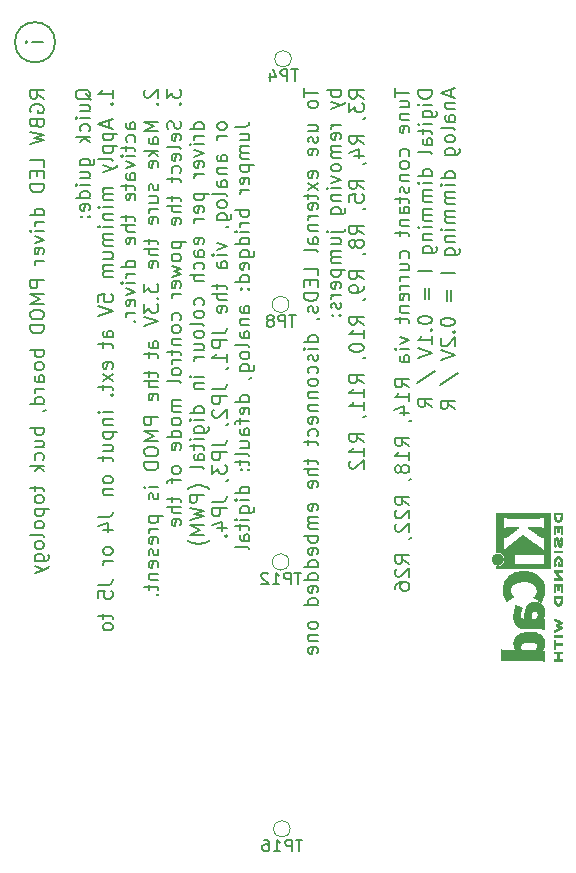
<source format=gbr>
%TF.GenerationSoftware,KiCad,Pcbnew,9.0.2*%
%TF.CreationDate,2025-07-22T21:11:50+02:00*%
%TF.ProjectId,rgbw_pmod,72676277-5f70-46d6-9f64-2e6b69636164,rev?*%
%TF.SameCoordinates,Original*%
%TF.FileFunction,Legend,Bot*%
%TF.FilePolarity,Positive*%
%FSLAX46Y46*%
G04 Gerber Fmt 4.6, Leading zero omitted, Abs format (unit mm)*
G04 Created by KiCad (PCBNEW 9.0.2) date 2025-07-22 21:11:50*
%MOMM*%
%LPD*%
G01*
G04 APERTURE LIST*
%ADD10C,0.200000*%
%ADD11C,0.150000*%
%ADD12C,0.120000*%
%ADD13C,0.010000*%
G04 APERTURE END LIST*
D10*
X90601028Y-49198972D02*
G75*
G02*
X87198972Y-49198972I-1701028J0D01*
G01*
X87198972Y-49198972D02*
G75*
G02*
X90601028Y-49198972I1701028J0D01*
G01*
D11*
X89670548Y-53970112D02*
X89099120Y-53570112D01*
X89670548Y-53284398D02*
X88470548Y-53284398D01*
X88470548Y-53284398D02*
X88470548Y-53741541D01*
X88470548Y-53741541D02*
X88527691Y-53855826D01*
X88527691Y-53855826D02*
X88584834Y-53912969D01*
X88584834Y-53912969D02*
X88699120Y-53970112D01*
X88699120Y-53970112D02*
X88870548Y-53970112D01*
X88870548Y-53970112D02*
X88984834Y-53912969D01*
X88984834Y-53912969D02*
X89041977Y-53855826D01*
X89041977Y-53855826D02*
X89099120Y-53741541D01*
X89099120Y-53741541D02*
X89099120Y-53284398D01*
X88527691Y-55112969D02*
X88470548Y-54998684D01*
X88470548Y-54998684D02*
X88470548Y-54827255D01*
X88470548Y-54827255D02*
X88527691Y-54655826D01*
X88527691Y-54655826D02*
X88641977Y-54541541D01*
X88641977Y-54541541D02*
X88756263Y-54484398D01*
X88756263Y-54484398D02*
X88984834Y-54427255D01*
X88984834Y-54427255D02*
X89156263Y-54427255D01*
X89156263Y-54427255D02*
X89384834Y-54484398D01*
X89384834Y-54484398D02*
X89499120Y-54541541D01*
X89499120Y-54541541D02*
X89613406Y-54655826D01*
X89613406Y-54655826D02*
X89670548Y-54827255D01*
X89670548Y-54827255D02*
X89670548Y-54941541D01*
X89670548Y-54941541D02*
X89613406Y-55112969D01*
X89613406Y-55112969D02*
X89556263Y-55170112D01*
X89556263Y-55170112D02*
X89156263Y-55170112D01*
X89156263Y-55170112D02*
X89156263Y-54941541D01*
X89041977Y-56084398D02*
X89099120Y-56255826D01*
X89099120Y-56255826D02*
X89156263Y-56312969D01*
X89156263Y-56312969D02*
X89270548Y-56370112D01*
X89270548Y-56370112D02*
X89441977Y-56370112D01*
X89441977Y-56370112D02*
X89556263Y-56312969D01*
X89556263Y-56312969D02*
X89613406Y-56255826D01*
X89613406Y-56255826D02*
X89670548Y-56141541D01*
X89670548Y-56141541D02*
X89670548Y-55684398D01*
X89670548Y-55684398D02*
X88470548Y-55684398D01*
X88470548Y-55684398D02*
X88470548Y-56084398D01*
X88470548Y-56084398D02*
X88527691Y-56198684D01*
X88527691Y-56198684D02*
X88584834Y-56255826D01*
X88584834Y-56255826D02*
X88699120Y-56312969D01*
X88699120Y-56312969D02*
X88813406Y-56312969D01*
X88813406Y-56312969D02*
X88927691Y-56255826D01*
X88927691Y-56255826D02*
X88984834Y-56198684D01*
X88984834Y-56198684D02*
X89041977Y-56084398D01*
X89041977Y-56084398D02*
X89041977Y-55684398D01*
X88470548Y-56770112D02*
X89670548Y-57055826D01*
X89670548Y-57055826D02*
X88813406Y-57284398D01*
X88813406Y-57284398D02*
X89670548Y-57512969D01*
X89670548Y-57512969D02*
X88470548Y-57798684D01*
X89670548Y-59741541D02*
X89670548Y-59170113D01*
X89670548Y-59170113D02*
X88470548Y-59170113D01*
X89041977Y-60141542D02*
X89041977Y-60541542D01*
X89670548Y-60712970D02*
X89670548Y-60141542D01*
X89670548Y-60141542D02*
X88470548Y-60141542D01*
X88470548Y-60141542D02*
X88470548Y-60712970D01*
X89670548Y-61227256D02*
X88470548Y-61227256D01*
X88470548Y-61227256D02*
X88470548Y-61512970D01*
X88470548Y-61512970D02*
X88527691Y-61684399D01*
X88527691Y-61684399D02*
X88641977Y-61798684D01*
X88641977Y-61798684D02*
X88756263Y-61855827D01*
X88756263Y-61855827D02*
X88984834Y-61912970D01*
X88984834Y-61912970D02*
X89156263Y-61912970D01*
X89156263Y-61912970D02*
X89384834Y-61855827D01*
X89384834Y-61855827D02*
X89499120Y-61798684D01*
X89499120Y-61798684D02*
X89613406Y-61684399D01*
X89613406Y-61684399D02*
X89670548Y-61512970D01*
X89670548Y-61512970D02*
X89670548Y-61227256D01*
X89670548Y-63855828D02*
X88470548Y-63855828D01*
X89613406Y-63855828D02*
X89670548Y-63741542D01*
X89670548Y-63741542D02*
X89670548Y-63512970D01*
X89670548Y-63512970D02*
X89613406Y-63398685D01*
X89613406Y-63398685D02*
X89556263Y-63341542D01*
X89556263Y-63341542D02*
X89441977Y-63284399D01*
X89441977Y-63284399D02*
X89099120Y-63284399D01*
X89099120Y-63284399D02*
X88984834Y-63341542D01*
X88984834Y-63341542D02*
X88927691Y-63398685D01*
X88927691Y-63398685D02*
X88870548Y-63512970D01*
X88870548Y-63512970D02*
X88870548Y-63741542D01*
X88870548Y-63741542D02*
X88927691Y-63855828D01*
X89670548Y-64427256D02*
X88870548Y-64427256D01*
X89099120Y-64427256D02*
X88984834Y-64484399D01*
X88984834Y-64484399D02*
X88927691Y-64541542D01*
X88927691Y-64541542D02*
X88870548Y-64655827D01*
X88870548Y-64655827D02*
X88870548Y-64770113D01*
X89670548Y-65170113D02*
X88870548Y-65170113D01*
X88470548Y-65170113D02*
X88527691Y-65112970D01*
X88527691Y-65112970D02*
X88584834Y-65170113D01*
X88584834Y-65170113D02*
X88527691Y-65227256D01*
X88527691Y-65227256D02*
X88470548Y-65170113D01*
X88470548Y-65170113D02*
X88584834Y-65170113D01*
X88870548Y-65627256D02*
X89670548Y-65912970D01*
X89670548Y-65912970D02*
X88870548Y-66198685D01*
X89613406Y-67112971D02*
X89670548Y-66998685D01*
X89670548Y-66998685D02*
X89670548Y-66770114D01*
X89670548Y-66770114D02*
X89613406Y-66655828D01*
X89613406Y-66655828D02*
X89499120Y-66598685D01*
X89499120Y-66598685D02*
X89041977Y-66598685D01*
X89041977Y-66598685D02*
X88927691Y-66655828D01*
X88927691Y-66655828D02*
X88870548Y-66770114D01*
X88870548Y-66770114D02*
X88870548Y-66998685D01*
X88870548Y-66998685D02*
X88927691Y-67112971D01*
X88927691Y-67112971D02*
X89041977Y-67170114D01*
X89041977Y-67170114D02*
X89156263Y-67170114D01*
X89156263Y-67170114D02*
X89270548Y-66598685D01*
X89670548Y-67684399D02*
X88870548Y-67684399D01*
X89099120Y-67684399D02*
X88984834Y-67741542D01*
X88984834Y-67741542D02*
X88927691Y-67798685D01*
X88927691Y-67798685D02*
X88870548Y-67912970D01*
X88870548Y-67912970D02*
X88870548Y-68027256D01*
X89670548Y-69341542D02*
X88470548Y-69341542D01*
X88470548Y-69341542D02*
X88470548Y-69798685D01*
X88470548Y-69798685D02*
X88527691Y-69912970D01*
X88527691Y-69912970D02*
X88584834Y-69970113D01*
X88584834Y-69970113D02*
X88699120Y-70027256D01*
X88699120Y-70027256D02*
X88870548Y-70027256D01*
X88870548Y-70027256D02*
X88984834Y-69970113D01*
X88984834Y-69970113D02*
X89041977Y-69912970D01*
X89041977Y-69912970D02*
X89099120Y-69798685D01*
X89099120Y-69798685D02*
X89099120Y-69341542D01*
X89670548Y-70541542D02*
X88470548Y-70541542D01*
X88470548Y-70541542D02*
X89327691Y-70941542D01*
X89327691Y-70941542D02*
X88470548Y-71341542D01*
X88470548Y-71341542D02*
X89670548Y-71341542D01*
X88470548Y-72141542D02*
X88470548Y-72370114D01*
X88470548Y-72370114D02*
X88527691Y-72484399D01*
X88527691Y-72484399D02*
X88641977Y-72598685D01*
X88641977Y-72598685D02*
X88870548Y-72655828D01*
X88870548Y-72655828D02*
X89270548Y-72655828D01*
X89270548Y-72655828D02*
X89499120Y-72598685D01*
X89499120Y-72598685D02*
X89613406Y-72484399D01*
X89613406Y-72484399D02*
X89670548Y-72370114D01*
X89670548Y-72370114D02*
X89670548Y-72141542D01*
X89670548Y-72141542D02*
X89613406Y-72027257D01*
X89613406Y-72027257D02*
X89499120Y-71912971D01*
X89499120Y-71912971D02*
X89270548Y-71855828D01*
X89270548Y-71855828D02*
X88870548Y-71855828D01*
X88870548Y-71855828D02*
X88641977Y-71912971D01*
X88641977Y-71912971D02*
X88527691Y-72027257D01*
X88527691Y-72027257D02*
X88470548Y-72141542D01*
X89670548Y-73170114D02*
X88470548Y-73170114D01*
X88470548Y-73170114D02*
X88470548Y-73455828D01*
X88470548Y-73455828D02*
X88527691Y-73627257D01*
X88527691Y-73627257D02*
X88641977Y-73741542D01*
X88641977Y-73741542D02*
X88756263Y-73798685D01*
X88756263Y-73798685D02*
X88984834Y-73855828D01*
X88984834Y-73855828D02*
X89156263Y-73855828D01*
X89156263Y-73855828D02*
X89384834Y-73798685D01*
X89384834Y-73798685D02*
X89499120Y-73741542D01*
X89499120Y-73741542D02*
X89613406Y-73627257D01*
X89613406Y-73627257D02*
X89670548Y-73455828D01*
X89670548Y-73455828D02*
X89670548Y-73170114D01*
X89670548Y-75284400D02*
X88470548Y-75284400D01*
X88927691Y-75284400D02*
X88870548Y-75398686D01*
X88870548Y-75398686D02*
X88870548Y-75627257D01*
X88870548Y-75627257D02*
X88927691Y-75741543D01*
X88927691Y-75741543D02*
X88984834Y-75798686D01*
X88984834Y-75798686D02*
X89099120Y-75855828D01*
X89099120Y-75855828D02*
X89441977Y-75855828D01*
X89441977Y-75855828D02*
X89556263Y-75798686D01*
X89556263Y-75798686D02*
X89613406Y-75741543D01*
X89613406Y-75741543D02*
X89670548Y-75627257D01*
X89670548Y-75627257D02*
X89670548Y-75398686D01*
X89670548Y-75398686D02*
X89613406Y-75284400D01*
X89670548Y-76541542D02*
X89613406Y-76427257D01*
X89613406Y-76427257D02*
X89556263Y-76370114D01*
X89556263Y-76370114D02*
X89441977Y-76312971D01*
X89441977Y-76312971D02*
X89099120Y-76312971D01*
X89099120Y-76312971D02*
X88984834Y-76370114D01*
X88984834Y-76370114D02*
X88927691Y-76427257D01*
X88927691Y-76427257D02*
X88870548Y-76541542D01*
X88870548Y-76541542D02*
X88870548Y-76712971D01*
X88870548Y-76712971D02*
X88927691Y-76827257D01*
X88927691Y-76827257D02*
X88984834Y-76884400D01*
X88984834Y-76884400D02*
X89099120Y-76941542D01*
X89099120Y-76941542D02*
X89441977Y-76941542D01*
X89441977Y-76941542D02*
X89556263Y-76884400D01*
X89556263Y-76884400D02*
X89613406Y-76827257D01*
X89613406Y-76827257D02*
X89670548Y-76712971D01*
X89670548Y-76712971D02*
X89670548Y-76541542D01*
X89670548Y-77970114D02*
X89041977Y-77970114D01*
X89041977Y-77970114D02*
X88927691Y-77912971D01*
X88927691Y-77912971D02*
X88870548Y-77798685D01*
X88870548Y-77798685D02*
X88870548Y-77570114D01*
X88870548Y-77570114D02*
X88927691Y-77455828D01*
X89613406Y-77970114D02*
X89670548Y-77855828D01*
X89670548Y-77855828D02*
X89670548Y-77570114D01*
X89670548Y-77570114D02*
X89613406Y-77455828D01*
X89613406Y-77455828D02*
X89499120Y-77398685D01*
X89499120Y-77398685D02*
X89384834Y-77398685D01*
X89384834Y-77398685D02*
X89270548Y-77455828D01*
X89270548Y-77455828D02*
X89213406Y-77570114D01*
X89213406Y-77570114D02*
X89213406Y-77855828D01*
X89213406Y-77855828D02*
X89156263Y-77970114D01*
X89670548Y-78541542D02*
X88870548Y-78541542D01*
X89099120Y-78541542D02*
X88984834Y-78598685D01*
X88984834Y-78598685D02*
X88927691Y-78655828D01*
X88927691Y-78655828D02*
X88870548Y-78770113D01*
X88870548Y-78770113D02*
X88870548Y-78884399D01*
X89670548Y-79798685D02*
X88470548Y-79798685D01*
X89613406Y-79798685D02*
X89670548Y-79684399D01*
X89670548Y-79684399D02*
X89670548Y-79455827D01*
X89670548Y-79455827D02*
X89613406Y-79341542D01*
X89613406Y-79341542D02*
X89556263Y-79284399D01*
X89556263Y-79284399D02*
X89441977Y-79227256D01*
X89441977Y-79227256D02*
X89099120Y-79227256D01*
X89099120Y-79227256D02*
X88984834Y-79284399D01*
X88984834Y-79284399D02*
X88927691Y-79341542D01*
X88927691Y-79341542D02*
X88870548Y-79455827D01*
X88870548Y-79455827D02*
X88870548Y-79684399D01*
X88870548Y-79684399D02*
X88927691Y-79798685D01*
X89613406Y-80427256D02*
X89670548Y-80427256D01*
X89670548Y-80427256D02*
X89784834Y-80370113D01*
X89784834Y-80370113D02*
X89841977Y-80312970D01*
X89670548Y-81855828D02*
X88470548Y-81855828D01*
X88927691Y-81855828D02*
X88870548Y-81970114D01*
X88870548Y-81970114D02*
X88870548Y-82198685D01*
X88870548Y-82198685D02*
X88927691Y-82312971D01*
X88927691Y-82312971D02*
X88984834Y-82370114D01*
X88984834Y-82370114D02*
X89099120Y-82427256D01*
X89099120Y-82427256D02*
X89441977Y-82427256D01*
X89441977Y-82427256D02*
X89556263Y-82370114D01*
X89556263Y-82370114D02*
X89613406Y-82312971D01*
X89613406Y-82312971D02*
X89670548Y-82198685D01*
X89670548Y-82198685D02*
X89670548Y-81970114D01*
X89670548Y-81970114D02*
X89613406Y-81855828D01*
X88870548Y-83455828D02*
X89670548Y-83455828D01*
X88870548Y-82941542D02*
X89499120Y-82941542D01*
X89499120Y-82941542D02*
X89613406Y-82998685D01*
X89613406Y-82998685D02*
X89670548Y-83112970D01*
X89670548Y-83112970D02*
X89670548Y-83284399D01*
X89670548Y-83284399D02*
X89613406Y-83398685D01*
X89613406Y-83398685D02*
X89556263Y-83455828D01*
X89613406Y-84541542D02*
X89670548Y-84427256D01*
X89670548Y-84427256D02*
X89670548Y-84198684D01*
X89670548Y-84198684D02*
X89613406Y-84084399D01*
X89613406Y-84084399D02*
X89556263Y-84027256D01*
X89556263Y-84027256D02*
X89441977Y-83970113D01*
X89441977Y-83970113D02*
X89099120Y-83970113D01*
X89099120Y-83970113D02*
X88984834Y-84027256D01*
X88984834Y-84027256D02*
X88927691Y-84084399D01*
X88927691Y-84084399D02*
X88870548Y-84198684D01*
X88870548Y-84198684D02*
X88870548Y-84427256D01*
X88870548Y-84427256D02*
X88927691Y-84541542D01*
X89670548Y-85055827D02*
X88470548Y-85055827D01*
X89213406Y-85170113D02*
X89670548Y-85512970D01*
X88870548Y-85512970D02*
X89327691Y-85055827D01*
X88870548Y-86770113D02*
X88870548Y-87227256D01*
X88470548Y-86941542D02*
X89499120Y-86941542D01*
X89499120Y-86941542D02*
X89613406Y-86998685D01*
X89613406Y-86998685D02*
X89670548Y-87112970D01*
X89670548Y-87112970D02*
X89670548Y-87227256D01*
X89670548Y-87798684D02*
X89613406Y-87684399D01*
X89613406Y-87684399D02*
X89556263Y-87627256D01*
X89556263Y-87627256D02*
X89441977Y-87570113D01*
X89441977Y-87570113D02*
X89099120Y-87570113D01*
X89099120Y-87570113D02*
X88984834Y-87627256D01*
X88984834Y-87627256D02*
X88927691Y-87684399D01*
X88927691Y-87684399D02*
X88870548Y-87798684D01*
X88870548Y-87798684D02*
X88870548Y-87970113D01*
X88870548Y-87970113D02*
X88927691Y-88084399D01*
X88927691Y-88084399D02*
X88984834Y-88141542D01*
X88984834Y-88141542D02*
X89099120Y-88198684D01*
X89099120Y-88198684D02*
X89441977Y-88198684D01*
X89441977Y-88198684D02*
X89556263Y-88141542D01*
X89556263Y-88141542D02*
X89613406Y-88084399D01*
X89613406Y-88084399D02*
X89670548Y-87970113D01*
X89670548Y-87970113D02*
X89670548Y-87798684D01*
X88870548Y-88712970D02*
X90070548Y-88712970D01*
X88927691Y-88712970D02*
X88870548Y-88827256D01*
X88870548Y-88827256D02*
X88870548Y-89055827D01*
X88870548Y-89055827D02*
X88927691Y-89170113D01*
X88927691Y-89170113D02*
X88984834Y-89227256D01*
X88984834Y-89227256D02*
X89099120Y-89284398D01*
X89099120Y-89284398D02*
X89441977Y-89284398D01*
X89441977Y-89284398D02*
X89556263Y-89227256D01*
X89556263Y-89227256D02*
X89613406Y-89170113D01*
X89613406Y-89170113D02*
X89670548Y-89055827D01*
X89670548Y-89055827D02*
X89670548Y-88827256D01*
X89670548Y-88827256D02*
X89613406Y-88712970D01*
X89670548Y-89970112D02*
X89613406Y-89855827D01*
X89613406Y-89855827D02*
X89556263Y-89798684D01*
X89556263Y-89798684D02*
X89441977Y-89741541D01*
X89441977Y-89741541D02*
X89099120Y-89741541D01*
X89099120Y-89741541D02*
X88984834Y-89798684D01*
X88984834Y-89798684D02*
X88927691Y-89855827D01*
X88927691Y-89855827D02*
X88870548Y-89970112D01*
X88870548Y-89970112D02*
X88870548Y-90141541D01*
X88870548Y-90141541D02*
X88927691Y-90255827D01*
X88927691Y-90255827D02*
X88984834Y-90312970D01*
X88984834Y-90312970D02*
X89099120Y-90370112D01*
X89099120Y-90370112D02*
X89441977Y-90370112D01*
X89441977Y-90370112D02*
X89556263Y-90312970D01*
X89556263Y-90312970D02*
X89613406Y-90255827D01*
X89613406Y-90255827D02*
X89670548Y-90141541D01*
X89670548Y-90141541D02*
X89670548Y-89970112D01*
X89670548Y-91055826D02*
X89613406Y-90941541D01*
X89613406Y-90941541D02*
X89499120Y-90884398D01*
X89499120Y-90884398D02*
X88470548Y-90884398D01*
X89670548Y-91684397D02*
X89613406Y-91570112D01*
X89613406Y-91570112D02*
X89556263Y-91512969D01*
X89556263Y-91512969D02*
X89441977Y-91455826D01*
X89441977Y-91455826D02*
X89099120Y-91455826D01*
X89099120Y-91455826D02*
X88984834Y-91512969D01*
X88984834Y-91512969D02*
X88927691Y-91570112D01*
X88927691Y-91570112D02*
X88870548Y-91684397D01*
X88870548Y-91684397D02*
X88870548Y-91855826D01*
X88870548Y-91855826D02*
X88927691Y-91970112D01*
X88927691Y-91970112D02*
X88984834Y-92027255D01*
X88984834Y-92027255D02*
X89099120Y-92084397D01*
X89099120Y-92084397D02*
X89441977Y-92084397D01*
X89441977Y-92084397D02*
X89556263Y-92027255D01*
X89556263Y-92027255D02*
X89613406Y-91970112D01*
X89613406Y-91970112D02*
X89670548Y-91855826D01*
X89670548Y-91855826D02*
X89670548Y-91684397D01*
X88870548Y-93112969D02*
X89841977Y-93112969D01*
X89841977Y-93112969D02*
X89956263Y-93055826D01*
X89956263Y-93055826D02*
X90013406Y-92998683D01*
X90013406Y-92998683D02*
X90070548Y-92884397D01*
X90070548Y-92884397D02*
X90070548Y-92712969D01*
X90070548Y-92712969D02*
X90013406Y-92598683D01*
X89613406Y-93112969D02*
X89670548Y-92998683D01*
X89670548Y-92998683D02*
X89670548Y-92770111D01*
X89670548Y-92770111D02*
X89613406Y-92655826D01*
X89613406Y-92655826D02*
X89556263Y-92598683D01*
X89556263Y-92598683D02*
X89441977Y-92541540D01*
X89441977Y-92541540D02*
X89099120Y-92541540D01*
X89099120Y-92541540D02*
X88984834Y-92598683D01*
X88984834Y-92598683D02*
X88927691Y-92655826D01*
X88927691Y-92655826D02*
X88870548Y-92770111D01*
X88870548Y-92770111D02*
X88870548Y-92998683D01*
X88870548Y-92998683D02*
X88927691Y-93112969D01*
X88870548Y-93570111D02*
X89670548Y-93855825D01*
X88870548Y-94141540D02*
X89670548Y-93855825D01*
X89670548Y-93855825D02*
X89956263Y-93741540D01*
X89956263Y-93741540D02*
X90013406Y-93684397D01*
X90013406Y-93684397D02*
X90070548Y-93570111D01*
X93648700Y-54084398D02*
X93591557Y-53970112D01*
X93591557Y-53970112D02*
X93477272Y-53855826D01*
X93477272Y-53855826D02*
X93305843Y-53684398D01*
X93305843Y-53684398D02*
X93248700Y-53570112D01*
X93248700Y-53570112D02*
X93248700Y-53455826D01*
X93534414Y-53512969D02*
X93477272Y-53398684D01*
X93477272Y-53398684D02*
X93362986Y-53284398D01*
X93362986Y-53284398D02*
X93134414Y-53227255D01*
X93134414Y-53227255D02*
X92734414Y-53227255D01*
X92734414Y-53227255D02*
X92505843Y-53284398D01*
X92505843Y-53284398D02*
X92391557Y-53398684D01*
X92391557Y-53398684D02*
X92334414Y-53512969D01*
X92334414Y-53512969D02*
X92334414Y-53741541D01*
X92334414Y-53741541D02*
X92391557Y-53855826D01*
X92391557Y-53855826D02*
X92505843Y-53970112D01*
X92505843Y-53970112D02*
X92734414Y-54027255D01*
X92734414Y-54027255D02*
X93134414Y-54027255D01*
X93134414Y-54027255D02*
X93362986Y-53970112D01*
X93362986Y-53970112D02*
X93477272Y-53855826D01*
X93477272Y-53855826D02*
X93534414Y-53741541D01*
X93534414Y-53741541D02*
X93534414Y-53512969D01*
X92734414Y-55055827D02*
X93534414Y-55055827D01*
X92734414Y-54541541D02*
X93362986Y-54541541D01*
X93362986Y-54541541D02*
X93477272Y-54598684D01*
X93477272Y-54598684D02*
X93534414Y-54712969D01*
X93534414Y-54712969D02*
X93534414Y-54884398D01*
X93534414Y-54884398D02*
X93477272Y-54998684D01*
X93477272Y-54998684D02*
X93420129Y-55055827D01*
X93534414Y-55627255D02*
X92734414Y-55627255D01*
X92334414Y-55627255D02*
X92391557Y-55570112D01*
X92391557Y-55570112D02*
X92448700Y-55627255D01*
X92448700Y-55627255D02*
X92391557Y-55684398D01*
X92391557Y-55684398D02*
X92334414Y-55627255D01*
X92334414Y-55627255D02*
X92448700Y-55627255D01*
X93477272Y-56712970D02*
X93534414Y-56598684D01*
X93534414Y-56598684D02*
X93534414Y-56370112D01*
X93534414Y-56370112D02*
X93477272Y-56255827D01*
X93477272Y-56255827D02*
X93420129Y-56198684D01*
X93420129Y-56198684D02*
X93305843Y-56141541D01*
X93305843Y-56141541D02*
X92962986Y-56141541D01*
X92962986Y-56141541D02*
X92848700Y-56198684D01*
X92848700Y-56198684D02*
X92791557Y-56255827D01*
X92791557Y-56255827D02*
X92734414Y-56370112D01*
X92734414Y-56370112D02*
X92734414Y-56598684D01*
X92734414Y-56598684D02*
X92791557Y-56712970D01*
X93534414Y-57227255D02*
X92334414Y-57227255D01*
X93077272Y-57341541D02*
X93534414Y-57684398D01*
X92734414Y-57684398D02*
X93191557Y-57227255D01*
X92734414Y-59627256D02*
X93705843Y-59627256D01*
X93705843Y-59627256D02*
X93820129Y-59570113D01*
X93820129Y-59570113D02*
X93877272Y-59512970D01*
X93877272Y-59512970D02*
X93934414Y-59398684D01*
X93934414Y-59398684D02*
X93934414Y-59227256D01*
X93934414Y-59227256D02*
X93877272Y-59112970D01*
X93477272Y-59627256D02*
X93534414Y-59512970D01*
X93534414Y-59512970D02*
X93534414Y-59284398D01*
X93534414Y-59284398D02*
X93477272Y-59170113D01*
X93477272Y-59170113D02*
X93420129Y-59112970D01*
X93420129Y-59112970D02*
X93305843Y-59055827D01*
X93305843Y-59055827D02*
X92962986Y-59055827D01*
X92962986Y-59055827D02*
X92848700Y-59112970D01*
X92848700Y-59112970D02*
X92791557Y-59170113D01*
X92791557Y-59170113D02*
X92734414Y-59284398D01*
X92734414Y-59284398D02*
X92734414Y-59512970D01*
X92734414Y-59512970D02*
X92791557Y-59627256D01*
X92734414Y-60712970D02*
X93534414Y-60712970D01*
X92734414Y-60198684D02*
X93362986Y-60198684D01*
X93362986Y-60198684D02*
X93477272Y-60255827D01*
X93477272Y-60255827D02*
X93534414Y-60370112D01*
X93534414Y-60370112D02*
X93534414Y-60541541D01*
X93534414Y-60541541D02*
X93477272Y-60655827D01*
X93477272Y-60655827D02*
X93420129Y-60712970D01*
X93534414Y-61284398D02*
X92734414Y-61284398D01*
X92334414Y-61284398D02*
X92391557Y-61227255D01*
X92391557Y-61227255D02*
X92448700Y-61284398D01*
X92448700Y-61284398D02*
X92391557Y-61341541D01*
X92391557Y-61341541D02*
X92334414Y-61284398D01*
X92334414Y-61284398D02*
X92448700Y-61284398D01*
X93534414Y-62370113D02*
X92334414Y-62370113D01*
X93477272Y-62370113D02*
X93534414Y-62255827D01*
X93534414Y-62255827D02*
X93534414Y-62027255D01*
X93534414Y-62027255D02*
X93477272Y-61912970D01*
X93477272Y-61912970D02*
X93420129Y-61855827D01*
X93420129Y-61855827D02*
X93305843Y-61798684D01*
X93305843Y-61798684D02*
X92962986Y-61798684D01*
X92962986Y-61798684D02*
X92848700Y-61855827D01*
X92848700Y-61855827D02*
X92791557Y-61912970D01*
X92791557Y-61912970D02*
X92734414Y-62027255D01*
X92734414Y-62027255D02*
X92734414Y-62255827D01*
X92734414Y-62255827D02*
X92791557Y-62370113D01*
X93477272Y-63398684D02*
X93534414Y-63284398D01*
X93534414Y-63284398D02*
X93534414Y-63055827D01*
X93534414Y-63055827D02*
X93477272Y-62941541D01*
X93477272Y-62941541D02*
X93362986Y-62884398D01*
X93362986Y-62884398D02*
X92905843Y-62884398D01*
X92905843Y-62884398D02*
X92791557Y-62941541D01*
X92791557Y-62941541D02*
X92734414Y-63055827D01*
X92734414Y-63055827D02*
X92734414Y-63284398D01*
X92734414Y-63284398D02*
X92791557Y-63398684D01*
X92791557Y-63398684D02*
X92905843Y-63455827D01*
X92905843Y-63455827D02*
X93020129Y-63455827D01*
X93020129Y-63455827D02*
X93134414Y-62884398D01*
X93420129Y-63970112D02*
X93477272Y-64027255D01*
X93477272Y-64027255D02*
X93534414Y-63970112D01*
X93534414Y-63970112D02*
X93477272Y-63912969D01*
X93477272Y-63912969D02*
X93420129Y-63970112D01*
X93420129Y-63970112D02*
X93534414Y-63970112D01*
X92791557Y-63970112D02*
X92848700Y-64027255D01*
X92848700Y-64027255D02*
X92905843Y-63970112D01*
X92905843Y-63970112D02*
X92848700Y-63912969D01*
X92848700Y-63912969D02*
X92791557Y-63970112D01*
X92791557Y-63970112D02*
X92905843Y-63970112D01*
X95466347Y-53912969D02*
X95466347Y-53227255D01*
X95466347Y-53570112D02*
X94266347Y-53570112D01*
X94266347Y-53570112D02*
X94437776Y-53455826D01*
X94437776Y-53455826D02*
X94552062Y-53341541D01*
X94552062Y-53341541D02*
X94609205Y-53227255D01*
X95352062Y-54427255D02*
X95409205Y-54484398D01*
X95409205Y-54484398D02*
X95466347Y-54427255D01*
X95466347Y-54427255D02*
X95409205Y-54370112D01*
X95409205Y-54370112D02*
X95352062Y-54427255D01*
X95352062Y-54427255D02*
X95466347Y-54427255D01*
X95123490Y-55855827D02*
X95123490Y-56427256D01*
X95466347Y-55741541D02*
X94266347Y-56141541D01*
X94266347Y-56141541D02*
X95466347Y-56541541D01*
X94666347Y-56941541D02*
X95866347Y-56941541D01*
X94723490Y-56941541D02*
X94666347Y-57055827D01*
X94666347Y-57055827D02*
X94666347Y-57284398D01*
X94666347Y-57284398D02*
X94723490Y-57398684D01*
X94723490Y-57398684D02*
X94780633Y-57455827D01*
X94780633Y-57455827D02*
X94894919Y-57512969D01*
X94894919Y-57512969D02*
X95237776Y-57512969D01*
X95237776Y-57512969D02*
X95352062Y-57455827D01*
X95352062Y-57455827D02*
X95409205Y-57398684D01*
X95409205Y-57398684D02*
X95466347Y-57284398D01*
X95466347Y-57284398D02*
X95466347Y-57055827D01*
X95466347Y-57055827D02*
X95409205Y-56941541D01*
X94666347Y-58027255D02*
X95866347Y-58027255D01*
X94723490Y-58027255D02*
X94666347Y-58141541D01*
X94666347Y-58141541D02*
X94666347Y-58370112D01*
X94666347Y-58370112D02*
X94723490Y-58484398D01*
X94723490Y-58484398D02*
X94780633Y-58541541D01*
X94780633Y-58541541D02*
X94894919Y-58598683D01*
X94894919Y-58598683D02*
X95237776Y-58598683D01*
X95237776Y-58598683D02*
X95352062Y-58541541D01*
X95352062Y-58541541D02*
X95409205Y-58484398D01*
X95409205Y-58484398D02*
X95466347Y-58370112D01*
X95466347Y-58370112D02*
X95466347Y-58141541D01*
X95466347Y-58141541D02*
X95409205Y-58027255D01*
X95466347Y-59284397D02*
X95409205Y-59170112D01*
X95409205Y-59170112D02*
X95294919Y-59112969D01*
X95294919Y-59112969D02*
X94266347Y-59112969D01*
X94666347Y-59627254D02*
X95466347Y-59912968D01*
X94666347Y-60198683D02*
X95466347Y-59912968D01*
X95466347Y-59912968D02*
X95752062Y-59798683D01*
X95752062Y-59798683D02*
X95809205Y-59741540D01*
X95809205Y-59741540D02*
X95866347Y-59627254D01*
X95466347Y-61570112D02*
X94666347Y-61570112D01*
X94780633Y-61570112D02*
X94723490Y-61627255D01*
X94723490Y-61627255D02*
X94666347Y-61741540D01*
X94666347Y-61741540D02*
X94666347Y-61912969D01*
X94666347Y-61912969D02*
X94723490Y-62027255D01*
X94723490Y-62027255D02*
X94837776Y-62084398D01*
X94837776Y-62084398D02*
X95466347Y-62084398D01*
X94837776Y-62084398D02*
X94723490Y-62141540D01*
X94723490Y-62141540D02*
X94666347Y-62255826D01*
X94666347Y-62255826D02*
X94666347Y-62427255D01*
X94666347Y-62427255D02*
X94723490Y-62541540D01*
X94723490Y-62541540D02*
X94837776Y-62598683D01*
X94837776Y-62598683D02*
X95466347Y-62598683D01*
X95466347Y-63170112D02*
X94666347Y-63170112D01*
X94266347Y-63170112D02*
X94323490Y-63112969D01*
X94323490Y-63112969D02*
X94380633Y-63170112D01*
X94380633Y-63170112D02*
X94323490Y-63227255D01*
X94323490Y-63227255D02*
X94266347Y-63170112D01*
X94266347Y-63170112D02*
X94380633Y-63170112D01*
X94666347Y-63741541D02*
X95466347Y-63741541D01*
X94780633Y-63741541D02*
X94723490Y-63798684D01*
X94723490Y-63798684D02*
X94666347Y-63912969D01*
X94666347Y-63912969D02*
X94666347Y-64084398D01*
X94666347Y-64084398D02*
X94723490Y-64198684D01*
X94723490Y-64198684D02*
X94837776Y-64255827D01*
X94837776Y-64255827D02*
X95466347Y-64255827D01*
X95466347Y-64827255D02*
X94666347Y-64827255D01*
X94266347Y-64827255D02*
X94323490Y-64770112D01*
X94323490Y-64770112D02*
X94380633Y-64827255D01*
X94380633Y-64827255D02*
X94323490Y-64884398D01*
X94323490Y-64884398D02*
X94266347Y-64827255D01*
X94266347Y-64827255D02*
X94380633Y-64827255D01*
X95466347Y-65398684D02*
X94666347Y-65398684D01*
X94780633Y-65398684D02*
X94723490Y-65455827D01*
X94723490Y-65455827D02*
X94666347Y-65570112D01*
X94666347Y-65570112D02*
X94666347Y-65741541D01*
X94666347Y-65741541D02*
X94723490Y-65855827D01*
X94723490Y-65855827D02*
X94837776Y-65912970D01*
X94837776Y-65912970D02*
X95466347Y-65912970D01*
X94837776Y-65912970D02*
X94723490Y-65970112D01*
X94723490Y-65970112D02*
X94666347Y-66084398D01*
X94666347Y-66084398D02*
X94666347Y-66255827D01*
X94666347Y-66255827D02*
X94723490Y-66370112D01*
X94723490Y-66370112D02*
X94837776Y-66427255D01*
X94837776Y-66427255D02*
X95466347Y-66427255D01*
X94666347Y-67512970D02*
X95466347Y-67512970D01*
X94666347Y-66998684D02*
X95294919Y-66998684D01*
X95294919Y-66998684D02*
X95409205Y-67055827D01*
X95409205Y-67055827D02*
X95466347Y-67170112D01*
X95466347Y-67170112D02*
X95466347Y-67341541D01*
X95466347Y-67341541D02*
X95409205Y-67455827D01*
X95409205Y-67455827D02*
X95352062Y-67512970D01*
X95466347Y-68084398D02*
X94666347Y-68084398D01*
X94780633Y-68084398D02*
X94723490Y-68141541D01*
X94723490Y-68141541D02*
X94666347Y-68255826D01*
X94666347Y-68255826D02*
X94666347Y-68427255D01*
X94666347Y-68427255D02*
X94723490Y-68541541D01*
X94723490Y-68541541D02*
X94837776Y-68598684D01*
X94837776Y-68598684D02*
X95466347Y-68598684D01*
X94837776Y-68598684D02*
X94723490Y-68655826D01*
X94723490Y-68655826D02*
X94666347Y-68770112D01*
X94666347Y-68770112D02*
X94666347Y-68941541D01*
X94666347Y-68941541D02*
X94723490Y-69055826D01*
X94723490Y-69055826D02*
X94837776Y-69112969D01*
X94837776Y-69112969D02*
X95466347Y-69112969D01*
X94266347Y-71170112D02*
X94266347Y-70598684D01*
X94266347Y-70598684D02*
X94837776Y-70541541D01*
X94837776Y-70541541D02*
X94780633Y-70598684D01*
X94780633Y-70598684D02*
X94723490Y-70712970D01*
X94723490Y-70712970D02*
X94723490Y-70998684D01*
X94723490Y-70998684D02*
X94780633Y-71112970D01*
X94780633Y-71112970D02*
X94837776Y-71170112D01*
X94837776Y-71170112D02*
X94952062Y-71227255D01*
X94952062Y-71227255D02*
X95237776Y-71227255D01*
X95237776Y-71227255D02*
X95352062Y-71170112D01*
X95352062Y-71170112D02*
X95409205Y-71112970D01*
X95409205Y-71112970D02*
X95466347Y-70998684D01*
X95466347Y-70998684D02*
X95466347Y-70712970D01*
X95466347Y-70712970D02*
X95409205Y-70598684D01*
X95409205Y-70598684D02*
X95352062Y-70541541D01*
X94266347Y-71570112D02*
X95466347Y-71970112D01*
X95466347Y-71970112D02*
X94266347Y-72370112D01*
X95466347Y-74198684D02*
X94837776Y-74198684D01*
X94837776Y-74198684D02*
X94723490Y-74141541D01*
X94723490Y-74141541D02*
X94666347Y-74027255D01*
X94666347Y-74027255D02*
X94666347Y-73798684D01*
X94666347Y-73798684D02*
X94723490Y-73684398D01*
X95409205Y-74198684D02*
X95466347Y-74084398D01*
X95466347Y-74084398D02*
X95466347Y-73798684D01*
X95466347Y-73798684D02*
X95409205Y-73684398D01*
X95409205Y-73684398D02*
X95294919Y-73627255D01*
X95294919Y-73627255D02*
X95180633Y-73627255D01*
X95180633Y-73627255D02*
X95066347Y-73684398D01*
X95066347Y-73684398D02*
X95009205Y-73798684D01*
X95009205Y-73798684D02*
X95009205Y-74084398D01*
X95009205Y-74084398D02*
X94952062Y-74198684D01*
X94666347Y-74598683D02*
X94666347Y-75055826D01*
X94266347Y-74770112D02*
X95294919Y-74770112D01*
X95294919Y-74770112D02*
X95409205Y-74827255D01*
X95409205Y-74827255D02*
X95466347Y-74941540D01*
X95466347Y-74941540D02*
X95466347Y-75055826D01*
X95409205Y-76827255D02*
X95466347Y-76712969D01*
X95466347Y-76712969D02*
X95466347Y-76484398D01*
X95466347Y-76484398D02*
X95409205Y-76370112D01*
X95409205Y-76370112D02*
X95294919Y-76312969D01*
X95294919Y-76312969D02*
X94837776Y-76312969D01*
X94837776Y-76312969D02*
X94723490Y-76370112D01*
X94723490Y-76370112D02*
X94666347Y-76484398D01*
X94666347Y-76484398D02*
X94666347Y-76712969D01*
X94666347Y-76712969D02*
X94723490Y-76827255D01*
X94723490Y-76827255D02*
X94837776Y-76884398D01*
X94837776Y-76884398D02*
X94952062Y-76884398D01*
X94952062Y-76884398D02*
X95066347Y-76312969D01*
X95466347Y-77284397D02*
X94666347Y-77912969D01*
X94666347Y-77284397D02*
X95466347Y-77912969D01*
X94666347Y-78198683D02*
X94666347Y-78655826D01*
X94266347Y-78370112D02*
X95294919Y-78370112D01*
X95294919Y-78370112D02*
X95409205Y-78427255D01*
X95409205Y-78427255D02*
X95466347Y-78541540D01*
X95466347Y-78541540D02*
X95466347Y-78655826D01*
X95352062Y-79055826D02*
X95409205Y-79112969D01*
X95409205Y-79112969D02*
X95466347Y-79055826D01*
X95466347Y-79055826D02*
X95409205Y-78998683D01*
X95409205Y-78998683D02*
X95352062Y-79055826D01*
X95352062Y-79055826D02*
X95466347Y-79055826D01*
X95466347Y-80541541D02*
X94666347Y-80541541D01*
X94266347Y-80541541D02*
X94323490Y-80484398D01*
X94323490Y-80484398D02*
X94380633Y-80541541D01*
X94380633Y-80541541D02*
X94323490Y-80598684D01*
X94323490Y-80598684D02*
X94266347Y-80541541D01*
X94266347Y-80541541D02*
X94380633Y-80541541D01*
X94666347Y-81112970D02*
X95466347Y-81112970D01*
X94780633Y-81112970D02*
X94723490Y-81170113D01*
X94723490Y-81170113D02*
X94666347Y-81284398D01*
X94666347Y-81284398D02*
X94666347Y-81455827D01*
X94666347Y-81455827D02*
X94723490Y-81570113D01*
X94723490Y-81570113D02*
X94837776Y-81627256D01*
X94837776Y-81627256D02*
X95466347Y-81627256D01*
X94666347Y-82198684D02*
X95866347Y-82198684D01*
X94723490Y-82198684D02*
X94666347Y-82312970D01*
X94666347Y-82312970D02*
X94666347Y-82541541D01*
X94666347Y-82541541D02*
X94723490Y-82655827D01*
X94723490Y-82655827D02*
X94780633Y-82712970D01*
X94780633Y-82712970D02*
X94894919Y-82770112D01*
X94894919Y-82770112D02*
X95237776Y-82770112D01*
X95237776Y-82770112D02*
X95352062Y-82712970D01*
X95352062Y-82712970D02*
X95409205Y-82655827D01*
X95409205Y-82655827D02*
X95466347Y-82541541D01*
X95466347Y-82541541D02*
X95466347Y-82312970D01*
X95466347Y-82312970D02*
X95409205Y-82198684D01*
X94666347Y-83798684D02*
X95466347Y-83798684D01*
X94666347Y-83284398D02*
X95294919Y-83284398D01*
X95294919Y-83284398D02*
X95409205Y-83341541D01*
X95409205Y-83341541D02*
X95466347Y-83455826D01*
X95466347Y-83455826D02*
X95466347Y-83627255D01*
X95466347Y-83627255D02*
X95409205Y-83741541D01*
X95409205Y-83741541D02*
X95352062Y-83798684D01*
X94666347Y-84198683D02*
X94666347Y-84655826D01*
X94266347Y-84370112D02*
X95294919Y-84370112D01*
X95294919Y-84370112D02*
X95409205Y-84427255D01*
X95409205Y-84427255D02*
X95466347Y-84541540D01*
X95466347Y-84541540D02*
X95466347Y-84655826D01*
X95466347Y-86141540D02*
X95409205Y-86027255D01*
X95409205Y-86027255D02*
X95352062Y-85970112D01*
X95352062Y-85970112D02*
X95237776Y-85912969D01*
X95237776Y-85912969D02*
X94894919Y-85912969D01*
X94894919Y-85912969D02*
X94780633Y-85970112D01*
X94780633Y-85970112D02*
X94723490Y-86027255D01*
X94723490Y-86027255D02*
X94666347Y-86141540D01*
X94666347Y-86141540D02*
X94666347Y-86312969D01*
X94666347Y-86312969D02*
X94723490Y-86427255D01*
X94723490Y-86427255D02*
X94780633Y-86484398D01*
X94780633Y-86484398D02*
X94894919Y-86541540D01*
X94894919Y-86541540D02*
X95237776Y-86541540D01*
X95237776Y-86541540D02*
X95352062Y-86484398D01*
X95352062Y-86484398D02*
X95409205Y-86427255D01*
X95409205Y-86427255D02*
X95466347Y-86312969D01*
X95466347Y-86312969D02*
X95466347Y-86141540D01*
X94666347Y-87055826D02*
X95466347Y-87055826D01*
X94780633Y-87055826D02*
X94723490Y-87112969D01*
X94723490Y-87112969D02*
X94666347Y-87227254D01*
X94666347Y-87227254D02*
X94666347Y-87398683D01*
X94666347Y-87398683D02*
X94723490Y-87512969D01*
X94723490Y-87512969D02*
X94837776Y-87570112D01*
X94837776Y-87570112D02*
X95466347Y-87570112D01*
X94266347Y-89398683D02*
X95123490Y-89398683D01*
X95123490Y-89398683D02*
X95294919Y-89341540D01*
X95294919Y-89341540D02*
X95409205Y-89227254D01*
X95409205Y-89227254D02*
X95466347Y-89055826D01*
X95466347Y-89055826D02*
X95466347Y-88941540D01*
X94666347Y-90484398D02*
X95466347Y-90484398D01*
X94209205Y-90198683D02*
X95066347Y-89912969D01*
X95066347Y-89912969D02*
X95066347Y-90655826D01*
X95466347Y-92198683D02*
X95409205Y-92084398D01*
X95409205Y-92084398D02*
X95352062Y-92027255D01*
X95352062Y-92027255D02*
X95237776Y-91970112D01*
X95237776Y-91970112D02*
X94894919Y-91970112D01*
X94894919Y-91970112D02*
X94780633Y-92027255D01*
X94780633Y-92027255D02*
X94723490Y-92084398D01*
X94723490Y-92084398D02*
X94666347Y-92198683D01*
X94666347Y-92198683D02*
X94666347Y-92370112D01*
X94666347Y-92370112D02*
X94723490Y-92484398D01*
X94723490Y-92484398D02*
X94780633Y-92541541D01*
X94780633Y-92541541D02*
X94894919Y-92598683D01*
X94894919Y-92598683D02*
X95237776Y-92598683D01*
X95237776Y-92598683D02*
X95352062Y-92541541D01*
X95352062Y-92541541D02*
X95409205Y-92484398D01*
X95409205Y-92484398D02*
X95466347Y-92370112D01*
X95466347Y-92370112D02*
X95466347Y-92198683D01*
X95466347Y-93112969D02*
X94666347Y-93112969D01*
X94894919Y-93112969D02*
X94780633Y-93170112D01*
X94780633Y-93170112D02*
X94723490Y-93227255D01*
X94723490Y-93227255D02*
X94666347Y-93341540D01*
X94666347Y-93341540D02*
X94666347Y-93455826D01*
X94266347Y-95112969D02*
X95123490Y-95112969D01*
X95123490Y-95112969D02*
X95294919Y-95055826D01*
X95294919Y-95055826D02*
X95409205Y-94941540D01*
X95409205Y-94941540D02*
X95466347Y-94770112D01*
X95466347Y-94770112D02*
X95466347Y-94655826D01*
X94266347Y-96255826D02*
X94266347Y-95684398D01*
X94266347Y-95684398D02*
X94837776Y-95627255D01*
X94837776Y-95627255D02*
X94780633Y-95684398D01*
X94780633Y-95684398D02*
X94723490Y-95798684D01*
X94723490Y-95798684D02*
X94723490Y-96084398D01*
X94723490Y-96084398D02*
X94780633Y-96198684D01*
X94780633Y-96198684D02*
X94837776Y-96255826D01*
X94837776Y-96255826D02*
X94952062Y-96312969D01*
X94952062Y-96312969D02*
X95237776Y-96312969D01*
X95237776Y-96312969D02*
X95352062Y-96255826D01*
X95352062Y-96255826D02*
X95409205Y-96198684D01*
X95409205Y-96198684D02*
X95466347Y-96084398D01*
X95466347Y-96084398D02*
X95466347Y-95798684D01*
X95466347Y-95798684D02*
X95409205Y-95684398D01*
X95409205Y-95684398D02*
X95352062Y-95627255D01*
X94666347Y-97570112D02*
X94666347Y-98027255D01*
X94266347Y-97741541D02*
X95294919Y-97741541D01*
X95294919Y-97741541D02*
X95409205Y-97798684D01*
X95409205Y-97798684D02*
X95466347Y-97912969D01*
X95466347Y-97912969D02*
X95466347Y-98027255D01*
X95466347Y-98598683D02*
X95409205Y-98484398D01*
X95409205Y-98484398D02*
X95352062Y-98427255D01*
X95352062Y-98427255D02*
X95237776Y-98370112D01*
X95237776Y-98370112D02*
X94894919Y-98370112D01*
X94894919Y-98370112D02*
X94780633Y-98427255D01*
X94780633Y-98427255D02*
X94723490Y-98484398D01*
X94723490Y-98484398D02*
X94666347Y-98598683D01*
X94666347Y-98598683D02*
X94666347Y-98770112D01*
X94666347Y-98770112D02*
X94723490Y-98884398D01*
X94723490Y-98884398D02*
X94780633Y-98941541D01*
X94780633Y-98941541D02*
X94894919Y-98998683D01*
X94894919Y-98998683D02*
X95237776Y-98998683D01*
X95237776Y-98998683D02*
X95352062Y-98941541D01*
X95352062Y-98941541D02*
X95409205Y-98884398D01*
X95409205Y-98884398D02*
X95466347Y-98770112D01*
X95466347Y-98770112D02*
X95466347Y-98598683D01*
X97398280Y-56541542D02*
X96769709Y-56541542D01*
X96769709Y-56541542D02*
X96655423Y-56484399D01*
X96655423Y-56484399D02*
X96598280Y-56370113D01*
X96598280Y-56370113D02*
X96598280Y-56141542D01*
X96598280Y-56141542D02*
X96655423Y-56027256D01*
X97341138Y-56541542D02*
X97398280Y-56427256D01*
X97398280Y-56427256D02*
X97398280Y-56141542D01*
X97398280Y-56141542D02*
X97341138Y-56027256D01*
X97341138Y-56027256D02*
X97226852Y-55970113D01*
X97226852Y-55970113D02*
X97112566Y-55970113D01*
X97112566Y-55970113D02*
X96998280Y-56027256D01*
X96998280Y-56027256D02*
X96941138Y-56141542D01*
X96941138Y-56141542D02*
X96941138Y-56427256D01*
X96941138Y-56427256D02*
X96883995Y-56541542D01*
X97341138Y-57627256D02*
X97398280Y-57512970D01*
X97398280Y-57512970D02*
X97398280Y-57284398D01*
X97398280Y-57284398D02*
X97341138Y-57170113D01*
X97341138Y-57170113D02*
X97283995Y-57112970D01*
X97283995Y-57112970D02*
X97169709Y-57055827D01*
X97169709Y-57055827D02*
X96826852Y-57055827D01*
X96826852Y-57055827D02*
X96712566Y-57112970D01*
X96712566Y-57112970D02*
X96655423Y-57170113D01*
X96655423Y-57170113D02*
X96598280Y-57284398D01*
X96598280Y-57284398D02*
X96598280Y-57512970D01*
X96598280Y-57512970D02*
X96655423Y-57627256D01*
X96598280Y-57970112D02*
X96598280Y-58427255D01*
X96198280Y-58141541D02*
X97226852Y-58141541D01*
X97226852Y-58141541D02*
X97341138Y-58198684D01*
X97341138Y-58198684D02*
X97398280Y-58312969D01*
X97398280Y-58312969D02*
X97398280Y-58427255D01*
X97398280Y-58827255D02*
X96598280Y-58827255D01*
X96198280Y-58827255D02*
X96255423Y-58770112D01*
X96255423Y-58770112D02*
X96312566Y-58827255D01*
X96312566Y-58827255D02*
X96255423Y-58884398D01*
X96255423Y-58884398D02*
X96198280Y-58827255D01*
X96198280Y-58827255D02*
X96312566Y-58827255D01*
X96598280Y-59284398D02*
X97398280Y-59570112D01*
X97398280Y-59570112D02*
X96598280Y-59855827D01*
X97398280Y-60827256D02*
X96769709Y-60827256D01*
X96769709Y-60827256D02*
X96655423Y-60770113D01*
X96655423Y-60770113D02*
X96598280Y-60655827D01*
X96598280Y-60655827D02*
X96598280Y-60427256D01*
X96598280Y-60427256D02*
X96655423Y-60312970D01*
X97341138Y-60827256D02*
X97398280Y-60712970D01*
X97398280Y-60712970D02*
X97398280Y-60427256D01*
X97398280Y-60427256D02*
X97341138Y-60312970D01*
X97341138Y-60312970D02*
X97226852Y-60255827D01*
X97226852Y-60255827D02*
X97112566Y-60255827D01*
X97112566Y-60255827D02*
X96998280Y-60312970D01*
X96998280Y-60312970D02*
X96941138Y-60427256D01*
X96941138Y-60427256D02*
X96941138Y-60712970D01*
X96941138Y-60712970D02*
X96883995Y-60827256D01*
X96598280Y-61227255D02*
X96598280Y-61684398D01*
X96198280Y-61398684D02*
X97226852Y-61398684D01*
X97226852Y-61398684D02*
X97341138Y-61455827D01*
X97341138Y-61455827D02*
X97398280Y-61570112D01*
X97398280Y-61570112D02*
X97398280Y-61684398D01*
X97341138Y-62541541D02*
X97398280Y-62427255D01*
X97398280Y-62427255D02*
X97398280Y-62198684D01*
X97398280Y-62198684D02*
X97341138Y-62084398D01*
X97341138Y-62084398D02*
X97226852Y-62027255D01*
X97226852Y-62027255D02*
X96769709Y-62027255D01*
X96769709Y-62027255D02*
X96655423Y-62084398D01*
X96655423Y-62084398D02*
X96598280Y-62198684D01*
X96598280Y-62198684D02*
X96598280Y-62427255D01*
X96598280Y-62427255D02*
X96655423Y-62541541D01*
X96655423Y-62541541D02*
X96769709Y-62598684D01*
X96769709Y-62598684D02*
X96883995Y-62598684D01*
X96883995Y-62598684D02*
X96998280Y-62027255D01*
X96598280Y-63855826D02*
X96598280Y-64312969D01*
X96198280Y-64027255D02*
X97226852Y-64027255D01*
X97226852Y-64027255D02*
X97341138Y-64084398D01*
X97341138Y-64084398D02*
X97398280Y-64198683D01*
X97398280Y-64198683D02*
X97398280Y-64312969D01*
X97398280Y-64712969D02*
X96198280Y-64712969D01*
X97398280Y-65227255D02*
X96769709Y-65227255D01*
X96769709Y-65227255D02*
X96655423Y-65170112D01*
X96655423Y-65170112D02*
X96598280Y-65055826D01*
X96598280Y-65055826D02*
X96598280Y-64884397D01*
X96598280Y-64884397D02*
X96655423Y-64770112D01*
X96655423Y-64770112D02*
X96712566Y-64712969D01*
X97341138Y-66255826D02*
X97398280Y-66141540D01*
X97398280Y-66141540D02*
X97398280Y-65912969D01*
X97398280Y-65912969D02*
X97341138Y-65798683D01*
X97341138Y-65798683D02*
X97226852Y-65741540D01*
X97226852Y-65741540D02*
X96769709Y-65741540D01*
X96769709Y-65741540D02*
X96655423Y-65798683D01*
X96655423Y-65798683D02*
X96598280Y-65912969D01*
X96598280Y-65912969D02*
X96598280Y-66141540D01*
X96598280Y-66141540D02*
X96655423Y-66255826D01*
X96655423Y-66255826D02*
X96769709Y-66312969D01*
X96769709Y-66312969D02*
X96883995Y-66312969D01*
X96883995Y-66312969D02*
X96998280Y-65741540D01*
X97398280Y-68255826D02*
X96198280Y-68255826D01*
X97341138Y-68255826D02*
X97398280Y-68141540D01*
X97398280Y-68141540D02*
X97398280Y-67912968D01*
X97398280Y-67912968D02*
X97341138Y-67798683D01*
X97341138Y-67798683D02*
X97283995Y-67741540D01*
X97283995Y-67741540D02*
X97169709Y-67684397D01*
X97169709Y-67684397D02*
X96826852Y-67684397D01*
X96826852Y-67684397D02*
X96712566Y-67741540D01*
X96712566Y-67741540D02*
X96655423Y-67798683D01*
X96655423Y-67798683D02*
X96598280Y-67912968D01*
X96598280Y-67912968D02*
X96598280Y-68141540D01*
X96598280Y-68141540D02*
X96655423Y-68255826D01*
X97398280Y-68827254D02*
X96598280Y-68827254D01*
X96826852Y-68827254D02*
X96712566Y-68884397D01*
X96712566Y-68884397D02*
X96655423Y-68941540D01*
X96655423Y-68941540D02*
X96598280Y-69055825D01*
X96598280Y-69055825D02*
X96598280Y-69170111D01*
X97398280Y-69570111D02*
X96598280Y-69570111D01*
X96198280Y-69570111D02*
X96255423Y-69512968D01*
X96255423Y-69512968D02*
X96312566Y-69570111D01*
X96312566Y-69570111D02*
X96255423Y-69627254D01*
X96255423Y-69627254D02*
X96198280Y-69570111D01*
X96198280Y-69570111D02*
X96312566Y-69570111D01*
X96598280Y-70027254D02*
X97398280Y-70312968D01*
X97398280Y-70312968D02*
X96598280Y-70598683D01*
X97341138Y-71512969D02*
X97398280Y-71398683D01*
X97398280Y-71398683D02*
X97398280Y-71170112D01*
X97398280Y-71170112D02*
X97341138Y-71055826D01*
X97341138Y-71055826D02*
X97226852Y-70998683D01*
X97226852Y-70998683D02*
X96769709Y-70998683D01*
X96769709Y-70998683D02*
X96655423Y-71055826D01*
X96655423Y-71055826D02*
X96598280Y-71170112D01*
X96598280Y-71170112D02*
X96598280Y-71398683D01*
X96598280Y-71398683D02*
X96655423Y-71512969D01*
X96655423Y-71512969D02*
X96769709Y-71570112D01*
X96769709Y-71570112D02*
X96883995Y-71570112D01*
X96883995Y-71570112D02*
X96998280Y-70998683D01*
X97398280Y-72084397D02*
X96598280Y-72084397D01*
X96826852Y-72084397D02*
X96712566Y-72141540D01*
X96712566Y-72141540D02*
X96655423Y-72198683D01*
X96655423Y-72198683D02*
X96598280Y-72312968D01*
X96598280Y-72312968D02*
X96598280Y-72427254D01*
X97283995Y-72827254D02*
X97341138Y-72884397D01*
X97341138Y-72884397D02*
X97398280Y-72827254D01*
X97398280Y-72827254D02*
X97341138Y-72770111D01*
X97341138Y-72770111D02*
X97283995Y-72827254D01*
X97283995Y-72827254D02*
X97398280Y-72827254D01*
X98244499Y-53227255D02*
X98187356Y-53284398D01*
X98187356Y-53284398D02*
X98130213Y-53398684D01*
X98130213Y-53398684D02*
X98130213Y-53684398D01*
X98130213Y-53684398D02*
X98187356Y-53798684D01*
X98187356Y-53798684D02*
X98244499Y-53855826D01*
X98244499Y-53855826D02*
X98358785Y-53912969D01*
X98358785Y-53912969D02*
X98473071Y-53912969D01*
X98473071Y-53912969D02*
X98644499Y-53855826D01*
X98644499Y-53855826D02*
X99330213Y-53170112D01*
X99330213Y-53170112D02*
X99330213Y-53912969D01*
X99215928Y-54427255D02*
X99273071Y-54484398D01*
X99273071Y-54484398D02*
X99330213Y-54427255D01*
X99330213Y-54427255D02*
X99273071Y-54370112D01*
X99273071Y-54370112D02*
X99215928Y-54427255D01*
X99215928Y-54427255D02*
X99330213Y-54427255D01*
X99330213Y-55912970D02*
X98130213Y-55912970D01*
X98130213Y-55912970D02*
X98987356Y-56312970D01*
X98987356Y-56312970D02*
X98130213Y-56712970D01*
X98130213Y-56712970D02*
X99330213Y-56712970D01*
X99330213Y-57798685D02*
X98701642Y-57798685D01*
X98701642Y-57798685D02*
X98587356Y-57741542D01*
X98587356Y-57741542D02*
X98530213Y-57627256D01*
X98530213Y-57627256D02*
X98530213Y-57398685D01*
X98530213Y-57398685D02*
X98587356Y-57284399D01*
X99273071Y-57798685D02*
X99330213Y-57684399D01*
X99330213Y-57684399D02*
X99330213Y-57398685D01*
X99330213Y-57398685D02*
X99273071Y-57284399D01*
X99273071Y-57284399D02*
X99158785Y-57227256D01*
X99158785Y-57227256D02*
X99044499Y-57227256D01*
X99044499Y-57227256D02*
X98930213Y-57284399D01*
X98930213Y-57284399D02*
X98873071Y-57398685D01*
X98873071Y-57398685D02*
X98873071Y-57684399D01*
X98873071Y-57684399D02*
X98815928Y-57798685D01*
X99330213Y-58370113D02*
X98130213Y-58370113D01*
X98873071Y-58484399D02*
X99330213Y-58827256D01*
X98530213Y-58827256D02*
X98987356Y-58370113D01*
X99273071Y-59798685D02*
X99330213Y-59684399D01*
X99330213Y-59684399D02*
X99330213Y-59455828D01*
X99330213Y-59455828D02*
X99273071Y-59341542D01*
X99273071Y-59341542D02*
X99158785Y-59284399D01*
X99158785Y-59284399D02*
X98701642Y-59284399D01*
X98701642Y-59284399D02*
X98587356Y-59341542D01*
X98587356Y-59341542D02*
X98530213Y-59455828D01*
X98530213Y-59455828D02*
X98530213Y-59684399D01*
X98530213Y-59684399D02*
X98587356Y-59798685D01*
X98587356Y-59798685D02*
X98701642Y-59855828D01*
X98701642Y-59855828D02*
X98815928Y-59855828D01*
X98815928Y-59855828D02*
X98930213Y-59284399D01*
X99273071Y-61227256D02*
X99330213Y-61341542D01*
X99330213Y-61341542D02*
X99330213Y-61570113D01*
X99330213Y-61570113D02*
X99273071Y-61684399D01*
X99273071Y-61684399D02*
X99158785Y-61741542D01*
X99158785Y-61741542D02*
X99101642Y-61741542D01*
X99101642Y-61741542D02*
X98987356Y-61684399D01*
X98987356Y-61684399D02*
X98930213Y-61570113D01*
X98930213Y-61570113D02*
X98930213Y-61398685D01*
X98930213Y-61398685D02*
X98873071Y-61284399D01*
X98873071Y-61284399D02*
X98758785Y-61227256D01*
X98758785Y-61227256D02*
X98701642Y-61227256D01*
X98701642Y-61227256D02*
X98587356Y-61284399D01*
X98587356Y-61284399D02*
X98530213Y-61398685D01*
X98530213Y-61398685D02*
X98530213Y-61570113D01*
X98530213Y-61570113D02*
X98587356Y-61684399D01*
X98530213Y-62770114D02*
X99330213Y-62770114D01*
X98530213Y-62255828D02*
X99158785Y-62255828D01*
X99158785Y-62255828D02*
X99273071Y-62312971D01*
X99273071Y-62312971D02*
X99330213Y-62427256D01*
X99330213Y-62427256D02*
X99330213Y-62598685D01*
X99330213Y-62598685D02*
X99273071Y-62712971D01*
X99273071Y-62712971D02*
X99215928Y-62770114D01*
X99330213Y-63341542D02*
X98530213Y-63341542D01*
X98758785Y-63341542D02*
X98644499Y-63398685D01*
X98644499Y-63398685D02*
X98587356Y-63455828D01*
X98587356Y-63455828D02*
X98530213Y-63570113D01*
X98530213Y-63570113D02*
X98530213Y-63684399D01*
X99273071Y-64541542D02*
X99330213Y-64427256D01*
X99330213Y-64427256D02*
X99330213Y-64198685D01*
X99330213Y-64198685D02*
X99273071Y-64084399D01*
X99273071Y-64084399D02*
X99158785Y-64027256D01*
X99158785Y-64027256D02*
X98701642Y-64027256D01*
X98701642Y-64027256D02*
X98587356Y-64084399D01*
X98587356Y-64084399D02*
X98530213Y-64198685D01*
X98530213Y-64198685D02*
X98530213Y-64427256D01*
X98530213Y-64427256D02*
X98587356Y-64541542D01*
X98587356Y-64541542D02*
X98701642Y-64598685D01*
X98701642Y-64598685D02*
X98815928Y-64598685D01*
X98815928Y-64598685D02*
X98930213Y-64027256D01*
X98530213Y-65855827D02*
X98530213Y-66312970D01*
X98130213Y-66027256D02*
X99158785Y-66027256D01*
X99158785Y-66027256D02*
X99273071Y-66084399D01*
X99273071Y-66084399D02*
X99330213Y-66198684D01*
X99330213Y-66198684D02*
X99330213Y-66312970D01*
X99330213Y-66712970D02*
X98130213Y-66712970D01*
X99330213Y-67227256D02*
X98701642Y-67227256D01*
X98701642Y-67227256D02*
X98587356Y-67170113D01*
X98587356Y-67170113D02*
X98530213Y-67055827D01*
X98530213Y-67055827D02*
X98530213Y-66884398D01*
X98530213Y-66884398D02*
X98587356Y-66770113D01*
X98587356Y-66770113D02*
X98644499Y-66712970D01*
X99273071Y-68255827D02*
X99330213Y-68141541D01*
X99330213Y-68141541D02*
X99330213Y-67912970D01*
X99330213Y-67912970D02*
X99273071Y-67798684D01*
X99273071Y-67798684D02*
X99158785Y-67741541D01*
X99158785Y-67741541D02*
X98701642Y-67741541D01*
X98701642Y-67741541D02*
X98587356Y-67798684D01*
X98587356Y-67798684D02*
X98530213Y-67912970D01*
X98530213Y-67912970D02*
X98530213Y-68141541D01*
X98530213Y-68141541D02*
X98587356Y-68255827D01*
X98587356Y-68255827D02*
X98701642Y-68312970D01*
X98701642Y-68312970D02*
X98815928Y-68312970D01*
X98815928Y-68312970D02*
X98930213Y-67741541D01*
X98130213Y-69627255D02*
X98130213Y-70370112D01*
X98130213Y-70370112D02*
X98587356Y-69970112D01*
X98587356Y-69970112D02*
X98587356Y-70141541D01*
X98587356Y-70141541D02*
X98644499Y-70255827D01*
X98644499Y-70255827D02*
X98701642Y-70312969D01*
X98701642Y-70312969D02*
X98815928Y-70370112D01*
X98815928Y-70370112D02*
X99101642Y-70370112D01*
X99101642Y-70370112D02*
X99215928Y-70312969D01*
X99215928Y-70312969D02*
X99273071Y-70255827D01*
X99273071Y-70255827D02*
X99330213Y-70141541D01*
X99330213Y-70141541D02*
X99330213Y-69798684D01*
X99330213Y-69798684D02*
X99273071Y-69684398D01*
X99273071Y-69684398D02*
X99215928Y-69627255D01*
X99215928Y-70884398D02*
X99273071Y-70941541D01*
X99273071Y-70941541D02*
X99330213Y-70884398D01*
X99330213Y-70884398D02*
X99273071Y-70827255D01*
X99273071Y-70827255D02*
X99215928Y-70884398D01*
X99215928Y-70884398D02*
X99330213Y-70884398D01*
X98130213Y-71341541D02*
X98130213Y-72084398D01*
X98130213Y-72084398D02*
X98587356Y-71684398D01*
X98587356Y-71684398D02*
X98587356Y-71855827D01*
X98587356Y-71855827D02*
X98644499Y-71970113D01*
X98644499Y-71970113D02*
X98701642Y-72027255D01*
X98701642Y-72027255D02*
X98815928Y-72084398D01*
X98815928Y-72084398D02*
X99101642Y-72084398D01*
X99101642Y-72084398D02*
X99215928Y-72027255D01*
X99215928Y-72027255D02*
X99273071Y-71970113D01*
X99273071Y-71970113D02*
X99330213Y-71855827D01*
X99330213Y-71855827D02*
X99330213Y-71512970D01*
X99330213Y-71512970D02*
X99273071Y-71398684D01*
X99273071Y-71398684D02*
X99215928Y-71341541D01*
X98130213Y-72427255D02*
X99330213Y-72827255D01*
X99330213Y-72827255D02*
X98130213Y-73227255D01*
X99330213Y-75055827D02*
X98701642Y-75055827D01*
X98701642Y-75055827D02*
X98587356Y-74998684D01*
X98587356Y-74998684D02*
X98530213Y-74884398D01*
X98530213Y-74884398D02*
X98530213Y-74655827D01*
X98530213Y-74655827D02*
X98587356Y-74541541D01*
X99273071Y-75055827D02*
X99330213Y-74941541D01*
X99330213Y-74941541D02*
X99330213Y-74655827D01*
X99330213Y-74655827D02*
X99273071Y-74541541D01*
X99273071Y-74541541D02*
X99158785Y-74484398D01*
X99158785Y-74484398D02*
X99044499Y-74484398D01*
X99044499Y-74484398D02*
X98930213Y-74541541D01*
X98930213Y-74541541D02*
X98873071Y-74655827D01*
X98873071Y-74655827D02*
X98873071Y-74941541D01*
X98873071Y-74941541D02*
X98815928Y-75055827D01*
X98530213Y-75455826D02*
X98530213Y-75912969D01*
X98130213Y-75627255D02*
X99158785Y-75627255D01*
X99158785Y-75627255D02*
X99273071Y-75684398D01*
X99273071Y-75684398D02*
X99330213Y-75798683D01*
X99330213Y-75798683D02*
X99330213Y-75912969D01*
X98530213Y-77055826D02*
X98530213Y-77512969D01*
X98130213Y-77227255D02*
X99158785Y-77227255D01*
X99158785Y-77227255D02*
X99273071Y-77284398D01*
X99273071Y-77284398D02*
X99330213Y-77398683D01*
X99330213Y-77398683D02*
X99330213Y-77512969D01*
X99330213Y-77912969D02*
X98130213Y-77912969D01*
X99330213Y-78427255D02*
X98701642Y-78427255D01*
X98701642Y-78427255D02*
X98587356Y-78370112D01*
X98587356Y-78370112D02*
X98530213Y-78255826D01*
X98530213Y-78255826D02*
X98530213Y-78084397D01*
X98530213Y-78084397D02*
X98587356Y-77970112D01*
X98587356Y-77970112D02*
X98644499Y-77912969D01*
X99273071Y-79455826D02*
X99330213Y-79341540D01*
X99330213Y-79341540D02*
X99330213Y-79112969D01*
X99330213Y-79112969D02*
X99273071Y-78998683D01*
X99273071Y-78998683D02*
X99158785Y-78941540D01*
X99158785Y-78941540D02*
X98701642Y-78941540D01*
X98701642Y-78941540D02*
X98587356Y-78998683D01*
X98587356Y-78998683D02*
X98530213Y-79112969D01*
X98530213Y-79112969D02*
X98530213Y-79341540D01*
X98530213Y-79341540D02*
X98587356Y-79455826D01*
X98587356Y-79455826D02*
X98701642Y-79512969D01*
X98701642Y-79512969D02*
X98815928Y-79512969D01*
X98815928Y-79512969D02*
X98930213Y-78941540D01*
X99330213Y-80941540D02*
X98130213Y-80941540D01*
X98130213Y-80941540D02*
X98130213Y-81398683D01*
X98130213Y-81398683D02*
X98187356Y-81512968D01*
X98187356Y-81512968D02*
X98244499Y-81570111D01*
X98244499Y-81570111D02*
X98358785Y-81627254D01*
X98358785Y-81627254D02*
X98530213Y-81627254D01*
X98530213Y-81627254D02*
X98644499Y-81570111D01*
X98644499Y-81570111D02*
X98701642Y-81512968D01*
X98701642Y-81512968D02*
X98758785Y-81398683D01*
X98758785Y-81398683D02*
X98758785Y-80941540D01*
X99330213Y-82141540D02*
X98130213Y-82141540D01*
X98130213Y-82141540D02*
X98987356Y-82541540D01*
X98987356Y-82541540D02*
X98130213Y-82941540D01*
X98130213Y-82941540D02*
X99330213Y-82941540D01*
X98130213Y-83741540D02*
X98130213Y-83970112D01*
X98130213Y-83970112D02*
X98187356Y-84084397D01*
X98187356Y-84084397D02*
X98301642Y-84198683D01*
X98301642Y-84198683D02*
X98530213Y-84255826D01*
X98530213Y-84255826D02*
X98930213Y-84255826D01*
X98930213Y-84255826D02*
X99158785Y-84198683D01*
X99158785Y-84198683D02*
X99273071Y-84084397D01*
X99273071Y-84084397D02*
X99330213Y-83970112D01*
X99330213Y-83970112D02*
X99330213Y-83741540D01*
X99330213Y-83741540D02*
X99273071Y-83627255D01*
X99273071Y-83627255D02*
X99158785Y-83512969D01*
X99158785Y-83512969D02*
X98930213Y-83455826D01*
X98930213Y-83455826D02*
X98530213Y-83455826D01*
X98530213Y-83455826D02*
X98301642Y-83512969D01*
X98301642Y-83512969D02*
X98187356Y-83627255D01*
X98187356Y-83627255D02*
X98130213Y-83741540D01*
X99330213Y-84770112D02*
X98130213Y-84770112D01*
X98130213Y-84770112D02*
X98130213Y-85055826D01*
X98130213Y-85055826D02*
X98187356Y-85227255D01*
X98187356Y-85227255D02*
X98301642Y-85341540D01*
X98301642Y-85341540D02*
X98415928Y-85398683D01*
X98415928Y-85398683D02*
X98644499Y-85455826D01*
X98644499Y-85455826D02*
X98815928Y-85455826D01*
X98815928Y-85455826D02*
X99044499Y-85398683D01*
X99044499Y-85398683D02*
X99158785Y-85341540D01*
X99158785Y-85341540D02*
X99273071Y-85227255D01*
X99273071Y-85227255D02*
X99330213Y-85055826D01*
X99330213Y-85055826D02*
X99330213Y-84770112D01*
X99330213Y-86884398D02*
X98530213Y-86884398D01*
X98130213Y-86884398D02*
X98187356Y-86827255D01*
X98187356Y-86827255D02*
X98244499Y-86884398D01*
X98244499Y-86884398D02*
X98187356Y-86941541D01*
X98187356Y-86941541D02*
X98130213Y-86884398D01*
X98130213Y-86884398D02*
X98244499Y-86884398D01*
X99273071Y-87398684D02*
X99330213Y-87512970D01*
X99330213Y-87512970D02*
X99330213Y-87741541D01*
X99330213Y-87741541D02*
X99273071Y-87855827D01*
X99273071Y-87855827D02*
X99158785Y-87912970D01*
X99158785Y-87912970D02*
X99101642Y-87912970D01*
X99101642Y-87912970D02*
X98987356Y-87855827D01*
X98987356Y-87855827D02*
X98930213Y-87741541D01*
X98930213Y-87741541D02*
X98930213Y-87570113D01*
X98930213Y-87570113D02*
X98873071Y-87455827D01*
X98873071Y-87455827D02*
X98758785Y-87398684D01*
X98758785Y-87398684D02*
X98701642Y-87398684D01*
X98701642Y-87398684D02*
X98587356Y-87455827D01*
X98587356Y-87455827D02*
X98530213Y-87570113D01*
X98530213Y-87570113D02*
X98530213Y-87741541D01*
X98530213Y-87741541D02*
X98587356Y-87855827D01*
X98530213Y-89341542D02*
X99730213Y-89341542D01*
X98587356Y-89341542D02*
X98530213Y-89455828D01*
X98530213Y-89455828D02*
X98530213Y-89684399D01*
X98530213Y-89684399D02*
X98587356Y-89798685D01*
X98587356Y-89798685D02*
X98644499Y-89855828D01*
X98644499Y-89855828D02*
X98758785Y-89912970D01*
X98758785Y-89912970D02*
X99101642Y-89912970D01*
X99101642Y-89912970D02*
X99215928Y-89855828D01*
X99215928Y-89855828D02*
X99273071Y-89798685D01*
X99273071Y-89798685D02*
X99330213Y-89684399D01*
X99330213Y-89684399D02*
X99330213Y-89455828D01*
X99330213Y-89455828D02*
X99273071Y-89341542D01*
X99330213Y-90427256D02*
X98530213Y-90427256D01*
X98758785Y-90427256D02*
X98644499Y-90484399D01*
X98644499Y-90484399D02*
X98587356Y-90541542D01*
X98587356Y-90541542D02*
X98530213Y-90655827D01*
X98530213Y-90655827D02*
X98530213Y-90770113D01*
X99273071Y-91627256D02*
X99330213Y-91512970D01*
X99330213Y-91512970D02*
X99330213Y-91284399D01*
X99330213Y-91284399D02*
X99273071Y-91170113D01*
X99273071Y-91170113D02*
X99158785Y-91112970D01*
X99158785Y-91112970D02*
X98701642Y-91112970D01*
X98701642Y-91112970D02*
X98587356Y-91170113D01*
X98587356Y-91170113D02*
X98530213Y-91284399D01*
X98530213Y-91284399D02*
X98530213Y-91512970D01*
X98530213Y-91512970D02*
X98587356Y-91627256D01*
X98587356Y-91627256D02*
X98701642Y-91684399D01*
X98701642Y-91684399D02*
X98815928Y-91684399D01*
X98815928Y-91684399D02*
X98930213Y-91112970D01*
X99273071Y-92141541D02*
X99330213Y-92255827D01*
X99330213Y-92255827D02*
X99330213Y-92484398D01*
X99330213Y-92484398D02*
X99273071Y-92598684D01*
X99273071Y-92598684D02*
X99158785Y-92655827D01*
X99158785Y-92655827D02*
X99101642Y-92655827D01*
X99101642Y-92655827D02*
X98987356Y-92598684D01*
X98987356Y-92598684D02*
X98930213Y-92484398D01*
X98930213Y-92484398D02*
X98930213Y-92312970D01*
X98930213Y-92312970D02*
X98873071Y-92198684D01*
X98873071Y-92198684D02*
X98758785Y-92141541D01*
X98758785Y-92141541D02*
X98701642Y-92141541D01*
X98701642Y-92141541D02*
X98587356Y-92198684D01*
X98587356Y-92198684D02*
X98530213Y-92312970D01*
X98530213Y-92312970D02*
X98530213Y-92484398D01*
X98530213Y-92484398D02*
X98587356Y-92598684D01*
X99273071Y-93627256D02*
X99330213Y-93512970D01*
X99330213Y-93512970D02*
X99330213Y-93284399D01*
X99330213Y-93284399D02*
X99273071Y-93170113D01*
X99273071Y-93170113D02*
X99158785Y-93112970D01*
X99158785Y-93112970D02*
X98701642Y-93112970D01*
X98701642Y-93112970D02*
X98587356Y-93170113D01*
X98587356Y-93170113D02*
X98530213Y-93284399D01*
X98530213Y-93284399D02*
X98530213Y-93512970D01*
X98530213Y-93512970D02*
X98587356Y-93627256D01*
X98587356Y-93627256D02*
X98701642Y-93684399D01*
X98701642Y-93684399D02*
X98815928Y-93684399D01*
X98815928Y-93684399D02*
X98930213Y-93112970D01*
X98530213Y-94198684D02*
X99330213Y-94198684D01*
X98644499Y-94198684D02*
X98587356Y-94255827D01*
X98587356Y-94255827D02*
X98530213Y-94370112D01*
X98530213Y-94370112D02*
X98530213Y-94541541D01*
X98530213Y-94541541D02*
X98587356Y-94655827D01*
X98587356Y-94655827D02*
X98701642Y-94712970D01*
X98701642Y-94712970D02*
X99330213Y-94712970D01*
X98530213Y-95112969D02*
X98530213Y-95570112D01*
X98130213Y-95284398D02*
X99158785Y-95284398D01*
X99158785Y-95284398D02*
X99273071Y-95341541D01*
X99273071Y-95341541D02*
X99330213Y-95455826D01*
X99330213Y-95455826D02*
X99330213Y-95570112D01*
X99215928Y-95970112D02*
X99273071Y-96027255D01*
X99273071Y-96027255D02*
X99330213Y-95970112D01*
X99330213Y-95970112D02*
X99273071Y-95912969D01*
X99273071Y-95912969D02*
X99215928Y-95970112D01*
X99215928Y-95970112D02*
X99330213Y-95970112D01*
X100062146Y-53170112D02*
X100062146Y-53912969D01*
X100062146Y-53912969D02*
X100519289Y-53512969D01*
X100519289Y-53512969D02*
X100519289Y-53684398D01*
X100519289Y-53684398D02*
X100576432Y-53798684D01*
X100576432Y-53798684D02*
X100633575Y-53855826D01*
X100633575Y-53855826D02*
X100747861Y-53912969D01*
X100747861Y-53912969D02*
X101033575Y-53912969D01*
X101033575Y-53912969D02*
X101147861Y-53855826D01*
X101147861Y-53855826D02*
X101205004Y-53798684D01*
X101205004Y-53798684D02*
X101262146Y-53684398D01*
X101262146Y-53684398D02*
X101262146Y-53341541D01*
X101262146Y-53341541D02*
X101205004Y-53227255D01*
X101205004Y-53227255D02*
X101147861Y-53170112D01*
X101147861Y-54427255D02*
X101205004Y-54484398D01*
X101205004Y-54484398D02*
X101262146Y-54427255D01*
X101262146Y-54427255D02*
X101205004Y-54370112D01*
X101205004Y-54370112D02*
X101147861Y-54427255D01*
X101147861Y-54427255D02*
X101262146Y-54427255D01*
X101205004Y-55855827D02*
X101262146Y-56027256D01*
X101262146Y-56027256D02*
X101262146Y-56312970D01*
X101262146Y-56312970D02*
X101205004Y-56427256D01*
X101205004Y-56427256D02*
X101147861Y-56484398D01*
X101147861Y-56484398D02*
X101033575Y-56541541D01*
X101033575Y-56541541D02*
X100919289Y-56541541D01*
X100919289Y-56541541D02*
X100805004Y-56484398D01*
X100805004Y-56484398D02*
X100747861Y-56427256D01*
X100747861Y-56427256D02*
X100690718Y-56312970D01*
X100690718Y-56312970D02*
X100633575Y-56084398D01*
X100633575Y-56084398D02*
X100576432Y-55970113D01*
X100576432Y-55970113D02*
X100519289Y-55912970D01*
X100519289Y-55912970D02*
X100405004Y-55855827D01*
X100405004Y-55855827D02*
X100290718Y-55855827D01*
X100290718Y-55855827D02*
X100176432Y-55912970D01*
X100176432Y-55912970D02*
X100119289Y-55970113D01*
X100119289Y-55970113D02*
X100062146Y-56084398D01*
X100062146Y-56084398D02*
X100062146Y-56370113D01*
X100062146Y-56370113D02*
X100119289Y-56541541D01*
X101205004Y-57512970D02*
X101262146Y-57398684D01*
X101262146Y-57398684D02*
X101262146Y-57170113D01*
X101262146Y-57170113D02*
X101205004Y-57055827D01*
X101205004Y-57055827D02*
X101090718Y-56998684D01*
X101090718Y-56998684D02*
X100633575Y-56998684D01*
X100633575Y-56998684D02*
X100519289Y-57055827D01*
X100519289Y-57055827D02*
X100462146Y-57170113D01*
X100462146Y-57170113D02*
X100462146Y-57398684D01*
X100462146Y-57398684D02*
X100519289Y-57512970D01*
X100519289Y-57512970D02*
X100633575Y-57570113D01*
X100633575Y-57570113D02*
X100747861Y-57570113D01*
X100747861Y-57570113D02*
X100862146Y-56998684D01*
X101262146Y-58255826D02*
X101205004Y-58141541D01*
X101205004Y-58141541D02*
X101090718Y-58084398D01*
X101090718Y-58084398D02*
X100062146Y-58084398D01*
X101205004Y-59170112D02*
X101262146Y-59055826D01*
X101262146Y-59055826D02*
X101262146Y-58827255D01*
X101262146Y-58827255D02*
X101205004Y-58712969D01*
X101205004Y-58712969D02*
X101090718Y-58655826D01*
X101090718Y-58655826D02*
X100633575Y-58655826D01*
X100633575Y-58655826D02*
X100519289Y-58712969D01*
X100519289Y-58712969D02*
X100462146Y-58827255D01*
X100462146Y-58827255D02*
X100462146Y-59055826D01*
X100462146Y-59055826D02*
X100519289Y-59170112D01*
X100519289Y-59170112D02*
X100633575Y-59227255D01*
X100633575Y-59227255D02*
X100747861Y-59227255D01*
X100747861Y-59227255D02*
X100862146Y-58655826D01*
X101205004Y-60255826D02*
X101262146Y-60141540D01*
X101262146Y-60141540D02*
X101262146Y-59912968D01*
X101262146Y-59912968D02*
X101205004Y-59798683D01*
X101205004Y-59798683D02*
X101147861Y-59741540D01*
X101147861Y-59741540D02*
X101033575Y-59684397D01*
X101033575Y-59684397D02*
X100690718Y-59684397D01*
X100690718Y-59684397D02*
X100576432Y-59741540D01*
X100576432Y-59741540D02*
X100519289Y-59798683D01*
X100519289Y-59798683D02*
X100462146Y-59912968D01*
X100462146Y-59912968D02*
X100462146Y-60141540D01*
X100462146Y-60141540D02*
X100519289Y-60255826D01*
X100462146Y-60598682D02*
X100462146Y-61055825D01*
X100062146Y-60770111D02*
X101090718Y-60770111D01*
X101090718Y-60770111D02*
X101205004Y-60827254D01*
X101205004Y-60827254D02*
X101262146Y-60941539D01*
X101262146Y-60941539D02*
X101262146Y-61055825D01*
X100462146Y-62198682D02*
X100462146Y-62655825D01*
X100062146Y-62370111D02*
X101090718Y-62370111D01*
X101090718Y-62370111D02*
X101205004Y-62427254D01*
X101205004Y-62427254D02*
X101262146Y-62541539D01*
X101262146Y-62541539D02*
X101262146Y-62655825D01*
X101262146Y-63055825D02*
X100062146Y-63055825D01*
X101262146Y-63570111D02*
X100633575Y-63570111D01*
X100633575Y-63570111D02*
X100519289Y-63512968D01*
X100519289Y-63512968D02*
X100462146Y-63398682D01*
X100462146Y-63398682D02*
X100462146Y-63227253D01*
X100462146Y-63227253D02*
X100519289Y-63112968D01*
X100519289Y-63112968D02*
X100576432Y-63055825D01*
X101205004Y-64598682D02*
X101262146Y-64484396D01*
X101262146Y-64484396D02*
X101262146Y-64255825D01*
X101262146Y-64255825D02*
X101205004Y-64141539D01*
X101205004Y-64141539D02*
X101090718Y-64084396D01*
X101090718Y-64084396D02*
X100633575Y-64084396D01*
X100633575Y-64084396D02*
X100519289Y-64141539D01*
X100519289Y-64141539D02*
X100462146Y-64255825D01*
X100462146Y-64255825D02*
X100462146Y-64484396D01*
X100462146Y-64484396D02*
X100519289Y-64598682D01*
X100519289Y-64598682D02*
X100633575Y-64655825D01*
X100633575Y-64655825D02*
X100747861Y-64655825D01*
X100747861Y-64655825D02*
X100862146Y-64084396D01*
X100462146Y-66084396D02*
X101662146Y-66084396D01*
X100519289Y-66084396D02*
X100462146Y-66198682D01*
X100462146Y-66198682D02*
X100462146Y-66427253D01*
X100462146Y-66427253D02*
X100519289Y-66541539D01*
X100519289Y-66541539D02*
X100576432Y-66598682D01*
X100576432Y-66598682D02*
X100690718Y-66655824D01*
X100690718Y-66655824D02*
X101033575Y-66655824D01*
X101033575Y-66655824D02*
X101147861Y-66598682D01*
X101147861Y-66598682D02*
X101205004Y-66541539D01*
X101205004Y-66541539D02*
X101262146Y-66427253D01*
X101262146Y-66427253D02*
X101262146Y-66198682D01*
X101262146Y-66198682D02*
X101205004Y-66084396D01*
X101262146Y-67341538D02*
X101205004Y-67227253D01*
X101205004Y-67227253D02*
X101147861Y-67170110D01*
X101147861Y-67170110D02*
X101033575Y-67112967D01*
X101033575Y-67112967D02*
X100690718Y-67112967D01*
X100690718Y-67112967D02*
X100576432Y-67170110D01*
X100576432Y-67170110D02*
X100519289Y-67227253D01*
X100519289Y-67227253D02*
X100462146Y-67341538D01*
X100462146Y-67341538D02*
X100462146Y-67512967D01*
X100462146Y-67512967D02*
X100519289Y-67627253D01*
X100519289Y-67627253D02*
X100576432Y-67684396D01*
X100576432Y-67684396D02*
X100690718Y-67741538D01*
X100690718Y-67741538D02*
X101033575Y-67741538D01*
X101033575Y-67741538D02*
X101147861Y-67684396D01*
X101147861Y-67684396D02*
X101205004Y-67627253D01*
X101205004Y-67627253D02*
X101262146Y-67512967D01*
X101262146Y-67512967D02*
X101262146Y-67341538D01*
X100462146Y-68141538D02*
X101262146Y-68370110D01*
X101262146Y-68370110D02*
X100690718Y-68598681D01*
X100690718Y-68598681D02*
X101262146Y-68827252D01*
X101262146Y-68827252D02*
X100462146Y-69055824D01*
X101205004Y-69970110D02*
X101262146Y-69855824D01*
X101262146Y-69855824D02*
X101262146Y-69627253D01*
X101262146Y-69627253D02*
X101205004Y-69512967D01*
X101205004Y-69512967D02*
X101090718Y-69455824D01*
X101090718Y-69455824D02*
X100633575Y-69455824D01*
X100633575Y-69455824D02*
X100519289Y-69512967D01*
X100519289Y-69512967D02*
X100462146Y-69627253D01*
X100462146Y-69627253D02*
X100462146Y-69855824D01*
X100462146Y-69855824D02*
X100519289Y-69970110D01*
X100519289Y-69970110D02*
X100633575Y-70027253D01*
X100633575Y-70027253D02*
X100747861Y-70027253D01*
X100747861Y-70027253D02*
X100862146Y-69455824D01*
X101262146Y-70541538D02*
X100462146Y-70541538D01*
X100690718Y-70541538D02*
X100576432Y-70598681D01*
X100576432Y-70598681D02*
X100519289Y-70655824D01*
X100519289Y-70655824D02*
X100462146Y-70770109D01*
X100462146Y-70770109D02*
X100462146Y-70884395D01*
X101205004Y-72712967D02*
X101262146Y-72598681D01*
X101262146Y-72598681D02*
X101262146Y-72370109D01*
X101262146Y-72370109D02*
X101205004Y-72255824D01*
X101205004Y-72255824D02*
X101147861Y-72198681D01*
X101147861Y-72198681D02*
X101033575Y-72141538D01*
X101033575Y-72141538D02*
X100690718Y-72141538D01*
X100690718Y-72141538D02*
X100576432Y-72198681D01*
X100576432Y-72198681D02*
X100519289Y-72255824D01*
X100519289Y-72255824D02*
X100462146Y-72370109D01*
X100462146Y-72370109D02*
X100462146Y-72598681D01*
X100462146Y-72598681D02*
X100519289Y-72712967D01*
X101262146Y-73398680D02*
X101205004Y-73284395D01*
X101205004Y-73284395D02*
X101147861Y-73227252D01*
X101147861Y-73227252D02*
X101033575Y-73170109D01*
X101033575Y-73170109D02*
X100690718Y-73170109D01*
X100690718Y-73170109D02*
X100576432Y-73227252D01*
X100576432Y-73227252D02*
X100519289Y-73284395D01*
X100519289Y-73284395D02*
X100462146Y-73398680D01*
X100462146Y-73398680D02*
X100462146Y-73570109D01*
X100462146Y-73570109D02*
X100519289Y-73684395D01*
X100519289Y-73684395D02*
X100576432Y-73741538D01*
X100576432Y-73741538D02*
X100690718Y-73798680D01*
X100690718Y-73798680D02*
X101033575Y-73798680D01*
X101033575Y-73798680D02*
X101147861Y-73741538D01*
X101147861Y-73741538D02*
X101205004Y-73684395D01*
X101205004Y-73684395D02*
X101262146Y-73570109D01*
X101262146Y-73570109D02*
X101262146Y-73398680D01*
X100462146Y-74312966D02*
X101262146Y-74312966D01*
X100576432Y-74312966D02*
X100519289Y-74370109D01*
X100519289Y-74370109D02*
X100462146Y-74484394D01*
X100462146Y-74484394D02*
X100462146Y-74655823D01*
X100462146Y-74655823D02*
X100519289Y-74770109D01*
X100519289Y-74770109D02*
X100633575Y-74827252D01*
X100633575Y-74827252D02*
X101262146Y-74827252D01*
X100462146Y-75227251D02*
X100462146Y-75684394D01*
X100062146Y-75398680D02*
X101090718Y-75398680D01*
X101090718Y-75398680D02*
X101205004Y-75455823D01*
X101205004Y-75455823D02*
X101262146Y-75570108D01*
X101262146Y-75570108D02*
X101262146Y-75684394D01*
X101262146Y-76084394D02*
X100462146Y-76084394D01*
X100690718Y-76084394D02*
X100576432Y-76141537D01*
X100576432Y-76141537D02*
X100519289Y-76198680D01*
X100519289Y-76198680D02*
X100462146Y-76312965D01*
X100462146Y-76312965D02*
X100462146Y-76427251D01*
X101262146Y-76998679D02*
X101205004Y-76884394D01*
X101205004Y-76884394D02*
X101147861Y-76827251D01*
X101147861Y-76827251D02*
X101033575Y-76770108D01*
X101033575Y-76770108D02*
X100690718Y-76770108D01*
X100690718Y-76770108D02*
X100576432Y-76827251D01*
X100576432Y-76827251D02*
X100519289Y-76884394D01*
X100519289Y-76884394D02*
X100462146Y-76998679D01*
X100462146Y-76998679D02*
X100462146Y-77170108D01*
X100462146Y-77170108D02*
X100519289Y-77284394D01*
X100519289Y-77284394D02*
X100576432Y-77341537D01*
X100576432Y-77341537D02*
X100690718Y-77398679D01*
X100690718Y-77398679D02*
X101033575Y-77398679D01*
X101033575Y-77398679D02*
X101147861Y-77341537D01*
X101147861Y-77341537D02*
X101205004Y-77284394D01*
X101205004Y-77284394D02*
X101262146Y-77170108D01*
X101262146Y-77170108D02*
X101262146Y-76998679D01*
X101262146Y-78084393D02*
X101205004Y-77970108D01*
X101205004Y-77970108D02*
X101090718Y-77912965D01*
X101090718Y-77912965D02*
X100062146Y-77912965D01*
X101262146Y-79455822D02*
X100462146Y-79455822D01*
X100576432Y-79455822D02*
X100519289Y-79512965D01*
X100519289Y-79512965D02*
X100462146Y-79627250D01*
X100462146Y-79627250D02*
X100462146Y-79798679D01*
X100462146Y-79798679D02*
X100519289Y-79912965D01*
X100519289Y-79912965D02*
X100633575Y-79970108D01*
X100633575Y-79970108D02*
X101262146Y-79970108D01*
X100633575Y-79970108D02*
X100519289Y-80027250D01*
X100519289Y-80027250D02*
X100462146Y-80141536D01*
X100462146Y-80141536D02*
X100462146Y-80312965D01*
X100462146Y-80312965D02*
X100519289Y-80427250D01*
X100519289Y-80427250D02*
X100633575Y-80484393D01*
X100633575Y-80484393D02*
X101262146Y-80484393D01*
X101262146Y-81227250D02*
X101205004Y-81112965D01*
X101205004Y-81112965D02*
X101147861Y-81055822D01*
X101147861Y-81055822D02*
X101033575Y-80998679D01*
X101033575Y-80998679D02*
X100690718Y-80998679D01*
X100690718Y-80998679D02*
X100576432Y-81055822D01*
X100576432Y-81055822D02*
X100519289Y-81112965D01*
X100519289Y-81112965D02*
X100462146Y-81227250D01*
X100462146Y-81227250D02*
X100462146Y-81398679D01*
X100462146Y-81398679D02*
X100519289Y-81512965D01*
X100519289Y-81512965D02*
X100576432Y-81570108D01*
X100576432Y-81570108D02*
X100690718Y-81627250D01*
X100690718Y-81627250D02*
X101033575Y-81627250D01*
X101033575Y-81627250D02*
X101147861Y-81570108D01*
X101147861Y-81570108D02*
X101205004Y-81512965D01*
X101205004Y-81512965D02*
X101262146Y-81398679D01*
X101262146Y-81398679D02*
X101262146Y-81227250D01*
X101262146Y-82655822D02*
X100062146Y-82655822D01*
X101205004Y-82655822D02*
X101262146Y-82541536D01*
X101262146Y-82541536D02*
X101262146Y-82312964D01*
X101262146Y-82312964D02*
X101205004Y-82198679D01*
X101205004Y-82198679D02*
X101147861Y-82141536D01*
X101147861Y-82141536D02*
X101033575Y-82084393D01*
X101033575Y-82084393D02*
X100690718Y-82084393D01*
X100690718Y-82084393D02*
X100576432Y-82141536D01*
X100576432Y-82141536D02*
X100519289Y-82198679D01*
X100519289Y-82198679D02*
X100462146Y-82312964D01*
X100462146Y-82312964D02*
X100462146Y-82541536D01*
X100462146Y-82541536D02*
X100519289Y-82655822D01*
X101205004Y-83684393D02*
X101262146Y-83570107D01*
X101262146Y-83570107D02*
X101262146Y-83341536D01*
X101262146Y-83341536D02*
X101205004Y-83227250D01*
X101205004Y-83227250D02*
X101090718Y-83170107D01*
X101090718Y-83170107D02*
X100633575Y-83170107D01*
X100633575Y-83170107D02*
X100519289Y-83227250D01*
X100519289Y-83227250D02*
X100462146Y-83341536D01*
X100462146Y-83341536D02*
X100462146Y-83570107D01*
X100462146Y-83570107D02*
X100519289Y-83684393D01*
X100519289Y-83684393D02*
X100633575Y-83741536D01*
X100633575Y-83741536D02*
X100747861Y-83741536D01*
X100747861Y-83741536D02*
X100862146Y-83170107D01*
X101262146Y-85341535D02*
X101205004Y-85227250D01*
X101205004Y-85227250D02*
X101147861Y-85170107D01*
X101147861Y-85170107D02*
X101033575Y-85112964D01*
X101033575Y-85112964D02*
X100690718Y-85112964D01*
X100690718Y-85112964D02*
X100576432Y-85170107D01*
X100576432Y-85170107D02*
X100519289Y-85227250D01*
X100519289Y-85227250D02*
X100462146Y-85341535D01*
X100462146Y-85341535D02*
X100462146Y-85512964D01*
X100462146Y-85512964D02*
X100519289Y-85627250D01*
X100519289Y-85627250D02*
X100576432Y-85684393D01*
X100576432Y-85684393D02*
X100690718Y-85741535D01*
X100690718Y-85741535D02*
X101033575Y-85741535D01*
X101033575Y-85741535D02*
X101147861Y-85684393D01*
X101147861Y-85684393D02*
X101205004Y-85627250D01*
X101205004Y-85627250D02*
X101262146Y-85512964D01*
X101262146Y-85512964D02*
X101262146Y-85341535D01*
X100462146Y-86084392D02*
X100462146Y-86541535D01*
X101262146Y-86255821D02*
X100233575Y-86255821D01*
X100233575Y-86255821D02*
X100119289Y-86312964D01*
X100119289Y-86312964D02*
X100062146Y-86427249D01*
X100062146Y-86427249D02*
X100062146Y-86541535D01*
X100462146Y-87684392D02*
X100462146Y-88141535D01*
X100062146Y-87855821D02*
X101090718Y-87855821D01*
X101090718Y-87855821D02*
X101205004Y-87912964D01*
X101205004Y-87912964D02*
X101262146Y-88027249D01*
X101262146Y-88027249D02*
X101262146Y-88141535D01*
X101262146Y-88541535D02*
X100062146Y-88541535D01*
X101262146Y-89055821D02*
X100633575Y-89055821D01*
X100633575Y-89055821D02*
X100519289Y-88998678D01*
X100519289Y-88998678D02*
X100462146Y-88884392D01*
X100462146Y-88884392D02*
X100462146Y-88712963D01*
X100462146Y-88712963D02*
X100519289Y-88598678D01*
X100519289Y-88598678D02*
X100576432Y-88541535D01*
X101205004Y-90084392D02*
X101262146Y-89970106D01*
X101262146Y-89970106D02*
X101262146Y-89741535D01*
X101262146Y-89741535D02*
X101205004Y-89627249D01*
X101205004Y-89627249D02*
X101090718Y-89570106D01*
X101090718Y-89570106D02*
X100633575Y-89570106D01*
X100633575Y-89570106D02*
X100519289Y-89627249D01*
X100519289Y-89627249D02*
X100462146Y-89741535D01*
X100462146Y-89741535D02*
X100462146Y-89970106D01*
X100462146Y-89970106D02*
X100519289Y-90084392D01*
X100519289Y-90084392D02*
X100633575Y-90141535D01*
X100633575Y-90141535D02*
X100747861Y-90141535D01*
X100747861Y-90141535D02*
X100862146Y-89570106D01*
X103194079Y-56541542D02*
X101994079Y-56541542D01*
X103136937Y-56541542D02*
X103194079Y-56427256D01*
X103194079Y-56427256D02*
X103194079Y-56198684D01*
X103194079Y-56198684D02*
X103136937Y-56084399D01*
X103136937Y-56084399D02*
X103079794Y-56027256D01*
X103079794Y-56027256D02*
X102965508Y-55970113D01*
X102965508Y-55970113D02*
X102622651Y-55970113D01*
X102622651Y-55970113D02*
X102508365Y-56027256D01*
X102508365Y-56027256D02*
X102451222Y-56084399D01*
X102451222Y-56084399D02*
X102394079Y-56198684D01*
X102394079Y-56198684D02*
X102394079Y-56427256D01*
X102394079Y-56427256D02*
X102451222Y-56541542D01*
X103194079Y-57112970D02*
X102394079Y-57112970D01*
X102622651Y-57112970D02*
X102508365Y-57170113D01*
X102508365Y-57170113D02*
X102451222Y-57227256D01*
X102451222Y-57227256D02*
X102394079Y-57341541D01*
X102394079Y-57341541D02*
X102394079Y-57455827D01*
X103194079Y-57855827D02*
X102394079Y-57855827D01*
X101994079Y-57855827D02*
X102051222Y-57798684D01*
X102051222Y-57798684D02*
X102108365Y-57855827D01*
X102108365Y-57855827D02*
X102051222Y-57912970D01*
X102051222Y-57912970D02*
X101994079Y-57855827D01*
X101994079Y-57855827D02*
X102108365Y-57855827D01*
X102394079Y-58312970D02*
X103194079Y-58598684D01*
X103194079Y-58598684D02*
X102394079Y-58884399D01*
X103136937Y-59798685D02*
X103194079Y-59684399D01*
X103194079Y-59684399D02*
X103194079Y-59455828D01*
X103194079Y-59455828D02*
X103136937Y-59341542D01*
X103136937Y-59341542D02*
X103022651Y-59284399D01*
X103022651Y-59284399D02*
X102565508Y-59284399D01*
X102565508Y-59284399D02*
X102451222Y-59341542D01*
X102451222Y-59341542D02*
X102394079Y-59455828D01*
X102394079Y-59455828D02*
X102394079Y-59684399D01*
X102394079Y-59684399D02*
X102451222Y-59798685D01*
X102451222Y-59798685D02*
X102565508Y-59855828D01*
X102565508Y-59855828D02*
X102679794Y-59855828D01*
X102679794Y-59855828D02*
X102794079Y-59284399D01*
X103194079Y-60370113D02*
X102394079Y-60370113D01*
X102622651Y-60370113D02*
X102508365Y-60427256D01*
X102508365Y-60427256D02*
X102451222Y-60484399D01*
X102451222Y-60484399D02*
X102394079Y-60598684D01*
X102394079Y-60598684D02*
X102394079Y-60712970D01*
X102394079Y-62027256D02*
X103594079Y-62027256D01*
X102451222Y-62027256D02*
X102394079Y-62141542D01*
X102394079Y-62141542D02*
X102394079Y-62370113D01*
X102394079Y-62370113D02*
X102451222Y-62484399D01*
X102451222Y-62484399D02*
X102508365Y-62541542D01*
X102508365Y-62541542D02*
X102622651Y-62598684D01*
X102622651Y-62598684D02*
X102965508Y-62598684D01*
X102965508Y-62598684D02*
X103079794Y-62541542D01*
X103079794Y-62541542D02*
X103136937Y-62484399D01*
X103136937Y-62484399D02*
X103194079Y-62370113D01*
X103194079Y-62370113D02*
X103194079Y-62141542D01*
X103194079Y-62141542D02*
X103136937Y-62027256D01*
X103136937Y-63570113D02*
X103194079Y-63455827D01*
X103194079Y-63455827D02*
X103194079Y-63227256D01*
X103194079Y-63227256D02*
X103136937Y-63112970D01*
X103136937Y-63112970D02*
X103022651Y-63055827D01*
X103022651Y-63055827D02*
X102565508Y-63055827D01*
X102565508Y-63055827D02*
X102451222Y-63112970D01*
X102451222Y-63112970D02*
X102394079Y-63227256D01*
X102394079Y-63227256D02*
X102394079Y-63455827D01*
X102394079Y-63455827D02*
X102451222Y-63570113D01*
X102451222Y-63570113D02*
X102565508Y-63627256D01*
X102565508Y-63627256D02*
X102679794Y-63627256D01*
X102679794Y-63627256D02*
X102794079Y-63055827D01*
X103194079Y-64141541D02*
X102394079Y-64141541D01*
X102622651Y-64141541D02*
X102508365Y-64198684D01*
X102508365Y-64198684D02*
X102451222Y-64255827D01*
X102451222Y-64255827D02*
X102394079Y-64370112D01*
X102394079Y-64370112D02*
X102394079Y-64484398D01*
X103136937Y-66255827D02*
X103194079Y-66141541D01*
X103194079Y-66141541D02*
X103194079Y-65912970D01*
X103194079Y-65912970D02*
X103136937Y-65798684D01*
X103136937Y-65798684D02*
X103022651Y-65741541D01*
X103022651Y-65741541D02*
X102565508Y-65741541D01*
X102565508Y-65741541D02*
X102451222Y-65798684D01*
X102451222Y-65798684D02*
X102394079Y-65912970D01*
X102394079Y-65912970D02*
X102394079Y-66141541D01*
X102394079Y-66141541D02*
X102451222Y-66255827D01*
X102451222Y-66255827D02*
X102565508Y-66312970D01*
X102565508Y-66312970D02*
X102679794Y-66312970D01*
X102679794Y-66312970D02*
X102794079Y-65741541D01*
X103194079Y-67341541D02*
X102565508Y-67341541D01*
X102565508Y-67341541D02*
X102451222Y-67284398D01*
X102451222Y-67284398D02*
X102394079Y-67170112D01*
X102394079Y-67170112D02*
X102394079Y-66941541D01*
X102394079Y-66941541D02*
X102451222Y-66827255D01*
X103136937Y-67341541D02*
X103194079Y-67227255D01*
X103194079Y-67227255D02*
X103194079Y-66941541D01*
X103194079Y-66941541D02*
X103136937Y-66827255D01*
X103136937Y-66827255D02*
X103022651Y-66770112D01*
X103022651Y-66770112D02*
X102908365Y-66770112D01*
X102908365Y-66770112D02*
X102794079Y-66827255D01*
X102794079Y-66827255D02*
X102736937Y-66941541D01*
X102736937Y-66941541D02*
X102736937Y-67227255D01*
X102736937Y-67227255D02*
X102679794Y-67341541D01*
X103136937Y-68427255D02*
X103194079Y-68312969D01*
X103194079Y-68312969D02*
X103194079Y-68084397D01*
X103194079Y-68084397D02*
X103136937Y-67970112D01*
X103136937Y-67970112D02*
X103079794Y-67912969D01*
X103079794Y-67912969D02*
X102965508Y-67855826D01*
X102965508Y-67855826D02*
X102622651Y-67855826D01*
X102622651Y-67855826D02*
X102508365Y-67912969D01*
X102508365Y-67912969D02*
X102451222Y-67970112D01*
X102451222Y-67970112D02*
X102394079Y-68084397D01*
X102394079Y-68084397D02*
X102394079Y-68312969D01*
X102394079Y-68312969D02*
X102451222Y-68427255D01*
X103194079Y-68941540D02*
X101994079Y-68941540D01*
X103194079Y-69455826D02*
X102565508Y-69455826D01*
X102565508Y-69455826D02*
X102451222Y-69398683D01*
X102451222Y-69398683D02*
X102394079Y-69284397D01*
X102394079Y-69284397D02*
X102394079Y-69112968D01*
X102394079Y-69112968D02*
X102451222Y-68998683D01*
X102451222Y-68998683D02*
X102508365Y-68941540D01*
X103136937Y-71455826D02*
X103194079Y-71341540D01*
X103194079Y-71341540D02*
X103194079Y-71112968D01*
X103194079Y-71112968D02*
X103136937Y-70998683D01*
X103136937Y-70998683D02*
X103079794Y-70941540D01*
X103079794Y-70941540D02*
X102965508Y-70884397D01*
X102965508Y-70884397D02*
X102622651Y-70884397D01*
X102622651Y-70884397D02*
X102508365Y-70941540D01*
X102508365Y-70941540D02*
X102451222Y-70998683D01*
X102451222Y-70998683D02*
X102394079Y-71112968D01*
X102394079Y-71112968D02*
X102394079Y-71341540D01*
X102394079Y-71341540D02*
X102451222Y-71455826D01*
X103194079Y-72141539D02*
X103136937Y-72027254D01*
X103136937Y-72027254D02*
X103079794Y-71970111D01*
X103079794Y-71970111D02*
X102965508Y-71912968D01*
X102965508Y-71912968D02*
X102622651Y-71912968D01*
X102622651Y-71912968D02*
X102508365Y-71970111D01*
X102508365Y-71970111D02*
X102451222Y-72027254D01*
X102451222Y-72027254D02*
X102394079Y-72141539D01*
X102394079Y-72141539D02*
X102394079Y-72312968D01*
X102394079Y-72312968D02*
X102451222Y-72427254D01*
X102451222Y-72427254D02*
X102508365Y-72484397D01*
X102508365Y-72484397D02*
X102622651Y-72541539D01*
X102622651Y-72541539D02*
X102965508Y-72541539D01*
X102965508Y-72541539D02*
X103079794Y-72484397D01*
X103079794Y-72484397D02*
X103136937Y-72427254D01*
X103136937Y-72427254D02*
X103194079Y-72312968D01*
X103194079Y-72312968D02*
X103194079Y-72141539D01*
X103194079Y-73227253D02*
X103136937Y-73112968D01*
X103136937Y-73112968D02*
X103022651Y-73055825D01*
X103022651Y-73055825D02*
X101994079Y-73055825D01*
X103194079Y-73855824D02*
X103136937Y-73741539D01*
X103136937Y-73741539D02*
X103079794Y-73684396D01*
X103079794Y-73684396D02*
X102965508Y-73627253D01*
X102965508Y-73627253D02*
X102622651Y-73627253D01*
X102622651Y-73627253D02*
X102508365Y-73684396D01*
X102508365Y-73684396D02*
X102451222Y-73741539D01*
X102451222Y-73741539D02*
X102394079Y-73855824D01*
X102394079Y-73855824D02*
X102394079Y-74027253D01*
X102394079Y-74027253D02*
X102451222Y-74141539D01*
X102451222Y-74141539D02*
X102508365Y-74198682D01*
X102508365Y-74198682D02*
X102622651Y-74255824D01*
X102622651Y-74255824D02*
X102965508Y-74255824D01*
X102965508Y-74255824D02*
X103079794Y-74198682D01*
X103079794Y-74198682D02*
X103136937Y-74141539D01*
X103136937Y-74141539D02*
X103194079Y-74027253D01*
X103194079Y-74027253D02*
X103194079Y-73855824D01*
X102394079Y-75284396D02*
X103194079Y-75284396D01*
X102394079Y-74770110D02*
X103022651Y-74770110D01*
X103022651Y-74770110D02*
X103136937Y-74827253D01*
X103136937Y-74827253D02*
X103194079Y-74941538D01*
X103194079Y-74941538D02*
X103194079Y-75112967D01*
X103194079Y-75112967D02*
X103136937Y-75227253D01*
X103136937Y-75227253D02*
X103079794Y-75284396D01*
X103194079Y-75855824D02*
X102394079Y-75855824D01*
X102622651Y-75855824D02*
X102508365Y-75912967D01*
X102508365Y-75912967D02*
X102451222Y-75970110D01*
X102451222Y-75970110D02*
X102394079Y-76084395D01*
X102394079Y-76084395D02*
X102394079Y-76198681D01*
X103194079Y-77512967D02*
X102394079Y-77512967D01*
X101994079Y-77512967D02*
X102051222Y-77455824D01*
X102051222Y-77455824D02*
X102108365Y-77512967D01*
X102108365Y-77512967D02*
X102051222Y-77570110D01*
X102051222Y-77570110D02*
X101994079Y-77512967D01*
X101994079Y-77512967D02*
X102108365Y-77512967D01*
X102394079Y-78084396D02*
X103194079Y-78084396D01*
X102508365Y-78084396D02*
X102451222Y-78141539D01*
X102451222Y-78141539D02*
X102394079Y-78255824D01*
X102394079Y-78255824D02*
X102394079Y-78427253D01*
X102394079Y-78427253D02*
X102451222Y-78541539D01*
X102451222Y-78541539D02*
X102565508Y-78598682D01*
X102565508Y-78598682D02*
X103194079Y-78598682D01*
X103194079Y-80598682D02*
X101994079Y-80598682D01*
X103136937Y-80598682D02*
X103194079Y-80484396D01*
X103194079Y-80484396D02*
X103194079Y-80255824D01*
X103194079Y-80255824D02*
X103136937Y-80141539D01*
X103136937Y-80141539D02*
X103079794Y-80084396D01*
X103079794Y-80084396D02*
X102965508Y-80027253D01*
X102965508Y-80027253D02*
X102622651Y-80027253D01*
X102622651Y-80027253D02*
X102508365Y-80084396D01*
X102508365Y-80084396D02*
X102451222Y-80141539D01*
X102451222Y-80141539D02*
X102394079Y-80255824D01*
X102394079Y-80255824D02*
X102394079Y-80484396D01*
X102394079Y-80484396D02*
X102451222Y-80598682D01*
X103194079Y-81170110D02*
X102394079Y-81170110D01*
X101994079Y-81170110D02*
X102051222Y-81112967D01*
X102051222Y-81112967D02*
X102108365Y-81170110D01*
X102108365Y-81170110D02*
X102051222Y-81227253D01*
X102051222Y-81227253D02*
X101994079Y-81170110D01*
X101994079Y-81170110D02*
X102108365Y-81170110D01*
X102394079Y-82255825D02*
X103365508Y-82255825D01*
X103365508Y-82255825D02*
X103479794Y-82198682D01*
X103479794Y-82198682D02*
X103536937Y-82141539D01*
X103536937Y-82141539D02*
X103594079Y-82027253D01*
X103594079Y-82027253D02*
X103594079Y-81855825D01*
X103594079Y-81855825D02*
X103536937Y-81741539D01*
X103136937Y-82255825D02*
X103194079Y-82141539D01*
X103194079Y-82141539D02*
X103194079Y-81912967D01*
X103194079Y-81912967D02*
X103136937Y-81798682D01*
X103136937Y-81798682D02*
X103079794Y-81741539D01*
X103079794Y-81741539D02*
X102965508Y-81684396D01*
X102965508Y-81684396D02*
X102622651Y-81684396D01*
X102622651Y-81684396D02*
X102508365Y-81741539D01*
X102508365Y-81741539D02*
X102451222Y-81798682D01*
X102451222Y-81798682D02*
X102394079Y-81912967D01*
X102394079Y-81912967D02*
X102394079Y-82141539D01*
X102394079Y-82141539D02*
X102451222Y-82255825D01*
X103194079Y-82827253D02*
X102394079Y-82827253D01*
X101994079Y-82827253D02*
X102051222Y-82770110D01*
X102051222Y-82770110D02*
X102108365Y-82827253D01*
X102108365Y-82827253D02*
X102051222Y-82884396D01*
X102051222Y-82884396D02*
X101994079Y-82827253D01*
X101994079Y-82827253D02*
X102108365Y-82827253D01*
X102394079Y-83227253D02*
X102394079Y-83684396D01*
X101994079Y-83398682D02*
X103022651Y-83398682D01*
X103022651Y-83398682D02*
X103136937Y-83455825D01*
X103136937Y-83455825D02*
X103194079Y-83570110D01*
X103194079Y-83570110D02*
X103194079Y-83684396D01*
X103194079Y-84598682D02*
X102565508Y-84598682D01*
X102565508Y-84598682D02*
X102451222Y-84541539D01*
X102451222Y-84541539D02*
X102394079Y-84427253D01*
X102394079Y-84427253D02*
X102394079Y-84198682D01*
X102394079Y-84198682D02*
X102451222Y-84084396D01*
X103136937Y-84598682D02*
X103194079Y-84484396D01*
X103194079Y-84484396D02*
X103194079Y-84198682D01*
X103194079Y-84198682D02*
X103136937Y-84084396D01*
X103136937Y-84084396D02*
X103022651Y-84027253D01*
X103022651Y-84027253D02*
X102908365Y-84027253D01*
X102908365Y-84027253D02*
X102794079Y-84084396D01*
X102794079Y-84084396D02*
X102736937Y-84198682D01*
X102736937Y-84198682D02*
X102736937Y-84484396D01*
X102736937Y-84484396D02*
X102679794Y-84598682D01*
X103194079Y-85341538D02*
X103136937Y-85227253D01*
X103136937Y-85227253D02*
X103022651Y-85170110D01*
X103022651Y-85170110D02*
X101994079Y-85170110D01*
X103651222Y-87055824D02*
X103594079Y-86998681D01*
X103594079Y-86998681D02*
X103422651Y-86884395D01*
X103422651Y-86884395D02*
X103308365Y-86827253D01*
X103308365Y-86827253D02*
X103136937Y-86770110D01*
X103136937Y-86770110D02*
X102851222Y-86712967D01*
X102851222Y-86712967D02*
X102622651Y-86712967D01*
X102622651Y-86712967D02*
X102336937Y-86770110D01*
X102336937Y-86770110D02*
X102165508Y-86827253D01*
X102165508Y-86827253D02*
X102051222Y-86884395D01*
X102051222Y-86884395D02*
X101879794Y-86998681D01*
X101879794Y-86998681D02*
X101822651Y-87055824D01*
X103194079Y-87512967D02*
X101994079Y-87512967D01*
X101994079Y-87512967D02*
X101994079Y-87970110D01*
X101994079Y-87970110D02*
X102051222Y-88084395D01*
X102051222Y-88084395D02*
X102108365Y-88141538D01*
X102108365Y-88141538D02*
X102222651Y-88198681D01*
X102222651Y-88198681D02*
X102394079Y-88198681D01*
X102394079Y-88198681D02*
X102508365Y-88141538D01*
X102508365Y-88141538D02*
X102565508Y-88084395D01*
X102565508Y-88084395D02*
X102622651Y-87970110D01*
X102622651Y-87970110D02*
X102622651Y-87512967D01*
X101994079Y-88598681D02*
X103194079Y-88884395D01*
X103194079Y-88884395D02*
X102336937Y-89112967D01*
X102336937Y-89112967D02*
X103194079Y-89341538D01*
X103194079Y-89341538D02*
X101994079Y-89627253D01*
X103194079Y-90084396D02*
X101994079Y-90084396D01*
X101994079Y-90084396D02*
X102851222Y-90484396D01*
X102851222Y-90484396D02*
X101994079Y-90884396D01*
X101994079Y-90884396D02*
X103194079Y-90884396D01*
X103651222Y-91341539D02*
X103594079Y-91398682D01*
X103594079Y-91398682D02*
X103422651Y-91512968D01*
X103422651Y-91512968D02*
X103308365Y-91570111D01*
X103308365Y-91570111D02*
X103136937Y-91627253D01*
X103136937Y-91627253D02*
X102851222Y-91684396D01*
X102851222Y-91684396D02*
X102622651Y-91684396D01*
X102622651Y-91684396D02*
X102336937Y-91627253D01*
X102336937Y-91627253D02*
X102165508Y-91570111D01*
X102165508Y-91570111D02*
X102051222Y-91512968D01*
X102051222Y-91512968D02*
X101879794Y-91398682D01*
X101879794Y-91398682D02*
X101822651Y-91341539D01*
X105126012Y-56198684D02*
X105068870Y-56084399D01*
X105068870Y-56084399D02*
X105011727Y-56027256D01*
X105011727Y-56027256D02*
X104897441Y-55970113D01*
X104897441Y-55970113D02*
X104554584Y-55970113D01*
X104554584Y-55970113D02*
X104440298Y-56027256D01*
X104440298Y-56027256D02*
X104383155Y-56084399D01*
X104383155Y-56084399D02*
X104326012Y-56198684D01*
X104326012Y-56198684D02*
X104326012Y-56370113D01*
X104326012Y-56370113D02*
X104383155Y-56484399D01*
X104383155Y-56484399D02*
X104440298Y-56541542D01*
X104440298Y-56541542D02*
X104554584Y-56598684D01*
X104554584Y-56598684D02*
X104897441Y-56598684D01*
X104897441Y-56598684D02*
X105011727Y-56541542D01*
X105011727Y-56541542D02*
X105068870Y-56484399D01*
X105068870Y-56484399D02*
X105126012Y-56370113D01*
X105126012Y-56370113D02*
X105126012Y-56198684D01*
X105126012Y-57112970D02*
X104326012Y-57112970D01*
X104554584Y-57112970D02*
X104440298Y-57170113D01*
X104440298Y-57170113D02*
X104383155Y-57227256D01*
X104383155Y-57227256D02*
X104326012Y-57341541D01*
X104326012Y-57341541D02*
X104326012Y-57455827D01*
X105126012Y-59284399D02*
X104497441Y-59284399D01*
X104497441Y-59284399D02*
X104383155Y-59227256D01*
X104383155Y-59227256D02*
X104326012Y-59112970D01*
X104326012Y-59112970D02*
X104326012Y-58884399D01*
X104326012Y-58884399D02*
X104383155Y-58770113D01*
X105068870Y-59284399D02*
X105126012Y-59170113D01*
X105126012Y-59170113D02*
X105126012Y-58884399D01*
X105126012Y-58884399D02*
X105068870Y-58770113D01*
X105068870Y-58770113D02*
X104954584Y-58712970D01*
X104954584Y-58712970D02*
X104840298Y-58712970D01*
X104840298Y-58712970D02*
X104726012Y-58770113D01*
X104726012Y-58770113D02*
X104668870Y-58884399D01*
X104668870Y-58884399D02*
X104668870Y-59170113D01*
X104668870Y-59170113D02*
X104611727Y-59284399D01*
X104326012Y-59855827D02*
X105126012Y-59855827D01*
X104440298Y-59855827D02*
X104383155Y-59912970D01*
X104383155Y-59912970D02*
X104326012Y-60027255D01*
X104326012Y-60027255D02*
X104326012Y-60198684D01*
X104326012Y-60198684D02*
X104383155Y-60312970D01*
X104383155Y-60312970D02*
X104497441Y-60370113D01*
X104497441Y-60370113D02*
X105126012Y-60370113D01*
X105126012Y-61455827D02*
X104497441Y-61455827D01*
X104497441Y-61455827D02*
X104383155Y-61398684D01*
X104383155Y-61398684D02*
X104326012Y-61284398D01*
X104326012Y-61284398D02*
X104326012Y-61055827D01*
X104326012Y-61055827D02*
X104383155Y-60941541D01*
X105068870Y-61455827D02*
X105126012Y-61341541D01*
X105126012Y-61341541D02*
X105126012Y-61055827D01*
X105126012Y-61055827D02*
X105068870Y-60941541D01*
X105068870Y-60941541D02*
X104954584Y-60884398D01*
X104954584Y-60884398D02*
X104840298Y-60884398D01*
X104840298Y-60884398D02*
X104726012Y-60941541D01*
X104726012Y-60941541D02*
X104668870Y-61055827D01*
X104668870Y-61055827D02*
X104668870Y-61341541D01*
X104668870Y-61341541D02*
X104611727Y-61455827D01*
X105126012Y-62198683D02*
X105068870Y-62084398D01*
X105068870Y-62084398D02*
X104954584Y-62027255D01*
X104954584Y-62027255D02*
X103926012Y-62027255D01*
X105126012Y-62827254D02*
X105068870Y-62712969D01*
X105068870Y-62712969D02*
X105011727Y-62655826D01*
X105011727Y-62655826D02*
X104897441Y-62598683D01*
X104897441Y-62598683D02*
X104554584Y-62598683D01*
X104554584Y-62598683D02*
X104440298Y-62655826D01*
X104440298Y-62655826D02*
X104383155Y-62712969D01*
X104383155Y-62712969D02*
X104326012Y-62827254D01*
X104326012Y-62827254D02*
X104326012Y-62998683D01*
X104326012Y-62998683D02*
X104383155Y-63112969D01*
X104383155Y-63112969D02*
X104440298Y-63170112D01*
X104440298Y-63170112D02*
X104554584Y-63227254D01*
X104554584Y-63227254D02*
X104897441Y-63227254D01*
X104897441Y-63227254D02*
X105011727Y-63170112D01*
X105011727Y-63170112D02*
X105068870Y-63112969D01*
X105068870Y-63112969D02*
X105126012Y-62998683D01*
X105126012Y-62998683D02*
X105126012Y-62827254D01*
X104326012Y-64255826D02*
X105297441Y-64255826D01*
X105297441Y-64255826D02*
X105411727Y-64198683D01*
X105411727Y-64198683D02*
X105468870Y-64141540D01*
X105468870Y-64141540D02*
X105526012Y-64027254D01*
X105526012Y-64027254D02*
X105526012Y-63855826D01*
X105526012Y-63855826D02*
X105468870Y-63741540D01*
X105068870Y-64255826D02*
X105126012Y-64141540D01*
X105126012Y-64141540D02*
X105126012Y-63912968D01*
X105126012Y-63912968D02*
X105068870Y-63798683D01*
X105068870Y-63798683D02*
X105011727Y-63741540D01*
X105011727Y-63741540D02*
X104897441Y-63684397D01*
X104897441Y-63684397D02*
X104554584Y-63684397D01*
X104554584Y-63684397D02*
X104440298Y-63741540D01*
X104440298Y-63741540D02*
X104383155Y-63798683D01*
X104383155Y-63798683D02*
X104326012Y-63912968D01*
X104326012Y-63912968D02*
X104326012Y-64141540D01*
X104326012Y-64141540D02*
X104383155Y-64255826D01*
X105068870Y-64884397D02*
X105126012Y-64884397D01*
X105126012Y-64884397D02*
X105240298Y-64827254D01*
X105240298Y-64827254D02*
X105297441Y-64770111D01*
X104326012Y-66198683D02*
X105126012Y-66484397D01*
X105126012Y-66484397D02*
X104326012Y-66770112D01*
X105126012Y-67227255D02*
X104326012Y-67227255D01*
X103926012Y-67227255D02*
X103983155Y-67170112D01*
X103983155Y-67170112D02*
X104040298Y-67227255D01*
X104040298Y-67227255D02*
X103983155Y-67284398D01*
X103983155Y-67284398D02*
X103926012Y-67227255D01*
X103926012Y-67227255D02*
X104040298Y-67227255D01*
X105126012Y-68312970D02*
X104497441Y-68312970D01*
X104497441Y-68312970D02*
X104383155Y-68255827D01*
X104383155Y-68255827D02*
X104326012Y-68141541D01*
X104326012Y-68141541D02*
X104326012Y-67912970D01*
X104326012Y-67912970D02*
X104383155Y-67798684D01*
X105068870Y-68312970D02*
X105126012Y-68198684D01*
X105126012Y-68198684D02*
X105126012Y-67912970D01*
X105126012Y-67912970D02*
X105068870Y-67798684D01*
X105068870Y-67798684D02*
X104954584Y-67741541D01*
X104954584Y-67741541D02*
X104840298Y-67741541D01*
X104840298Y-67741541D02*
X104726012Y-67798684D01*
X104726012Y-67798684D02*
X104668870Y-67912970D01*
X104668870Y-67912970D02*
X104668870Y-68198684D01*
X104668870Y-68198684D02*
X104611727Y-68312970D01*
X104326012Y-69627255D02*
X104326012Y-70084398D01*
X103926012Y-69798684D02*
X104954584Y-69798684D01*
X104954584Y-69798684D02*
X105068870Y-69855827D01*
X105068870Y-69855827D02*
X105126012Y-69970112D01*
X105126012Y-69970112D02*
X105126012Y-70084398D01*
X105126012Y-70484398D02*
X103926012Y-70484398D01*
X105126012Y-70998684D02*
X104497441Y-70998684D01*
X104497441Y-70998684D02*
X104383155Y-70941541D01*
X104383155Y-70941541D02*
X104326012Y-70827255D01*
X104326012Y-70827255D02*
X104326012Y-70655826D01*
X104326012Y-70655826D02*
X104383155Y-70541541D01*
X104383155Y-70541541D02*
X104440298Y-70484398D01*
X105068870Y-72027255D02*
X105126012Y-71912969D01*
X105126012Y-71912969D02*
X105126012Y-71684398D01*
X105126012Y-71684398D02*
X105068870Y-71570112D01*
X105068870Y-71570112D02*
X104954584Y-71512969D01*
X104954584Y-71512969D02*
X104497441Y-71512969D01*
X104497441Y-71512969D02*
X104383155Y-71570112D01*
X104383155Y-71570112D02*
X104326012Y-71684398D01*
X104326012Y-71684398D02*
X104326012Y-71912969D01*
X104326012Y-71912969D02*
X104383155Y-72027255D01*
X104383155Y-72027255D02*
X104497441Y-72084398D01*
X104497441Y-72084398D02*
X104611727Y-72084398D01*
X104611727Y-72084398D02*
X104726012Y-71512969D01*
X103926012Y-73855826D02*
X104783155Y-73855826D01*
X104783155Y-73855826D02*
X104954584Y-73798683D01*
X104954584Y-73798683D02*
X105068870Y-73684397D01*
X105068870Y-73684397D02*
X105126012Y-73512969D01*
X105126012Y-73512969D02*
X105126012Y-73398683D01*
X105126012Y-74427255D02*
X103926012Y-74427255D01*
X103926012Y-74427255D02*
X103926012Y-74884398D01*
X103926012Y-74884398D02*
X103983155Y-74998683D01*
X103983155Y-74998683D02*
X104040298Y-75055826D01*
X104040298Y-75055826D02*
X104154584Y-75112969D01*
X104154584Y-75112969D02*
X104326012Y-75112969D01*
X104326012Y-75112969D02*
X104440298Y-75055826D01*
X104440298Y-75055826D02*
X104497441Y-74998683D01*
X104497441Y-74998683D02*
X104554584Y-74884398D01*
X104554584Y-74884398D02*
X104554584Y-74427255D01*
X105126012Y-76255826D02*
X105126012Y-75570112D01*
X105126012Y-75912969D02*
X103926012Y-75912969D01*
X103926012Y-75912969D02*
X104097441Y-75798683D01*
X104097441Y-75798683D02*
X104211727Y-75684398D01*
X104211727Y-75684398D02*
X104268870Y-75570112D01*
X105068870Y-76827255D02*
X105126012Y-76827255D01*
X105126012Y-76827255D02*
X105240298Y-76770112D01*
X105240298Y-76770112D02*
X105297441Y-76712969D01*
X103926012Y-78598684D02*
X104783155Y-78598684D01*
X104783155Y-78598684D02*
X104954584Y-78541541D01*
X104954584Y-78541541D02*
X105068870Y-78427255D01*
X105068870Y-78427255D02*
X105126012Y-78255827D01*
X105126012Y-78255827D02*
X105126012Y-78141541D01*
X105126012Y-79170113D02*
X103926012Y-79170113D01*
X103926012Y-79170113D02*
X103926012Y-79627256D01*
X103926012Y-79627256D02*
X103983155Y-79741541D01*
X103983155Y-79741541D02*
X104040298Y-79798684D01*
X104040298Y-79798684D02*
X104154584Y-79855827D01*
X104154584Y-79855827D02*
X104326012Y-79855827D01*
X104326012Y-79855827D02*
X104440298Y-79798684D01*
X104440298Y-79798684D02*
X104497441Y-79741541D01*
X104497441Y-79741541D02*
X104554584Y-79627256D01*
X104554584Y-79627256D02*
X104554584Y-79170113D01*
X104040298Y-80312970D02*
X103983155Y-80370113D01*
X103983155Y-80370113D02*
X103926012Y-80484399D01*
X103926012Y-80484399D02*
X103926012Y-80770113D01*
X103926012Y-80770113D02*
X103983155Y-80884399D01*
X103983155Y-80884399D02*
X104040298Y-80941541D01*
X104040298Y-80941541D02*
X104154584Y-80998684D01*
X104154584Y-80998684D02*
X104268870Y-80998684D01*
X104268870Y-80998684D02*
X104440298Y-80941541D01*
X104440298Y-80941541D02*
X105126012Y-80255827D01*
X105126012Y-80255827D02*
X105126012Y-80998684D01*
X105068870Y-81570113D02*
X105126012Y-81570113D01*
X105126012Y-81570113D02*
X105240298Y-81512970D01*
X105240298Y-81512970D02*
X105297441Y-81455827D01*
X103926012Y-83341542D02*
X104783155Y-83341542D01*
X104783155Y-83341542D02*
X104954584Y-83284399D01*
X104954584Y-83284399D02*
X105068870Y-83170113D01*
X105068870Y-83170113D02*
X105126012Y-82998685D01*
X105126012Y-82998685D02*
X105126012Y-82884399D01*
X105126012Y-83912971D02*
X103926012Y-83912971D01*
X103926012Y-83912971D02*
X103926012Y-84370114D01*
X103926012Y-84370114D02*
X103983155Y-84484399D01*
X103983155Y-84484399D02*
X104040298Y-84541542D01*
X104040298Y-84541542D02*
X104154584Y-84598685D01*
X104154584Y-84598685D02*
X104326012Y-84598685D01*
X104326012Y-84598685D02*
X104440298Y-84541542D01*
X104440298Y-84541542D02*
X104497441Y-84484399D01*
X104497441Y-84484399D02*
X104554584Y-84370114D01*
X104554584Y-84370114D02*
X104554584Y-83912971D01*
X103926012Y-84998685D02*
X103926012Y-85741542D01*
X103926012Y-85741542D02*
X104383155Y-85341542D01*
X104383155Y-85341542D02*
X104383155Y-85512971D01*
X104383155Y-85512971D02*
X104440298Y-85627257D01*
X104440298Y-85627257D02*
X104497441Y-85684399D01*
X104497441Y-85684399D02*
X104611727Y-85741542D01*
X104611727Y-85741542D02*
X104897441Y-85741542D01*
X104897441Y-85741542D02*
X105011727Y-85684399D01*
X105011727Y-85684399D02*
X105068870Y-85627257D01*
X105068870Y-85627257D02*
X105126012Y-85512971D01*
X105126012Y-85512971D02*
X105126012Y-85170114D01*
X105126012Y-85170114D02*
X105068870Y-85055828D01*
X105068870Y-85055828D02*
X105011727Y-84998685D01*
X105068870Y-86312971D02*
X105126012Y-86312971D01*
X105126012Y-86312971D02*
X105240298Y-86255828D01*
X105240298Y-86255828D02*
X105297441Y-86198685D01*
X103926012Y-88084400D02*
X104783155Y-88084400D01*
X104783155Y-88084400D02*
X104954584Y-88027257D01*
X104954584Y-88027257D02*
X105068870Y-87912971D01*
X105068870Y-87912971D02*
X105126012Y-87741543D01*
X105126012Y-87741543D02*
X105126012Y-87627257D01*
X105126012Y-88655829D02*
X103926012Y-88655829D01*
X103926012Y-88655829D02*
X103926012Y-89112972D01*
X103926012Y-89112972D02*
X103983155Y-89227257D01*
X103983155Y-89227257D02*
X104040298Y-89284400D01*
X104040298Y-89284400D02*
X104154584Y-89341543D01*
X104154584Y-89341543D02*
X104326012Y-89341543D01*
X104326012Y-89341543D02*
X104440298Y-89284400D01*
X104440298Y-89284400D02*
X104497441Y-89227257D01*
X104497441Y-89227257D02*
X104554584Y-89112972D01*
X104554584Y-89112972D02*
X104554584Y-88655829D01*
X104326012Y-90370115D02*
X105126012Y-90370115D01*
X103868870Y-90084400D02*
X104726012Y-89798686D01*
X104726012Y-89798686D02*
X104726012Y-90541543D01*
X105011727Y-90998686D02*
X105068870Y-91055829D01*
X105068870Y-91055829D02*
X105126012Y-90998686D01*
X105126012Y-90998686D02*
X105068870Y-90941543D01*
X105068870Y-90941543D02*
X105011727Y-90998686D01*
X105011727Y-90998686D02*
X105126012Y-90998686D01*
X105857945Y-56370113D02*
X106715088Y-56370113D01*
X106715088Y-56370113D02*
X106886517Y-56312970D01*
X106886517Y-56312970D02*
X107000803Y-56198684D01*
X107000803Y-56198684D02*
X107057945Y-56027256D01*
X107057945Y-56027256D02*
X107057945Y-55912970D01*
X106257945Y-57455828D02*
X107057945Y-57455828D01*
X106257945Y-56941542D02*
X106886517Y-56941542D01*
X106886517Y-56941542D02*
X107000803Y-56998685D01*
X107000803Y-56998685D02*
X107057945Y-57112970D01*
X107057945Y-57112970D02*
X107057945Y-57284399D01*
X107057945Y-57284399D02*
X107000803Y-57398685D01*
X107000803Y-57398685D02*
X106943660Y-57455828D01*
X107057945Y-58027256D02*
X106257945Y-58027256D01*
X106372231Y-58027256D02*
X106315088Y-58084399D01*
X106315088Y-58084399D02*
X106257945Y-58198684D01*
X106257945Y-58198684D02*
X106257945Y-58370113D01*
X106257945Y-58370113D02*
X106315088Y-58484399D01*
X106315088Y-58484399D02*
X106429374Y-58541542D01*
X106429374Y-58541542D02*
X107057945Y-58541542D01*
X106429374Y-58541542D02*
X106315088Y-58598684D01*
X106315088Y-58598684D02*
X106257945Y-58712970D01*
X106257945Y-58712970D02*
X106257945Y-58884399D01*
X106257945Y-58884399D02*
X106315088Y-58998684D01*
X106315088Y-58998684D02*
X106429374Y-59055827D01*
X106429374Y-59055827D02*
X107057945Y-59055827D01*
X106257945Y-59627256D02*
X107457945Y-59627256D01*
X106315088Y-59627256D02*
X106257945Y-59741542D01*
X106257945Y-59741542D02*
X106257945Y-59970113D01*
X106257945Y-59970113D02*
X106315088Y-60084399D01*
X106315088Y-60084399D02*
X106372231Y-60141542D01*
X106372231Y-60141542D02*
X106486517Y-60198684D01*
X106486517Y-60198684D02*
X106829374Y-60198684D01*
X106829374Y-60198684D02*
X106943660Y-60141542D01*
X106943660Y-60141542D02*
X107000803Y-60084399D01*
X107000803Y-60084399D02*
X107057945Y-59970113D01*
X107057945Y-59970113D02*
X107057945Y-59741542D01*
X107057945Y-59741542D02*
X107000803Y-59627256D01*
X107000803Y-61170113D02*
X107057945Y-61055827D01*
X107057945Y-61055827D02*
X107057945Y-60827256D01*
X107057945Y-60827256D02*
X107000803Y-60712970D01*
X107000803Y-60712970D02*
X106886517Y-60655827D01*
X106886517Y-60655827D02*
X106429374Y-60655827D01*
X106429374Y-60655827D02*
X106315088Y-60712970D01*
X106315088Y-60712970D02*
X106257945Y-60827256D01*
X106257945Y-60827256D02*
X106257945Y-61055827D01*
X106257945Y-61055827D02*
X106315088Y-61170113D01*
X106315088Y-61170113D02*
X106429374Y-61227256D01*
X106429374Y-61227256D02*
X106543660Y-61227256D01*
X106543660Y-61227256D02*
X106657945Y-60655827D01*
X107057945Y-61741541D02*
X106257945Y-61741541D01*
X106486517Y-61741541D02*
X106372231Y-61798684D01*
X106372231Y-61798684D02*
X106315088Y-61855827D01*
X106315088Y-61855827D02*
X106257945Y-61970112D01*
X106257945Y-61970112D02*
X106257945Y-62084398D01*
X107057945Y-63398684D02*
X105857945Y-63398684D01*
X106315088Y-63398684D02*
X106257945Y-63512970D01*
X106257945Y-63512970D02*
X106257945Y-63741541D01*
X106257945Y-63741541D02*
X106315088Y-63855827D01*
X106315088Y-63855827D02*
X106372231Y-63912970D01*
X106372231Y-63912970D02*
X106486517Y-63970112D01*
X106486517Y-63970112D02*
X106829374Y-63970112D01*
X106829374Y-63970112D02*
X106943660Y-63912970D01*
X106943660Y-63912970D02*
X107000803Y-63855827D01*
X107000803Y-63855827D02*
X107057945Y-63741541D01*
X107057945Y-63741541D02*
X107057945Y-63512970D01*
X107057945Y-63512970D02*
X107000803Y-63398684D01*
X107057945Y-64484398D02*
X106257945Y-64484398D01*
X106486517Y-64484398D02*
X106372231Y-64541541D01*
X106372231Y-64541541D02*
X106315088Y-64598684D01*
X106315088Y-64598684D02*
X106257945Y-64712969D01*
X106257945Y-64712969D02*
X106257945Y-64827255D01*
X107057945Y-65227255D02*
X106257945Y-65227255D01*
X105857945Y-65227255D02*
X105915088Y-65170112D01*
X105915088Y-65170112D02*
X105972231Y-65227255D01*
X105972231Y-65227255D02*
X105915088Y-65284398D01*
X105915088Y-65284398D02*
X105857945Y-65227255D01*
X105857945Y-65227255D02*
X105972231Y-65227255D01*
X107057945Y-66312970D02*
X105857945Y-66312970D01*
X107000803Y-66312970D02*
X107057945Y-66198684D01*
X107057945Y-66198684D02*
X107057945Y-65970112D01*
X107057945Y-65970112D02*
X107000803Y-65855827D01*
X107000803Y-65855827D02*
X106943660Y-65798684D01*
X106943660Y-65798684D02*
X106829374Y-65741541D01*
X106829374Y-65741541D02*
X106486517Y-65741541D01*
X106486517Y-65741541D02*
X106372231Y-65798684D01*
X106372231Y-65798684D02*
X106315088Y-65855827D01*
X106315088Y-65855827D02*
X106257945Y-65970112D01*
X106257945Y-65970112D02*
X106257945Y-66198684D01*
X106257945Y-66198684D02*
X106315088Y-66312970D01*
X106257945Y-67398684D02*
X107229374Y-67398684D01*
X107229374Y-67398684D02*
X107343660Y-67341541D01*
X107343660Y-67341541D02*
X107400803Y-67284398D01*
X107400803Y-67284398D02*
X107457945Y-67170112D01*
X107457945Y-67170112D02*
X107457945Y-66998684D01*
X107457945Y-66998684D02*
X107400803Y-66884398D01*
X107000803Y-67398684D02*
X107057945Y-67284398D01*
X107057945Y-67284398D02*
X107057945Y-67055826D01*
X107057945Y-67055826D02*
X107000803Y-66941541D01*
X107000803Y-66941541D02*
X106943660Y-66884398D01*
X106943660Y-66884398D02*
X106829374Y-66827255D01*
X106829374Y-66827255D02*
X106486517Y-66827255D01*
X106486517Y-66827255D02*
X106372231Y-66884398D01*
X106372231Y-66884398D02*
X106315088Y-66941541D01*
X106315088Y-66941541D02*
X106257945Y-67055826D01*
X106257945Y-67055826D02*
X106257945Y-67284398D01*
X106257945Y-67284398D02*
X106315088Y-67398684D01*
X107000803Y-68427255D02*
X107057945Y-68312969D01*
X107057945Y-68312969D02*
X107057945Y-68084398D01*
X107057945Y-68084398D02*
X107000803Y-67970112D01*
X107000803Y-67970112D02*
X106886517Y-67912969D01*
X106886517Y-67912969D02*
X106429374Y-67912969D01*
X106429374Y-67912969D02*
X106315088Y-67970112D01*
X106315088Y-67970112D02*
X106257945Y-68084398D01*
X106257945Y-68084398D02*
X106257945Y-68312969D01*
X106257945Y-68312969D02*
X106315088Y-68427255D01*
X106315088Y-68427255D02*
X106429374Y-68484398D01*
X106429374Y-68484398D02*
X106543660Y-68484398D01*
X106543660Y-68484398D02*
X106657945Y-67912969D01*
X107057945Y-69512969D02*
X105857945Y-69512969D01*
X107000803Y-69512969D02*
X107057945Y-69398683D01*
X107057945Y-69398683D02*
X107057945Y-69170111D01*
X107057945Y-69170111D02*
X107000803Y-69055826D01*
X107000803Y-69055826D02*
X106943660Y-68998683D01*
X106943660Y-68998683D02*
X106829374Y-68941540D01*
X106829374Y-68941540D02*
X106486517Y-68941540D01*
X106486517Y-68941540D02*
X106372231Y-68998683D01*
X106372231Y-68998683D02*
X106315088Y-69055826D01*
X106315088Y-69055826D02*
X106257945Y-69170111D01*
X106257945Y-69170111D02*
X106257945Y-69398683D01*
X106257945Y-69398683D02*
X106315088Y-69512969D01*
X106943660Y-70084397D02*
X107000803Y-70141540D01*
X107000803Y-70141540D02*
X107057945Y-70084397D01*
X107057945Y-70084397D02*
X107000803Y-70027254D01*
X107000803Y-70027254D02*
X106943660Y-70084397D01*
X106943660Y-70084397D02*
X107057945Y-70084397D01*
X106315088Y-70084397D02*
X106372231Y-70141540D01*
X106372231Y-70141540D02*
X106429374Y-70084397D01*
X106429374Y-70084397D02*
X106372231Y-70027254D01*
X106372231Y-70027254D02*
X106315088Y-70084397D01*
X106315088Y-70084397D02*
X106429374Y-70084397D01*
X107057945Y-72084398D02*
X106429374Y-72084398D01*
X106429374Y-72084398D02*
X106315088Y-72027255D01*
X106315088Y-72027255D02*
X106257945Y-71912969D01*
X106257945Y-71912969D02*
X106257945Y-71684398D01*
X106257945Y-71684398D02*
X106315088Y-71570112D01*
X107000803Y-72084398D02*
X107057945Y-71970112D01*
X107057945Y-71970112D02*
X107057945Y-71684398D01*
X107057945Y-71684398D02*
X107000803Y-71570112D01*
X107000803Y-71570112D02*
X106886517Y-71512969D01*
X106886517Y-71512969D02*
X106772231Y-71512969D01*
X106772231Y-71512969D02*
X106657945Y-71570112D01*
X106657945Y-71570112D02*
X106600803Y-71684398D01*
X106600803Y-71684398D02*
X106600803Y-71970112D01*
X106600803Y-71970112D02*
X106543660Y-72084398D01*
X106257945Y-72655826D02*
X107057945Y-72655826D01*
X106372231Y-72655826D02*
X106315088Y-72712969D01*
X106315088Y-72712969D02*
X106257945Y-72827254D01*
X106257945Y-72827254D02*
X106257945Y-72998683D01*
X106257945Y-72998683D02*
X106315088Y-73112969D01*
X106315088Y-73112969D02*
X106429374Y-73170112D01*
X106429374Y-73170112D02*
X107057945Y-73170112D01*
X107057945Y-74255826D02*
X106429374Y-74255826D01*
X106429374Y-74255826D02*
X106315088Y-74198683D01*
X106315088Y-74198683D02*
X106257945Y-74084397D01*
X106257945Y-74084397D02*
X106257945Y-73855826D01*
X106257945Y-73855826D02*
X106315088Y-73741540D01*
X107000803Y-74255826D02*
X107057945Y-74141540D01*
X107057945Y-74141540D02*
X107057945Y-73855826D01*
X107057945Y-73855826D02*
X107000803Y-73741540D01*
X107000803Y-73741540D02*
X106886517Y-73684397D01*
X106886517Y-73684397D02*
X106772231Y-73684397D01*
X106772231Y-73684397D02*
X106657945Y-73741540D01*
X106657945Y-73741540D02*
X106600803Y-73855826D01*
X106600803Y-73855826D02*
X106600803Y-74141540D01*
X106600803Y-74141540D02*
X106543660Y-74255826D01*
X107057945Y-74998682D02*
X107000803Y-74884397D01*
X107000803Y-74884397D02*
X106886517Y-74827254D01*
X106886517Y-74827254D02*
X105857945Y-74827254D01*
X107057945Y-75627253D02*
X107000803Y-75512968D01*
X107000803Y-75512968D02*
X106943660Y-75455825D01*
X106943660Y-75455825D02*
X106829374Y-75398682D01*
X106829374Y-75398682D02*
X106486517Y-75398682D01*
X106486517Y-75398682D02*
X106372231Y-75455825D01*
X106372231Y-75455825D02*
X106315088Y-75512968D01*
X106315088Y-75512968D02*
X106257945Y-75627253D01*
X106257945Y-75627253D02*
X106257945Y-75798682D01*
X106257945Y-75798682D02*
X106315088Y-75912968D01*
X106315088Y-75912968D02*
X106372231Y-75970111D01*
X106372231Y-75970111D02*
X106486517Y-76027253D01*
X106486517Y-76027253D02*
X106829374Y-76027253D01*
X106829374Y-76027253D02*
X106943660Y-75970111D01*
X106943660Y-75970111D02*
X107000803Y-75912968D01*
X107000803Y-75912968D02*
X107057945Y-75798682D01*
X107057945Y-75798682D02*
X107057945Y-75627253D01*
X106257945Y-77055825D02*
X107229374Y-77055825D01*
X107229374Y-77055825D02*
X107343660Y-76998682D01*
X107343660Y-76998682D02*
X107400803Y-76941539D01*
X107400803Y-76941539D02*
X107457945Y-76827253D01*
X107457945Y-76827253D02*
X107457945Y-76655825D01*
X107457945Y-76655825D02*
X107400803Y-76541539D01*
X107000803Y-77055825D02*
X107057945Y-76941539D01*
X107057945Y-76941539D02*
X107057945Y-76712967D01*
X107057945Y-76712967D02*
X107000803Y-76598682D01*
X107000803Y-76598682D02*
X106943660Y-76541539D01*
X106943660Y-76541539D02*
X106829374Y-76484396D01*
X106829374Y-76484396D02*
X106486517Y-76484396D01*
X106486517Y-76484396D02*
X106372231Y-76541539D01*
X106372231Y-76541539D02*
X106315088Y-76598682D01*
X106315088Y-76598682D02*
X106257945Y-76712967D01*
X106257945Y-76712967D02*
X106257945Y-76941539D01*
X106257945Y-76941539D02*
X106315088Y-77055825D01*
X107000803Y-77684396D02*
X107057945Y-77684396D01*
X107057945Y-77684396D02*
X107172231Y-77627253D01*
X107172231Y-77627253D02*
X107229374Y-77570110D01*
X107057945Y-79627254D02*
X105857945Y-79627254D01*
X107000803Y-79627254D02*
X107057945Y-79512968D01*
X107057945Y-79512968D02*
X107057945Y-79284396D01*
X107057945Y-79284396D02*
X107000803Y-79170111D01*
X107000803Y-79170111D02*
X106943660Y-79112968D01*
X106943660Y-79112968D02*
X106829374Y-79055825D01*
X106829374Y-79055825D02*
X106486517Y-79055825D01*
X106486517Y-79055825D02*
X106372231Y-79112968D01*
X106372231Y-79112968D02*
X106315088Y-79170111D01*
X106315088Y-79170111D02*
X106257945Y-79284396D01*
X106257945Y-79284396D02*
X106257945Y-79512968D01*
X106257945Y-79512968D02*
X106315088Y-79627254D01*
X107000803Y-80655825D02*
X107057945Y-80541539D01*
X107057945Y-80541539D02*
X107057945Y-80312968D01*
X107057945Y-80312968D02*
X107000803Y-80198682D01*
X107000803Y-80198682D02*
X106886517Y-80141539D01*
X106886517Y-80141539D02*
X106429374Y-80141539D01*
X106429374Y-80141539D02*
X106315088Y-80198682D01*
X106315088Y-80198682D02*
X106257945Y-80312968D01*
X106257945Y-80312968D02*
X106257945Y-80541539D01*
X106257945Y-80541539D02*
X106315088Y-80655825D01*
X106315088Y-80655825D02*
X106429374Y-80712968D01*
X106429374Y-80712968D02*
X106543660Y-80712968D01*
X106543660Y-80712968D02*
X106657945Y-80141539D01*
X106257945Y-81055824D02*
X106257945Y-81512967D01*
X107057945Y-81227253D02*
X106029374Y-81227253D01*
X106029374Y-81227253D02*
X105915088Y-81284396D01*
X105915088Y-81284396D02*
X105857945Y-81398681D01*
X105857945Y-81398681D02*
X105857945Y-81512967D01*
X107057945Y-82427253D02*
X106429374Y-82427253D01*
X106429374Y-82427253D02*
X106315088Y-82370110D01*
X106315088Y-82370110D02*
X106257945Y-82255824D01*
X106257945Y-82255824D02*
X106257945Y-82027253D01*
X106257945Y-82027253D02*
X106315088Y-81912967D01*
X107000803Y-82427253D02*
X107057945Y-82312967D01*
X107057945Y-82312967D02*
X107057945Y-82027253D01*
X107057945Y-82027253D02*
X107000803Y-81912967D01*
X107000803Y-81912967D02*
X106886517Y-81855824D01*
X106886517Y-81855824D02*
X106772231Y-81855824D01*
X106772231Y-81855824D02*
X106657945Y-81912967D01*
X106657945Y-81912967D02*
X106600803Y-82027253D01*
X106600803Y-82027253D02*
X106600803Y-82312967D01*
X106600803Y-82312967D02*
X106543660Y-82427253D01*
X106257945Y-83512967D02*
X107057945Y-83512967D01*
X106257945Y-82998681D02*
X106886517Y-82998681D01*
X106886517Y-82998681D02*
X107000803Y-83055824D01*
X107000803Y-83055824D02*
X107057945Y-83170109D01*
X107057945Y-83170109D02*
X107057945Y-83341538D01*
X107057945Y-83341538D02*
X107000803Y-83455824D01*
X107000803Y-83455824D02*
X106943660Y-83512967D01*
X107057945Y-84255823D02*
X107000803Y-84141538D01*
X107000803Y-84141538D02*
X106886517Y-84084395D01*
X106886517Y-84084395D02*
X105857945Y-84084395D01*
X106257945Y-84541537D02*
X106257945Y-84998680D01*
X105857945Y-84712966D02*
X106886517Y-84712966D01*
X106886517Y-84712966D02*
X107000803Y-84770109D01*
X107000803Y-84770109D02*
X107057945Y-84884394D01*
X107057945Y-84884394D02*
X107057945Y-84998680D01*
X106943660Y-85398680D02*
X107000803Y-85455823D01*
X107000803Y-85455823D02*
X107057945Y-85398680D01*
X107057945Y-85398680D02*
X107000803Y-85341537D01*
X107000803Y-85341537D02*
X106943660Y-85398680D01*
X106943660Y-85398680D02*
X107057945Y-85398680D01*
X106315088Y-85398680D02*
X106372231Y-85455823D01*
X106372231Y-85455823D02*
X106429374Y-85398680D01*
X106429374Y-85398680D02*
X106372231Y-85341537D01*
X106372231Y-85341537D02*
X106315088Y-85398680D01*
X106315088Y-85398680D02*
X106429374Y-85398680D01*
X107057945Y-87398681D02*
X105857945Y-87398681D01*
X107000803Y-87398681D02*
X107057945Y-87284395D01*
X107057945Y-87284395D02*
X107057945Y-87055823D01*
X107057945Y-87055823D02*
X107000803Y-86941538D01*
X107000803Y-86941538D02*
X106943660Y-86884395D01*
X106943660Y-86884395D02*
X106829374Y-86827252D01*
X106829374Y-86827252D02*
X106486517Y-86827252D01*
X106486517Y-86827252D02*
X106372231Y-86884395D01*
X106372231Y-86884395D02*
X106315088Y-86941538D01*
X106315088Y-86941538D02*
X106257945Y-87055823D01*
X106257945Y-87055823D02*
X106257945Y-87284395D01*
X106257945Y-87284395D02*
X106315088Y-87398681D01*
X107057945Y-87970109D02*
X106257945Y-87970109D01*
X105857945Y-87970109D02*
X105915088Y-87912966D01*
X105915088Y-87912966D02*
X105972231Y-87970109D01*
X105972231Y-87970109D02*
X105915088Y-88027252D01*
X105915088Y-88027252D02*
X105857945Y-87970109D01*
X105857945Y-87970109D02*
X105972231Y-87970109D01*
X106257945Y-89055824D02*
X107229374Y-89055824D01*
X107229374Y-89055824D02*
X107343660Y-88998681D01*
X107343660Y-88998681D02*
X107400803Y-88941538D01*
X107400803Y-88941538D02*
X107457945Y-88827252D01*
X107457945Y-88827252D02*
X107457945Y-88655824D01*
X107457945Y-88655824D02*
X107400803Y-88541538D01*
X107000803Y-89055824D02*
X107057945Y-88941538D01*
X107057945Y-88941538D02*
X107057945Y-88712966D01*
X107057945Y-88712966D02*
X107000803Y-88598681D01*
X107000803Y-88598681D02*
X106943660Y-88541538D01*
X106943660Y-88541538D02*
X106829374Y-88484395D01*
X106829374Y-88484395D02*
X106486517Y-88484395D01*
X106486517Y-88484395D02*
X106372231Y-88541538D01*
X106372231Y-88541538D02*
X106315088Y-88598681D01*
X106315088Y-88598681D02*
X106257945Y-88712966D01*
X106257945Y-88712966D02*
X106257945Y-88941538D01*
X106257945Y-88941538D02*
X106315088Y-89055824D01*
X107057945Y-89627252D02*
X106257945Y-89627252D01*
X105857945Y-89627252D02*
X105915088Y-89570109D01*
X105915088Y-89570109D02*
X105972231Y-89627252D01*
X105972231Y-89627252D02*
X105915088Y-89684395D01*
X105915088Y-89684395D02*
X105857945Y-89627252D01*
X105857945Y-89627252D02*
X105972231Y-89627252D01*
X106257945Y-90027252D02*
X106257945Y-90484395D01*
X105857945Y-90198681D02*
X106886517Y-90198681D01*
X106886517Y-90198681D02*
X107000803Y-90255824D01*
X107000803Y-90255824D02*
X107057945Y-90370109D01*
X107057945Y-90370109D02*
X107057945Y-90484395D01*
X107057945Y-91398681D02*
X106429374Y-91398681D01*
X106429374Y-91398681D02*
X106315088Y-91341538D01*
X106315088Y-91341538D02*
X106257945Y-91227252D01*
X106257945Y-91227252D02*
X106257945Y-90998681D01*
X106257945Y-90998681D02*
X106315088Y-90884395D01*
X107000803Y-91398681D02*
X107057945Y-91284395D01*
X107057945Y-91284395D02*
X107057945Y-90998681D01*
X107057945Y-90998681D02*
X107000803Y-90884395D01*
X107000803Y-90884395D02*
X106886517Y-90827252D01*
X106886517Y-90827252D02*
X106772231Y-90827252D01*
X106772231Y-90827252D02*
X106657945Y-90884395D01*
X106657945Y-90884395D02*
X106600803Y-90998681D01*
X106600803Y-90998681D02*
X106600803Y-91284395D01*
X106600803Y-91284395D02*
X106543660Y-91398681D01*
X107057945Y-92141537D02*
X107000803Y-92027252D01*
X107000803Y-92027252D02*
X106886517Y-91970109D01*
X106886517Y-91970109D02*
X105857945Y-91970109D01*
X111653744Y-53112969D02*
X111653744Y-53798684D01*
X112853744Y-53455826D02*
X111653744Y-53455826D01*
X112853744Y-54370112D02*
X112796602Y-54255827D01*
X112796602Y-54255827D02*
X112739459Y-54198684D01*
X112739459Y-54198684D02*
X112625173Y-54141541D01*
X112625173Y-54141541D02*
X112282316Y-54141541D01*
X112282316Y-54141541D02*
X112168030Y-54198684D01*
X112168030Y-54198684D02*
X112110887Y-54255827D01*
X112110887Y-54255827D02*
X112053744Y-54370112D01*
X112053744Y-54370112D02*
X112053744Y-54541541D01*
X112053744Y-54541541D02*
X112110887Y-54655827D01*
X112110887Y-54655827D02*
X112168030Y-54712970D01*
X112168030Y-54712970D02*
X112282316Y-54770112D01*
X112282316Y-54770112D02*
X112625173Y-54770112D01*
X112625173Y-54770112D02*
X112739459Y-54712970D01*
X112739459Y-54712970D02*
X112796602Y-54655827D01*
X112796602Y-54655827D02*
X112853744Y-54541541D01*
X112853744Y-54541541D02*
X112853744Y-54370112D01*
X112053744Y-56712970D02*
X112853744Y-56712970D01*
X112053744Y-56198684D02*
X112682316Y-56198684D01*
X112682316Y-56198684D02*
X112796602Y-56255827D01*
X112796602Y-56255827D02*
X112853744Y-56370112D01*
X112853744Y-56370112D02*
X112853744Y-56541541D01*
X112853744Y-56541541D02*
X112796602Y-56655827D01*
X112796602Y-56655827D02*
X112739459Y-56712970D01*
X112796602Y-57227255D02*
X112853744Y-57341541D01*
X112853744Y-57341541D02*
X112853744Y-57570112D01*
X112853744Y-57570112D02*
X112796602Y-57684398D01*
X112796602Y-57684398D02*
X112682316Y-57741541D01*
X112682316Y-57741541D02*
X112625173Y-57741541D01*
X112625173Y-57741541D02*
X112510887Y-57684398D01*
X112510887Y-57684398D02*
X112453744Y-57570112D01*
X112453744Y-57570112D02*
X112453744Y-57398684D01*
X112453744Y-57398684D02*
X112396602Y-57284398D01*
X112396602Y-57284398D02*
X112282316Y-57227255D01*
X112282316Y-57227255D02*
X112225173Y-57227255D01*
X112225173Y-57227255D02*
X112110887Y-57284398D01*
X112110887Y-57284398D02*
X112053744Y-57398684D01*
X112053744Y-57398684D02*
X112053744Y-57570112D01*
X112053744Y-57570112D02*
X112110887Y-57684398D01*
X112796602Y-58712970D02*
X112853744Y-58598684D01*
X112853744Y-58598684D02*
X112853744Y-58370113D01*
X112853744Y-58370113D02*
X112796602Y-58255827D01*
X112796602Y-58255827D02*
X112682316Y-58198684D01*
X112682316Y-58198684D02*
X112225173Y-58198684D01*
X112225173Y-58198684D02*
X112110887Y-58255827D01*
X112110887Y-58255827D02*
X112053744Y-58370113D01*
X112053744Y-58370113D02*
X112053744Y-58598684D01*
X112053744Y-58598684D02*
X112110887Y-58712970D01*
X112110887Y-58712970D02*
X112225173Y-58770113D01*
X112225173Y-58770113D02*
X112339459Y-58770113D01*
X112339459Y-58770113D02*
X112453744Y-58198684D01*
X112796602Y-60655827D02*
X112853744Y-60541541D01*
X112853744Y-60541541D02*
X112853744Y-60312970D01*
X112853744Y-60312970D02*
X112796602Y-60198684D01*
X112796602Y-60198684D02*
X112682316Y-60141541D01*
X112682316Y-60141541D02*
X112225173Y-60141541D01*
X112225173Y-60141541D02*
X112110887Y-60198684D01*
X112110887Y-60198684D02*
X112053744Y-60312970D01*
X112053744Y-60312970D02*
X112053744Y-60541541D01*
X112053744Y-60541541D02*
X112110887Y-60655827D01*
X112110887Y-60655827D02*
X112225173Y-60712970D01*
X112225173Y-60712970D02*
X112339459Y-60712970D01*
X112339459Y-60712970D02*
X112453744Y-60141541D01*
X112853744Y-61112969D02*
X112053744Y-61741541D01*
X112053744Y-61112969D02*
X112853744Y-61741541D01*
X112053744Y-62027255D02*
X112053744Y-62484398D01*
X111653744Y-62198684D02*
X112682316Y-62198684D01*
X112682316Y-62198684D02*
X112796602Y-62255827D01*
X112796602Y-62255827D02*
X112853744Y-62370112D01*
X112853744Y-62370112D02*
X112853744Y-62484398D01*
X112796602Y-63341541D02*
X112853744Y-63227255D01*
X112853744Y-63227255D02*
X112853744Y-62998684D01*
X112853744Y-62998684D02*
X112796602Y-62884398D01*
X112796602Y-62884398D02*
X112682316Y-62827255D01*
X112682316Y-62827255D02*
X112225173Y-62827255D01*
X112225173Y-62827255D02*
X112110887Y-62884398D01*
X112110887Y-62884398D02*
X112053744Y-62998684D01*
X112053744Y-62998684D02*
X112053744Y-63227255D01*
X112053744Y-63227255D02*
X112110887Y-63341541D01*
X112110887Y-63341541D02*
X112225173Y-63398684D01*
X112225173Y-63398684D02*
X112339459Y-63398684D01*
X112339459Y-63398684D02*
X112453744Y-62827255D01*
X112853744Y-63912969D02*
X112053744Y-63912969D01*
X112282316Y-63912969D02*
X112168030Y-63970112D01*
X112168030Y-63970112D02*
X112110887Y-64027255D01*
X112110887Y-64027255D02*
X112053744Y-64141540D01*
X112053744Y-64141540D02*
X112053744Y-64255826D01*
X112053744Y-64655826D02*
X112853744Y-64655826D01*
X112168030Y-64655826D02*
X112110887Y-64712969D01*
X112110887Y-64712969D02*
X112053744Y-64827254D01*
X112053744Y-64827254D02*
X112053744Y-64998683D01*
X112053744Y-64998683D02*
X112110887Y-65112969D01*
X112110887Y-65112969D02*
X112225173Y-65170112D01*
X112225173Y-65170112D02*
X112853744Y-65170112D01*
X112853744Y-66255826D02*
X112225173Y-66255826D01*
X112225173Y-66255826D02*
X112110887Y-66198683D01*
X112110887Y-66198683D02*
X112053744Y-66084397D01*
X112053744Y-66084397D02*
X112053744Y-65855826D01*
X112053744Y-65855826D02*
X112110887Y-65741540D01*
X112796602Y-66255826D02*
X112853744Y-66141540D01*
X112853744Y-66141540D02*
X112853744Y-65855826D01*
X112853744Y-65855826D02*
X112796602Y-65741540D01*
X112796602Y-65741540D02*
X112682316Y-65684397D01*
X112682316Y-65684397D02*
X112568030Y-65684397D01*
X112568030Y-65684397D02*
X112453744Y-65741540D01*
X112453744Y-65741540D02*
X112396602Y-65855826D01*
X112396602Y-65855826D02*
X112396602Y-66141540D01*
X112396602Y-66141540D02*
X112339459Y-66255826D01*
X112853744Y-66998682D02*
X112796602Y-66884397D01*
X112796602Y-66884397D02*
X112682316Y-66827254D01*
X112682316Y-66827254D02*
X111653744Y-66827254D01*
X112853744Y-68941539D02*
X112853744Y-68370111D01*
X112853744Y-68370111D02*
X111653744Y-68370111D01*
X112225173Y-69341540D02*
X112225173Y-69741540D01*
X112853744Y-69912968D02*
X112853744Y-69341540D01*
X112853744Y-69341540D02*
X111653744Y-69341540D01*
X111653744Y-69341540D02*
X111653744Y-69912968D01*
X112853744Y-70427254D02*
X111653744Y-70427254D01*
X111653744Y-70427254D02*
X111653744Y-70712968D01*
X111653744Y-70712968D02*
X111710887Y-70884397D01*
X111710887Y-70884397D02*
X111825173Y-70998682D01*
X111825173Y-70998682D02*
X111939459Y-71055825D01*
X111939459Y-71055825D02*
X112168030Y-71112968D01*
X112168030Y-71112968D02*
X112339459Y-71112968D01*
X112339459Y-71112968D02*
X112568030Y-71055825D01*
X112568030Y-71055825D02*
X112682316Y-70998682D01*
X112682316Y-70998682D02*
X112796602Y-70884397D01*
X112796602Y-70884397D02*
X112853744Y-70712968D01*
X112853744Y-70712968D02*
X112853744Y-70427254D01*
X112796602Y-71570111D02*
X112853744Y-71684397D01*
X112853744Y-71684397D02*
X112853744Y-71912968D01*
X112853744Y-71912968D02*
X112796602Y-72027254D01*
X112796602Y-72027254D02*
X112682316Y-72084397D01*
X112682316Y-72084397D02*
X112625173Y-72084397D01*
X112625173Y-72084397D02*
X112510887Y-72027254D01*
X112510887Y-72027254D02*
X112453744Y-71912968D01*
X112453744Y-71912968D02*
X112453744Y-71741540D01*
X112453744Y-71741540D02*
X112396602Y-71627254D01*
X112396602Y-71627254D02*
X112282316Y-71570111D01*
X112282316Y-71570111D02*
X112225173Y-71570111D01*
X112225173Y-71570111D02*
X112110887Y-71627254D01*
X112110887Y-71627254D02*
X112053744Y-71741540D01*
X112053744Y-71741540D02*
X112053744Y-71912968D01*
X112053744Y-71912968D02*
X112110887Y-72027254D01*
X112796602Y-72655826D02*
X112853744Y-72655826D01*
X112853744Y-72655826D02*
X112968030Y-72598683D01*
X112968030Y-72598683D02*
X113025173Y-72541540D01*
X112853744Y-74598684D02*
X111653744Y-74598684D01*
X112796602Y-74598684D02*
X112853744Y-74484398D01*
X112853744Y-74484398D02*
X112853744Y-74255826D01*
X112853744Y-74255826D02*
X112796602Y-74141541D01*
X112796602Y-74141541D02*
X112739459Y-74084398D01*
X112739459Y-74084398D02*
X112625173Y-74027255D01*
X112625173Y-74027255D02*
X112282316Y-74027255D01*
X112282316Y-74027255D02*
X112168030Y-74084398D01*
X112168030Y-74084398D02*
X112110887Y-74141541D01*
X112110887Y-74141541D02*
X112053744Y-74255826D01*
X112053744Y-74255826D02*
X112053744Y-74484398D01*
X112053744Y-74484398D02*
X112110887Y-74598684D01*
X112853744Y-75170112D02*
X112053744Y-75170112D01*
X111653744Y-75170112D02*
X111710887Y-75112969D01*
X111710887Y-75112969D02*
X111768030Y-75170112D01*
X111768030Y-75170112D02*
X111710887Y-75227255D01*
X111710887Y-75227255D02*
X111653744Y-75170112D01*
X111653744Y-75170112D02*
X111768030Y-75170112D01*
X112796602Y-75684398D02*
X112853744Y-75798684D01*
X112853744Y-75798684D02*
X112853744Y-76027255D01*
X112853744Y-76027255D02*
X112796602Y-76141541D01*
X112796602Y-76141541D02*
X112682316Y-76198684D01*
X112682316Y-76198684D02*
X112625173Y-76198684D01*
X112625173Y-76198684D02*
X112510887Y-76141541D01*
X112510887Y-76141541D02*
X112453744Y-76027255D01*
X112453744Y-76027255D02*
X112453744Y-75855827D01*
X112453744Y-75855827D02*
X112396602Y-75741541D01*
X112396602Y-75741541D02*
X112282316Y-75684398D01*
X112282316Y-75684398D02*
X112225173Y-75684398D01*
X112225173Y-75684398D02*
X112110887Y-75741541D01*
X112110887Y-75741541D02*
X112053744Y-75855827D01*
X112053744Y-75855827D02*
X112053744Y-76027255D01*
X112053744Y-76027255D02*
X112110887Y-76141541D01*
X112796602Y-77227256D02*
X112853744Y-77112970D01*
X112853744Y-77112970D02*
X112853744Y-76884398D01*
X112853744Y-76884398D02*
X112796602Y-76770113D01*
X112796602Y-76770113D02*
X112739459Y-76712970D01*
X112739459Y-76712970D02*
X112625173Y-76655827D01*
X112625173Y-76655827D02*
X112282316Y-76655827D01*
X112282316Y-76655827D02*
X112168030Y-76712970D01*
X112168030Y-76712970D02*
X112110887Y-76770113D01*
X112110887Y-76770113D02*
X112053744Y-76884398D01*
X112053744Y-76884398D02*
X112053744Y-77112970D01*
X112053744Y-77112970D02*
X112110887Y-77227256D01*
X112853744Y-77912969D02*
X112796602Y-77798684D01*
X112796602Y-77798684D02*
X112739459Y-77741541D01*
X112739459Y-77741541D02*
X112625173Y-77684398D01*
X112625173Y-77684398D02*
X112282316Y-77684398D01*
X112282316Y-77684398D02*
X112168030Y-77741541D01*
X112168030Y-77741541D02*
X112110887Y-77798684D01*
X112110887Y-77798684D02*
X112053744Y-77912969D01*
X112053744Y-77912969D02*
X112053744Y-78084398D01*
X112053744Y-78084398D02*
X112110887Y-78198684D01*
X112110887Y-78198684D02*
X112168030Y-78255827D01*
X112168030Y-78255827D02*
X112282316Y-78312969D01*
X112282316Y-78312969D02*
X112625173Y-78312969D01*
X112625173Y-78312969D02*
X112739459Y-78255827D01*
X112739459Y-78255827D02*
X112796602Y-78198684D01*
X112796602Y-78198684D02*
X112853744Y-78084398D01*
X112853744Y-78084398D02*
X112853744Y-77912969D01*
X112053744Y-78827255D02*
X112853744Y-78827255D01*
X112168030Y-78827255D02*
X112110887Y-78884398D01*
X112110887Y-78884398D02*
X112053744Y-78998683D01*
X112053744Y-78998683D02*
X112053744Y-79170112D01*
X112053744Y-79170112D02*
X112110887Y-79284398D01*
X112110887Y-79284398D02*
X112225173Y-79341541D01*
X112225173Y-79341541D02*
X112853744Y-79341541D01*
X112053744Y-79912969D02*
X112853744Y-79912969D01*
X112168030Y-79912969D02*
X112110887Y-79970112D01*
X112110887Y-79970112D02*
X112053744Y-80084397D01*
X112053744Y-80084397D02*
X112053744Y-80255826D01*
X112053744Y-80255826D02*
X112110887Y-80370112D01*
X112110887Y-80370112D02*
X112225173Y-80427255D01*
X112225173Y-80427255D02*
X112853744Y-80427255D01*
X112796602Y-81455826D02*
X112853744Y-81341540D01*
X112853744Y-81341540D02*
X112853744Y-81112969D01*
X112853744Y-81112969D02*
X112796602Y-80998683D01*
X112796602Y-80998683D02*
X112682316Y-80941540D01*
X112682316Y-80941540D02*
X112225173Y-80941540D01*
X112225173Y-80941540D02*
X112110887Y-80998683D01*
X112110887Y-80998683D02*
X112053744Y-81112969D01*
X112053744Y-81112969D02*
X112053744Y-81341540D01*
X112053744Y-81341540D02*
X112110887Y-81455826D01*
X112110887Y-81455826D02*
X112225173Y-81512969D01*
X112225173Y-81512969D02*
X112339459Y-81512969D01*
X112339459Y-81512969D02*
X112453744Y-80941540D01*
X112796602Y-82541540D02*
X112853744Y-82427254D01*
X112853744Y-82427254D02*
X112853744Y-82198682D01*
X112853744Y-82198682D02*
X112796602Y-82084397D01*
X112796602Y-82084397D02*
X112739459Y-82027254D01*
X112739459Y-82027254D02*
X112625173Y-81970111D01*
X112625173Y-81970111D02*
X112282316Y-81970111D01*
X112282316Y-81970111D02*
X112168030Y-82027254D01*
X112168030Y-82027254D02*
X112110887Y-82084397D01*
X112110887Y-82084397D02*
X112053744Y-82198682D01*
X112053744Y-82198682D02*
X112053744Y-82427254D01*
X112053744Y-82427254D02*
X112110887Y-82541540D01*
X112053744Y-82884396D02*
X112053744Y-83341539D01*
X111653744Y-83055825D02*
X112682316Y-83055825D01*
X112682316Y-83055825D02*
X112796602Y-83112968D01*
X112796602Y-83112968D02*
X112853744Y-83227253D01*
X112853744Y-83227253D02*
X112853744Y-83341539D01*
X112053744Y-84484396D02*
X112053744Y-84941539D01*
X111653744Y-84655825D02*
X112682316Y-84655825D01*
X112682316Y-84655825D02*
X112796602Y-84712968D01*
X112796602Y-84712968D02*
X112853744Y-84827253D01*
X112853744Y-84827253D02*
X112853744Y-84941539D01*
X112853744Y-85341539D02*
X111653744Y-85341539D01*
X112853744Y-85855825D02*
X112225173Y-85855825D01*
X112225173Y-85855825D02*
X112110887Y-85798682D01*
X112110887Y-85798682D02*
X112053744Y-85684396D01*
X112053744Y-85684396D02*
X112053744Y-85512967D01*
X112053744Y-85512967D02*
X112110887Y-85398682D01*
X112110887Y-85398682D02*
X112168030Y-85341539D01*
X112796602Y-86884396D02*
X112853744Y-86770110D01*
X112853744Y-86770110D02*
X112853744Y-86541539D01*
X112853744Y-86541539D02*
X112796602Y-86427253D01*
X112796602Y-86427253D02*
X112682316Y-86370110D01*
X112682316Y-86370110D02*
X112225173Y-86370110D01*
X112225173Y-86370110D02*
X112110887Y-86427253D01*
X112110887Y-86427253D02*
X112053744Y-86541539D01*
X112053744Y-86541539D02*
X112053744Y-86770110D01*
X112053744Y-86770110D02*
X112110887Y-86884396D01*
X112110887Y-86884396D02*
X112225173Y-86941539D01*
X112225173Y-86941539D02*
X112339459Y-86941539D01*
X112339459Y-86941539D02*
X112453744Y-86370110D01*
X112796602Y-88827253D02*
X112853744Y-88712967D01*
X112853744Y-88712967D02*
X112853744Y-88484396D01*
X112853744Y-88484396D02*
X112796602Y-88370110D01*
X112796602Y-88370110D02*
X112682316Y-88312967D01*
X112682316Y-88312967D02*
X112225173Y-88312967D01*
X112225173Y-88312967D02*
X112110887Y-88370110D01*
X112110887Y-88370110D02*
X112053744Y-88484396D01*
X112053744Y-88484396D02*
X112053744Y-88712967D01*
X112053744Y-88712967D02*
X112110887Y-88827253D01*
X112110887Y-88827253D02*
X112225173Y-88884396D01*
X112225173Y-88884396D02*
X112339459Y-88884396D01*
X112339459Y-88884396D02*
X112453744Y-88312967D01*
X112853744Y-89398681D02*
X112053744Y-89398681D01*
X112168030Y-89398681D02*
X112110887Y-89455824D01*
X112110887Y-89455824D02*
X112053744Y-89570109D01*
X112053744Y-89570109D02*
X112053744Y-89741538D01*
X112053744Y-89741538D02*
X112110887Y-89855824D01*
X112110887Y-89855824D02*
X112225173Y-89912967D01*
X112225173Y-89912967D02*
X112853744Y-89912967D01*
X112225173Y-89912967D02*
X112110887Y-89970109D01*
X112110887Y-89970109D02*
X112053744Y-90084395D01*
X112053744Y-90084395D02*
X112053744Y-90255824D01*
X112053744Y-90255824D02*
X112110887Y-90370109D01*
X112110887Y-90370109D02*
X112225173Y-90427252D01*
X112225173Y-90427252D02*
X112853744Y-90427252D01*
X112853744Y-90998681D02*
X111653744Y-90998681D01*
X112110887Y-90998681D02*
X112053744Y-91112967D01*
X112053744Y-91112967D02*
X112053744Y-91341538D01*
X112053744Y-91341538D02*
X112110887Y-91455824D01*
X112110887Y-91455824D02*
X112168030Y-91512967D01*
X112168030Y-91512967D02*
X112282316Y-91570109D01*
X112282316Y-91570109D02*
X112625173Y-91570109D01*
X112625173Y-91570109D02*
X112739459Y-91512967D01*
X112739459Y-91512967D02*
X112796602Y-91455824D01*
X112796602Y-91455824D02*
X112853744Y-91341538D01*
X112853744Y-91341538D02*
X112853744Y-91112967D01*
X112853744Y-91112967D02*
X112796602Y-90998681D01*
X112796602Y-92541538D02*
X112853744Y-92427252D01*
X112853744Y-92427252D02*
X112853744Y-92198681D01*
X112853744Y-92198681D02*
X112796602Y-92084395D01*
X112796602Y-92084395D02*
X112682316Y-92027252D01*
X112682316Y-92027252D02*
X112225173Y-92027252D01*
X112225173Y-92027252D02*
X112110887Y-92084395D01*
X112110887Y-92084395D02*
X112053744Y-92198681D01*
X112053744Y-92198681D02*
X112053744Y-92427252D01*
X112053744Y-92427252D02*
X112110887Y-92541538D01*
X112110887Y-92541538D02*
X112225173Y-92598681D01*
X112225173Y-92598681D02*
X112339459Y-92598681D01*
X112339459Y-92598681D02*
X112453744Y-92027252D01*
X112853744Y-93627252D02*
X111653744Y-93627252D01*
X112796602Y-93627252D02*
X112853744Y-93512966D01*
X112853744Y-93512966D02*
X112853744Y-93284394D01*
X112853744Y-93284394D02*
X112796602Y-93170109D01*
X112796602Y-93170109D02*
X112739459Y-93112966D01*
X112739459Y-93112966D02*
X112625173Y-93055823D01*
X112625173Y-93055823D02*
X112282316Y-93055823D01*
X112282316Y-93055823D02*
X112168030Y-93112966D01*
X112168030Y-93112966D02*
X112110887Y-93170109D01*
X112110887Y-93170109D02*
X112053744Y-93284394D01*
X112053744Y-93284394D02*
X112053744Y-93512966D01*
X112053744Y-93512966D02*
X112110887Y-93627252D01*
X112853744Y-94712966D02*
X111653744Y-94712966D01*
X112796602Y-94712966D02*
X112853744Y-94598680D01*
X112853744Y-94598680D02*
X112853744Y-94370108D01*
X112853744Y-94370108D02*
X112796602Y-94255823D01*
X112796602Y-94255823D02*
X112739459Y-94198680D01*
X112739459Y-94198680D02*
X112625173Y-94141537D01*
X112625173Y-94141537D02*
X112282316Y-94141537D01*
X112282316Y-94141537D02*
X112168030Y-94198680D01*
X112168030Y-94198680D02*
X112110887Y-94255823D01*
X112110887Y-94255823D02*
X112053744Y-94370108D01*
X112053744Y-94370108D02*
X112053744Y-94598680D01*
X112053744Y-94598680D02*
X112110887Y-94712966D01*
X112796602Y-95741537D02*
X112853744Y-95627251D01*
X112853744Y-95627251D02*
X112853744Y-95398680D01*
X112853744Y-95398680D02*
X112796602Y-95284394D01*
X112796602Y-95284394D02*
X112682316Y-95227251D01*
X112682316Y-95227251D02*
X112225173Y-95227251D01*
X112225173Y-95227251D02*
X112110887Y-95284394D01*
X112110887Y-95284394D02*
X112053744Y-95398680D01*
X112053744Y-95398680D02*
X112053744Y-95627251D01*
X112053744Y-95627251D02*
X112110887Y-95741537D01*
X112110887Y-95741537D02*
X112225173Y-95798680D01*
X112225173Y-95798680D02*
X112339459Y-95798680D01*
X112339459Y-95798680D02*
X112453744Y-95227251D01*
X112853744Y-96827251D02*
X111653744Y-96827251D01*
X112796602Y-96827251D02*
X112853744Y-96712965D01*
X112853744Y-96712965D02*
X112853744Y-96484393D01*
X112853744Y-96484393D02*
X112796602Y-96370108D01*
X112796602Y-96370108D02*
X112739459Y-96312965D01*
X112739459Y-96312965D02*
X112625173Y-96255822D01*
X112625173Y-96255822D02*
X112282316Y-96255822D01*
X112282316Y-96255822D02*
X112168030Y-96312965D01*
X112168030Y-96312965D02*
X112110887Y-96370108D01*
X112110887Y-96370108D02*
X112053744Y-96484393D01*
X112053744Y-96484393D02*
X112053744Y-96712965D01*
X112053744Y-96712965D02*
X112110887Y-96827251D01*
X112853744Y-98484393D02*
X112796602Y-98370108D01*
X112796602Y-98370108D02*
X112739459Y-98312965D01*
X112739459Y-98312965D02*
X112625173Y-98255822D01*
X112625173Y-98255822D02*
X112282316Y-98255822D01*
X112282316Y-98255822D02*
X112168030Y-98312965D01*
X112168030Y-98312965D02*
X112110887Y-98370108D01*
X112110887Y-98370108D02*
X112053744Y-98484393D01*
X112053744Y-98484393D02*
X112053744Y-98655822D01*
X112053744Y-98655822D02*
X112110887Y-98770108D01*
X112110887Y-98770108D02*
X112168030Y-98827251D01*
X112168030Y-98827251D02*
X112282316Y-98884393D01*
X112282316Y-98884393D02*
X112625173Y-98884393D01*
X112625173Y-98884393D02*
X112739459Y-98827251D01*
X112739459Y-98827251D02*
X112796602Y-98770108D01*
X112796602Y-98770108D02*
X112853744Y-98655822D01*
X112853744Y-98655822D02*
X112853744Y-98484393D01*
X112053744Y-99398679D02*
X112853744Y-99398679D01*
X112168030Y-99398679D02*
X112110887Y-99455822D01*
X112110887Y-99455822D02*
X112053744Y-99570107D01*
X112053744Y-99570107D02*
X112053744Y-99741536D01*
X112053744Y-99741536D02*
X112110887Y-99855822D01*
X112110887Y-99855822D02*
X112225173Y-99912965D01*
X112225173Y-99912965D02*
X112853744Y-99912965D01*
X112796602Y-100941536D02*
X112853744Y-100827250D01*
X112853744Y-100827250D02*
X112853744Y-100598679D01*
X112853744Y-100598679D02*
X112796602Y-100484393D01*
X112796602Y-100484393D02*
X112682316Y-100427250D01*
X112682316Y-100427250D02*
X112225173Y-100427250D01*
X112225173Y-100427250D02*
X112110887Y-100484393D01*
X112110887Y-100484393D02*
X112053744Y-100598679D01*
X112053744Y-100598679D02*
X112053744Y-100827250D01*
X112053744Y-100827250D02*
X112110887Y-100941536D01*
X112110887Y-100941536D02*
X112225173Y-100998679D01*
X112225173Y-100998679D02*
X112339459Y-100998679D01*
X112339459Y-100998679D02*
X112453744Y-100427250D01*
X114785677Y-53284398D02*
X113585677Y-53284398D01*
X114042820Y-53284398D02*
X113985677Y-53398684D01*
X113985677Y-53398684D02*
X113985677Y-53627255D01*
X113985677Y-53627255D02*
X114042820Y-53741541D01*
X114042820Y-53741541D02*
X114099963Y-53798684D01*
X114099963Y-53798684D02*
X114214249Y-53855826D01*
X114214249Y-53855826D02*
X114557106Y-53855826D01*
X114557106Y-53855826D02*
X114671392Y-53798684D01*
X114671392Y-53798684D02*
X114728535Y-53741541D01*
X114728535Y-53741541D02*
X114785677Y-53627255D01*
X114785677Y-53627255D02*
X114785677Y-53398684D01*
X114785677Y-53398684D02*
X114728535Y-53284398D01*
X113985677Y-54255826D02*
X114785677Y-54541540D01*
X113985677Y-54827255D02*
X114785677Y-54541540D01*
X114785677Y-54541540D02*
X115071392Y-54427255D01*
X115071392Y-54427255D02*
X115128535Y-54370112D01*
X115128535Y-54370112D02*
X115185677Y-54255826D01*
X114785677Y-56198684D02*
X113985677Y-56198684D01*
X114214249Y-56198684D02*
X114099963Y-56255827D01*
X114099963Y-56255827D02*
X114042820Y-56312970D01*
X114042820Y-56312970D02*
X113985677Y-56427255D01*
X113985677Y-56427255D02*
X113985677Y-56541541D01*
X114728535Y-57398684D02*
X114785677Y-57284398D01*
X114785677Y-57284398D02*
X114785677Y-57055827D01*
X114785677Y-57055827D02*
X114728535Y-56941541D01*
X114728535Y-56941541D02*
X114614249Y-56884398D01*
X114614249Y-56884398D02*
X114157106Y-56884398D01*
X114157106Y-56884398D02*
X114042820Y-56941541D01*
X114042820Y-56941541D02*
X113985677Y-57055827D01*
X113985677Y-57055827D02*
X113985677Y-57284398D01*
X113985677Y-57284398D02*
X114042820Y-57398684D01*
X114042820Y-57398684D02*
X114157106Y-57455827D01*
X114157106Y-57455827D02*
X114271392Y-57455827D01*
X114271392Y-57455827D02*
X114385677Y-56884398D01*
X114785677Y-57970112D02*
X113985677Y-57970112D01*
X114099963Y-57970112D02*
X114042820Y-58027255D01*
X114042820Y-58027255D02*
X113985677Y-58141540D01*
X113985677Y-58141540D02*
X113985677Y-58312969D01*
X113985677Y-58312969D02*
X114042820Y-58427255D01*
X114042820Y-58427255D02*
X114157106Y-58484398D01*
X114157106Y-58484398D02*
X114785677Y-58484398D01*
X114157106Y-58484398D02*
X114042820Y-58541540D01*
X114042820Y-58541540D02*
X113985677Y-58655826D01*
X113985677Y-58655826D02*
X113985677Y-58827255D01*
X113985677Y-58827255D02*
X114042820Y-58941540D01*
X114042820Y-58941540D02*
X114157106Y-58998683D01*
X114157106Y-58998683D02*
X114785677Y-58998683D01*
X114785677Y-59741540D02*
X114728535Y-59627255D01*
X114728535Y-59627255D02*
X114671392Y-59570112D01*
X114671392Y-59570112D02*
X114557106Y-59512969D01*
X114557106Y-59512969D02*
X114214249Y-59512969D01*
X114214249Y-59512969D02*
X114099963Y-59570112D01*
X114099963Y-59570112D02*
X114042820Y-59627255D01*
X114042820Y-59627255D02*
X113985677Y-59741540D01*
X113985677Y-59741540D02*
X113985677Y-59912969D01*
X113985677Y-59912969D02*
X114042820Y-60027255D01*
X114042820Y-60027255D02*
X114099963Y-60084398D01*
X114099963Y-60084398D02*
X114214249Y-60141540D01*
X114214249Y-60141540D02*
X114557106Y-60141540D01*
X114557106Y-60141540D02*
X114671392Y-60084398D01*
X114671392Y-60084398D02*
X114728535Y-60027255D01*
X114728535Y-60027255D02*
X114785677Y-59912969D01*
X114785677Y-59912969D02*
X114785677Y-59741540D01*
X113985677Y-60541540D02*
X114785677Y-60827254D01*
X114785677Y-60827254D02*
X113985677Y-61112969D01*
X114785677Y-61570112D02*
X113985677Y-61570112D01*
X113585677Y-61570112D02*
X113642820Y-61512969D01*
X113642820Y-61512969D02*
X113699963Y-61570112D01*
X113699963Y-61570112D02*
X113642820Y-61627255D01*
X113642820Y-61627255D02*
X113585677Y-61570112D01*
X113585677Y-61570112D02*
X113699963Y-61570112D01*
X113985677Y-62141541D02*
X114785677Y-62141541D01*
X114099963Y-62141541D02*
X114042820Y-62198684D01*
X114042820Y-62198684D02*
X113985677Y-62312969D01*
X113985677Y-62312969D02*
X113985677Y-62484398D01*
X113985677Y-62484398D02*
X114042820Y-62598684D01*
X114042820Y-62598684D02*
X114157106Y-62655827D01*
X114157106Y-62655827D02*
X114785677Y-62655827D01*
X113985677Y-63741541D02*
X114957106Y-63741541D01*
X114957106Y-63741541D02*
X115071392Y-63684398D01*
X115071392Y-63684398D02*
X115128535Y-63627255D01*
X115128535Y-63627255D02*
X115185677Y-63512969D01*
X115185677Y-63512969D02*
X115185677Y-63341541D01*
X115185677Y-63341541D02*
X115128535Y-63227255D01*
X114728535Y-63741541D02*
X114785677Y-63627255D01*
X114785677Y-63627255D02*
X114785677Y-63398683D01*
X114785677Y-63398683D02*
X114728535Y-63284398D01*
X114728535Y-63284398D02*
X114671392Y-63227255D01*
X114671392Y-63227255D02*
X114557106Y-63170112D01*
X114557106Y-63170112D02*
X114214249Y-63170112D01*
X114214249Y-63170112D02*
X114099963Y-63227255D01*
X114099963Y-63227255D02*
X114042820Y-63284398D01*
X114042820Y-63284398D02*
X113985677Y-63398683D01*
X113985677Y-63398683D02*
X113985677Y-63627255D01*
X113985677Y-63627255D02*
X114042820Y-63741541D01*
X113985677Y-65227255D02*
X115014249Y-65227255D01*
X115014249Y-65227255D02*
X115128535Y-65170112D01*
X115128535Y-65170112D02*
X115185677Y-65055826D01*
X115185677Y-65055826D02*
X115185677Y-64998683D01*
X113585677Y-65227255D02*
X113642820Y-65170112D01*
X113642820Y-65170112D02*
X113699963Y-65227255D01*
X113699963Y-65227255D02*
X113642820Y-65284398D01*
X113642820Y-65284398D02*
X113585677Y-65227255D01*
X113585677Y-65227255D02*
X113699963Y-65227255D01*
X113985677Y-66312970D02*
X114785677Y-66312970D01*
X113985677Y-65798684D02*
X114614249Y-65798684D01*
X114614249Y-65798684D02*
X114728535Y-65855827D01*
X114728535Y-65855827D02*
X114785677Y-65970112D01*
X114785677Y-65970112D02*
X114785677Y-66141541D01*
X114785677Y-66141541D02*
X114728535Y-66255827D01*
X114728535Y-66255827D02*
X114671392Y-66312970D01*
X114785677Y-66884398D02*
X113985677Y-66884398D01*
X114099963Y-66884398D02*
X114042820Y-66941541D01*
X114042820Y-66941541D02*
X113985677Y-67055826D01*
X113985677Y-67055826D02*
X113985677Y-67227255D01*
X113985677Y-67227255D02*
X114042820Y-67341541D01*
X114042820Y-67341541D02*
X114157106Y-67398684D01*
X114157106Y-67398684D02*
X114785677Y-67398684D01*
X114157106Y-67398684D02*
X114042820Y-67455826D01*
X114042820Y-67455826D02*
X113985677Y-67570112D01*
X113985677Y-67570112D02*
X113985677Y-67741541D01*
X113985677Y-67741541D02*
X114042820Y-67855826D01*
X114042820Y-67855826D02*
X114157106Y-67912969D01*
X114157106Y-67912969D02*
X114785677Y-67912969D01*
X113985677Y-68484398D02*
X115185677Y-68484398D01*
X114042820Y-68484398D02*
X113985677Y-68598684D01*
X113985677Y-68598684D02*
X113985677Y-68827255D01*
X113985677Y-68827255D02*
X114042820Y-68941541D01*
X114042820Y-68941541D02*
X114099963Y-68998684D01*
X114099963Y-68998684D02*
X114214249Y-69055826D01*
X114214249Y-69055826D02*
X114557106Y-69055826D01*
X114557106Y-69055826D02*
X114671392Y-68998684D01*
X114671392Y-68998684D02*
X114728535Y-68941541D01*
X114728535Y-68941541D02*
X114785677Y-68827255D01*
X114785677Y-68827255D02*
X114785677Y-68598684D01*
X114785677Y-68598684D02*
X114728535Y-68484398D01*
X114728535Y-70027255D02*
X114785677Y-69912969D01*
X114785677Y-69912969D02*
X114785677Y-69684398D01*
X114785677Y-69684398D02*
X114728535Y-69570112D01*
X114728535Y-69570112D02*
X114614249Y-69512969D01*
X114614249Y-69512969D02*
X114157106Y-69512969D01*
X114157106Y-69512969D02*
X114042820Y-69570112D01*
X114042820Y-69570112D02*
X113985677Y-69684398D01*
X113985677Y-69684398D02*
X113985677Y-69912969D01*
X113985677Y-69912969D02*
X114042820Y-70027255D01*
X114042820Y-70027255D02*
X114157106Y-70084398D01*
X114157106Y-70084398D02*
X114271392Y-70084398D01*
X114271392Y-70084398D02*
X114385677Y-69512969D01*
X114785677Y-70598683D02*
X113985677Y-70598683D01*
X114214249Y-70598683D02*
X114099963Y-70655826D01*
X114099963Y-70655826D02*
X114042820Y-70712969D01*
X114042820Y-70712969D02*
X113985677Y-70827254D01*
X113985677Y-70827254D02*
X113985677Y-70941540D01*
X114728535Y-71284397D02*
X114785677Y-71398683D01*
X114785677Y-71398683D02*
X114785677Y-71627254D01*
X114785677Y-71627254D02*
X114728535Y-71741540D01*
X114728535Y-71741540D02*
X114614249Y-71798683D01*
X114614249Y-71798683D02*
X114557106Y-71798683D01*
X114557106Y-71798683D02*
X114442820Y-71741540D01*
X114442820Y-71741540D02*
X114385677Y-71627254D01*
X114385677Y-71627254D02*
X114385677Y-71455826D01*
X114385677Y-71455826D02*
X114328535Y-71341540D01*
X114328535Y-71341540D02*
X114214249Y-71284397D01*
X114214249Y-71284397D02*
X114157106Y-71284397D01*
X114157106Y-71284397D02*
X114042820Y-71341540D01*
X114042820Y-71341540D02*
X113985677Y-71455826D01*
X113985677Y-71455826D02*
X113985677Y-71627254D01*
X113985677Y-71627254D02*
X114042820Y-71741540D01*
X114671392Y-72312969D02*
X114728535Y-72370112D01*
X114728535Y-72370112D02*
X114785677Y-72312969D01*
X114785677Y-72312969D02*
X114728535Y-72255826D01*
X114728535Y-72255826D02*
X114671392Y-72312969D01*
X114671392Y-72312969D02*
X114785677Y-72312969D01*
X114042820Y-72312969D02*
X114099963Y-72370112D01*
X114099963Y-72370112D02*
X114157106Y-72312969D01*
X114157106Y-72312969D02*
X114099963Y-72255826D01*
X114099963Y-72255826D02*
X114042820Y-72312969D01*
X114042820Y-72312969D02*
X114157106Y-72312969D01*
X116717610Y-53970112D02*
X116146182Y-53570112D01*
X116717610Y-53284398D02*
X115517610Y-53284398D01*
X115517610Y-53284398D02*
X115517610Y-53741541D01*
X115517610Y-53741541D02*
X115574753Y-53855826D01*
X115574753Y-53855826D02*
X115631896Y-53912969D01*
X115631896Y-53912969D02*
X115746182Y-53970112D01*
X115746182Y-53970112D02*
X115917610Y-53970112D01*
X115917610Y-53970112D02*
X116031896Y-53912969D01*
X116031896Y-53912969D02*
X116089039Y-53855826D01*
X116089039Y-53855826D02*
X116146182Y-53741541D01*
X116146182Y-53741541D02*
X116146182Y-53284398D01*
X115517610Y-54370112D02*
X115517610Y-55112969D01*
X115517610Y-55112969D02*
X115974753Y-54712969D01*
X115974753Y-54712969D02*
X115974753Y-54884398D01*
X115974753Y-54884398D02*
X116031896Y-54998684D01*
X116031896Y-54998684D02*
X116089039Y-55055826D01*
X116089039Y-55055826D02*
X116203325Y-55112969D01*
X116203325Y-55112969D02*
X116489039Y-55112969D01*
X116489039Y-55112969D02*
X116603325Y-55055826D01*
X116603325Y-55055826D02*
X116660468Y-54998684D01*
X116660468Y-54998684D02*
X116717610Y-54884398D01*
X116717610Y-54884398D02*
X116717610Y-54541541D01*
X116717610Y-54541541D02*
X116660468Y-54427255D01*
X116660468Y-54427255D02*
X116603325Y-54370112D01*
X116660468Y-55684398D02*
X116717610Y-55684398D01*
X116717610Y-55684398D02*
X116831896Y-55627255D01*
X116831896Y-55627255D02*
X116889039Y-55570112D01*
X116717610Y-57798684D02*
X116146182Y-57398684D01*
X116717610Y-57112970D02*
X115517610Y-57112970D01*
X115517610Y-57112970D02*
X115517610Y-57570113D01*
X115517610Y-57570113D02*
X115574753Y-57684398D01*
X115574753Y-57684398D02*
X115631896Y-57741541D01*
X115631896Y-57741541D02*
X115746182Y-57798684D01*
X115746182Y-57798684D02*
X115917610Y-57798684D01*
X115917610Y-57798684D02*
X116031896Y-57741541D01*
X116031896Y-57741541D02*
X116089039Y-57684398D01*
X116089039Y-57684398D02*
X116146182Y-57570113D01*
X116146182Y-57570113D02*
X116146182Y-57112970D01*
X115917610Y-58827256D02*
X116717610Y-58827256D01*
X115460468Y-58541541D02*
X116317610Y-58255827D01*
X116317610Y-58255827D02*
X116317610Y-58998684D01*
X116660468Y-59512970D02*
X116717610Y-59512970D01*
X116717610Y-59512970D02*
X116831896Y-59455827D01*
X116831896Y-59455827D02*
X116889039Y-59398684D01*
X116717610Y-61627256D02*
X116146182Y-61227256D01*
X116717610Y-60941542D02*
X115517610Y-60941542D01*
X115517610Y-60941542D02*
X115517610Y-61398685D01*
X115517610Y-61398685D02*
X115574753Y-61512970D01*
X115574753Y-61512970D02*
X115631896Y-61570113D01*
X115631896Y-61570113D02*
X115746182Y-61627256D01*
X115746182Y-61627256D02*
X115917610Y-61627256D01*
X115917610Y-61627256D02*
X116031896Y-61570113D01*
X116031896Y-61570113D02*
X116089039Y-61512970D01*
X116089039Y-61512970D02*
X116146182Y-61398685D01*
X116146182Y-61398685D02*
X116146182Y-60941542D01*
X115517610Y-62712970D02*
X115517610Y-62141542D01*
X115517610Y-62141542D02*
X116089039Y-62084399D01*
X116089039Y-62084399D02*
X116031896Y-62141542D01*
X116031896Y-62141542D02*
X115974753Y-62255828D01*
X115974753Y-62255828D02*
X115974753Y-62541542D01*
X115974753Y-62541542D02*
X116031896Y-62655828D01*
X116031896Y-62655828D02*
X116089039Y-62712970D01*
X116089039Y-62712970D02*
X116203325Y-62770113D01*
X116203325Y-62770113D02*
X116489039Y-62770113D01*
X116489039Y-62770113D02*
X116603325Y-62712970D01*
X116603325Y-62712970D02*
X116660468Y-62655828D01*
X116660468Y-62655828D02*
X116717610Y-62541542D01*
X116717610Y-62541542D02*
X116717610Y-62255828D01*
X116717610Y-62255828D02*
X116660468Y-62141542D01*
X116660468Y-62141542D02*
X116603325Y-62084399D01*
X116660468Y-63341542D02*
X116717610Y-63341542D01*
X116717610Y-63341542D02*
X116831896Y-63284399D01*
X116831896Y-63284399D02*
X116889039Y-63227256D01*
X116717610Y-65455828D02*
X116146182Y-65055828D01*
X116717610Y-64770114D02*
X115517610Y-64770114D01*
X115517610Y-64770114D02*
X115517610Y-65227257D01*
X115517610Y-65227257D02*
X115574753Y-65341542D01*
X115574753Y-65341542D02*
X115631896Y-65398685D01*
X115631896Y-65398685D02*
X115746182Y-65455828D01*
X115746182Y-65455828D02*
X115917610Y-65455828D01*
X115917610Y-65455828D02*
X116031896Y-65398685D01*
X116031896Y-65398685D02*
X116089039Y-65341542D01*
X116089039Y-65341542D02*
X116146182Y-65227257D01*
X116146182Y-65227257D02*
X116146182Y-64770114D01*
X116031896Y-66141542D02*
X115974753Y-66027257D01*
X115974753Y-66027257D02*
X115917610Y-65970114D01*
X115917610Y-65970114D02*
X115803325Y-65912971D01*
X115803325Y-65912971D02*
X115746182Y-65912971D01*
X115746182Y-65912971D02*
X115631896Y-65970114D01*
X115631896Y-65970114D02*
X115574753Y-66027257D01*
X115574753Y-66027257D02*
X115517610Y-66141542D01*
X115517610Y-66141542D02*
X115517610Y-66370114D01*
X115517610Y-66370114D02*
X115574753Y-66484400D01*
X115574753Y-66484400D02*
X115631896Y-66541542D01*
X115631896Y-66541542D02*
X115746182Y-66598685D01*
X115746182Y-66598685D02*
X115803325Y-66598685D01*
X115803325Y-66598685D02*
X115917610Y-66541542D01*
X115917610Y-66541542D02*
X115974753Y-66484400D01*
X115974753Y-66484400D02*
X116031896Y-66370114D01*
X116031896Y-66370114D02*
X116031896Y-66141542D01*
X116031896Y-66141542D02*
X116089039Y-66027257D01*
X116089039Y-66027257D02*
X116146182Y-65970114D01*
X116146182Y-65970114D02*
X116260468Y-65912971D01*
X116260468Y-65912971D02*
X116489039Y-65912971D01*
X116489039Y-65912971D02*
X116603325Y-65970114D01*
X116603325Y-65970114D02*
X116660468Y-66027257D01*
X116660468Y-66027257D02*
X116717610Y-66141542D01*
X116717610Y-66141542D02*
X116717610Y-66370114D01*
X116717610Y-66370114D02*
X116660468Y-66484400D01*
X116660468Y-66484400D02*
X116603325Y-66541542D01*
X116603325Y-66541542D02*
X116489039Y-66598685D01*
X116489039Y-66598685D02*
X116260468Y-66598685D01*
X116260468Y-66598685D02*
X116146182Y-66541542D01*
X116146182Y-66541542D02*
X116089039Y-66484400D01*
X116089039Y-66484400D02*
X116031896Y-66370114D01*
X116660468Y-67170114D02*
X116717610Y-67170114D01*
X116717610Y-67170114D02*
X116831896Y-67112971D01*
X116831896Y-67112971D02*
X116889039Y-67055828D01*
X116717610Y-69284400D02*
X116146182Y-68884400D01*
X116717610Y-68598686D02*
X115517610Y-68598686D01*
X115517610Y-68598686D02*
X115517610Y-69055829D01*
X115517610Y-69055829D02*
X115574753Y-69170114D01*
X115574753Y-69170114D02*
X115631896Y-69227257D01*
X115631896Y-69227257D02*
X115746182Y-69284400D01*
X115746182Y-69284400D02*
X115917610Y-69284400D01*
X115917610Y-69284400D02*
X116031896Y-69227257D01*
X116031896Y-69227257D02*
X116089039Y-69170114D01*
X116089039Y-69170114D02*
X116146182Y-69055829D01*
X116146182Y-69055829D02*
X116146182Y-68598686D01*
X116717610Y-69855829D02*
X116717610Y-70084400D01*
X116717610Y-70084400D02*
X116660468Y-70198686D01*
X116660468Y-70198686D02*
X116603325Y-70255829D01*
X116603325Y-70255829D02*
X116431896Y-70370114D01*
X116431896Y-70370114D02*
X116203325Y-70427257D01*
X116203325Y-70427257D02*
X115746182Y-70427257D01*
X115746182Y-70427257D02*
X115631896Y-70370114D01*
X115631896Y-70370114D02*
X115574753Y-70312972D01*
X115574753Y-70312972D02*
X115517610Y-70198686D01*
X115517610Y-70198686D02*
X115517610Y-69970114D01*
X115517610Y-69970114D02*
X115574753Y-69855829D01*
X115574753Y-69855829D02*
X115631896Y-69798686D01*
X115631896Y-69798686D02*
X115746182Y-69741543D01*
X115746182Y-69741543D02*
X116031896Y-69741543D01*
X116031896Y-69741543D02*
X116146182Y-69798686D01*
X116146182Y-69798686D02*
X116203325Y-69855829D01*
X116203325Y-69855829D02*
X116260468Y-69970114D01*
X116260468Y-69970114D02*
X116260468Y-70198686D01*
X116260468Y-70198686D02*
X116203325Y-70312972D01*
X116203325Y-70312972D02*
X116146182Y-70370114D01*
X116146182Y-70370114D02*
X116031896Y-70427257D01*
X116660468Y-70998686D02*
X116717610Y-70998686D01*
X116717610Y-70998686D02*
X116831896Y-70941543D01*
X116831896Y-70941543D02*
X116889039Y-70884400D01*
X116717610Y-73112972D02*
X116146182Y-72712972D01*
X116717610Y-72427258D02*
X115517610Y-72427258D01*
X115517610Y-72427258D02*
X115517610Y-72884401D01*
X115517610Y-72884401D02*
X115574753Y-72998686D01*
X115574753Y-72998686D02*
X115631896Y-73055829D01*
X115631896Y-73055829D02*
X115746182Y-73112972D01*
X115746182Y-73112972D02*
X115917610Y-73112972D01*
X115917610Y-73112972D02*
X116031896Y-73055829D01*
X116031896Y-73055829D02*
X116089039Y-72998686D01*
X116089039Y-72998686D02*
X116146182Y-72884401D01*
X116146182Y-72884401D02*
X116146182Y-72427258D01*
X116717610Y-74255829D02*
X116717610Y-73570115D01*
X116717610Y-73912972D02*
X115517610Y-73912972D01*
X115517610Y-73912972D02*
X115689039Y-73798686D01*
X115689039Y-73798686D02*
X115803325Y-73684401D01*
X115803325Y-73684401D02*
X115860468Y-73570115D01*
X115517610Y-74998686D02*
X115517610Y-75112972D01*
X115517610Y-75112972D02*
X115574753Y-75227258D01*
X115574753Y-75227258D02*
X115631896Y-75284401D01*
X115631896Y-75284401D02*
X115746182Y-75341543D01*
X115746182Y-75341543D02*
X115974753Y-75398686D01*
X115974753Y-75398686D02*
X116260468Y-75398686D01*
X116260468Y-75398686D02*
X116489039Y-75341543D01*
X116489039Y-75341543D02*
X116603325Y-75284401D01*
X116603325Y-75284401D02*
X116660468Y-75227258D01*
X116660468Y-75227258D02*
X116717610Y-75112972D01*
X116717610Y-75112972D02*
X116717610Y-74998686D01*
X116717610Y-74998686D02*
X116660468Y-74884401D01*
X116660468Y-74884401D02*
X116603325Y-74827258D01*
X116603325Y-74827258D02*
X116489039Y-74770115D01*
X116489039Y-74770115D02*
X116260468Y-74712972D01*
X116260468Y-74712972D02*
X115974753Y-74712972D01*
X115974753Y-74712972D02*
X115746182Y-74770115D01*
X115746182Y-74770115D02*
X115631896Y-74827258D01*
X115631896Y-74827258D02*
X115574753Y-74884401D01*
X115574753Y-74884401D02*
X115517610Y-74998686D01*
X116660468Y-75970115D02*
X116717610Y-75970115D01*
X116717610Y-75970115D02*
X116831896Y-75912972D01*
X116831896Y-75912972D02*
X116889039Y-75855829D01*
X116717610Y-78084401D02*
X116146182Y-77684401D01*
X116717610Y-77398687D02*
X115517610Y-77398687D01*
X115517610Y-77398687D02*
X115517610Y-77855830D01*
X115517610Y-77855830D02*
X115574753Y-77970115D01*
X115574753Y-77970115D02*
X115631896Y-78027258D01*
X115631896Y-78027258D02*
X115746182Y-78084401D01*
X115746182Y-78084401D02*
X115917610Y-78084401D01*
X115917610Y-78084401D02*
X116031896Y-78027258D01*
X116031896Y-78027258D02*
X116089039Y-77970115D01*
X116089039Y-77970115D02*
X116146182Y-77855830D01*
X116146182Y-77855830D02*
X116146182Y-77398687D01*
X116717610Y-79227258D02*
X116717610Y-78541544D01*
X116717610Y-78884401D02*
X115517610Y-78884401D01*
X115517610Y-78884401D02*
X115689039Y-78770115D01*
X115689039Y-78770115D02*
X115803325Y-78655830D01*
X115803325Y-78655830D02*
X115860468Y-78541544D01*
X116717610Y-80370115D02*
X116717610Y-79684401D01*
X116717610Y-80027258D02*
X115517610Y-80027258D01*
X115517610Y-80027258D02*
X115689039Y-79912972D01*
X115689039Y-79912972D02*
X115803325Y-79798687D01*
X115803325Y-79798687D02*
X115860468Y-79684401D01*
X116660468Y-80941544D02*
X116717610Y-80941544D01*
X116717610Y-80941544D02*
X116831896Y-80884401D01*
X116831896Y-80884401D02*
X116889039Y-80827258D01*
X116717610Y-83055830D02*
X116146182Y-82655830D01*
X116717610Y-82370116D02*
X115517610Y-82370116D01*
X115517610Y-82370116D02*
X115517610Y-82827259D01*
X115517610Y-82827259D02*
X115574753Y-82941544D01*
X115574753Y-82941544D02*
X115631896Y-82998687D01*
X115631896Y-82998687D02*
X115746182Y-83055830D01*
X115746182Y-83055830D02*
X115917610Y-83055830D01*
X115917610Y-83055830D02*
X116031896Y-82998687D01*
X116031896Y-82998687D02*
X116089039Y-82941544D01*
X116089039Y-82941544D02*
X116146182Y-82827259D01*
X116146182Y-82827259D02*
X116146182Y-82370116D01*
X116717610Y-84198687D02*
X116717610Y-83512973D01*
X116717610Y-83855830D02*
X115517610Y-83855830D01*
X115517610Y-83855830D02*
X115689039Y-83741544D01*
X115689039Y-83741544D02*
X115803325Y-83627259D01*
X115803325Y-83627259D02*
X115860468Y-83512973D01*
X115631896Y-84655830D02*
X115574753Y-84712973D01*
X115574753Y-84712973D02*
X115517610Y-84827259D01*
X115517610Y-84827259D02*
X115517610Y-85112973D01*
X115517610Y-85112973D02*
X115574753Y-85227259D01*
X115574753Y-85227259D02*
X115631896Y-85284401D01*
X115631896Y-85284401D02*
X115746182Y-85341544D01*
X115746182Y-85341544D02*
X115860468Y-85341544D01*
X115860468Y-85341544D02*
X116031896Y-85284401D01*
X116031896Y-85284401D02*
X116717610Y-84598687D01*
X116717610Y-84598687D02*
X116717610Y-85341544D01*
X119381476Y-53112969D02*
X119381476Y-53798684D01*
X120581476Y-53455826D02*
X119381476Y-53455826D01*
X119781476Y-54712970D02*
X120581476Y-54712970D01*
X119781476Y-54198684D02*
X120410048Y-54198684D01*
X120410048Y-54198684D02*
X120524334Y-54255827D01*
X120524334Y-54255827D02*
X120581476Y-54370112D01*
X120581476Y-54370112D02*
X120581476Y-54541541D01*
X120581476Y-54541541D02*
X120524334Y-54655827D01*
X120524334Y-54655827D02*
X120467191Y-54712970D01*
X119781476Y-55284398D02*
X120581476Y-55284398D01*
X119895762Y-55284398D02*
X119838619Y-55341541D01*
X119838619Y-55341541D02*
X119781476Y-55455826D01*
X119781476Y-55455826D02*
X119781476Y-55627255D01*
X119781476Y-55627255D02*
X119838619Y-55741541D01*
X119838619Y-55741541D02*
X119952905Y-55798684D01*
X119952905Y-55798684D02*
X120581476Y-55798684D01*
X120524334Y-56827255D02*
X120581476Y-56712969D01*
X120581476Y-56712969D02*
X120581476Y-56484398D01*
X120581476Y-56484398D02*
X120524334Y-56370112D01*
X120524334Y-56370112D02*
X120410048Y-56312969D01*
X120410048Y-56312969D02*
X119952905Y-56312969D01*
X119952905Y-56312969D02*
X119838619Y-56370112D01*
X119838619Y-56370112D02*
X119781476Y-56484398D01*
X119781476Y-56484398D02*
X119781476Y-56712969D01*
X119781476Y-56712969D02*
X119838619Y-56827255D01*
X119838619Y-56827255D02*
X119952905Y-56884398D01*
X119952905Y-56884398D02*
X120067191Y-56884398D01*
X120067191Y-56884398D02*
X120181476Y-56312969D01*
X120524334Y-58827255D02*
X120581476Y-58712969D01*
X120581476Y-58712969D02*
X120581476Y-58484397D01*
X120581476Y-58484397D02*
X120524334Y-58370112D01*
X120524334Y-58370112D02*
X120467191Y-58312969D01*
X120467191Y-58312969D02*
X120352905Y-58255826D01*
X120352905Y-58255826D02*
X120010048Y-58255826D01*
X120010048Y-58255826D02*
X119895762Y-58312969D01*
X119895762Y-58312969D02*
X119838619Y-58370112D01*
X119838619Y-58370112D02*
X119781476Y-58484397D01*
X119781476Y-58484397D02*
X119781476Y-58712969D01*
X119781476Y-58712969D02*
X119838619Y-58827255D01*
X120581476Y-59512968D02*
X120524334Y-59398683D01*
X120524334Y-59398683D02*
X120467191Y-59341540D01*
X120467191Y-59341540D02*
X120352905Y-59284397D01*
X120352905Y-59284397D02*
X120010048Y-59284397D01*
X120010048Y-59284397D02*
X119895762Y-59341540D01*
X119895762Y-59341540D02*
X119838619Y-59398683D01*
X119838619Y-59398683D02*
X119781476Y-59512968D01*
X119781476Y-59512968D02*
X119781476Y-59684397D01*
X119781476Y-59684397D02*
X119838619Y-59798683D01*
X119838619Y-59798683D02*
X119895762Y-59855826D01*
X119895762Y-59855826D02*
X120010048Y-59912968D01*
X120010048Y-59912968D02*
X120352905Y-59912968D01*
X120352905Y-59912968D02*
X120467191Y-59855826D01*
X120467191Y-59855826D02*
X120524334Y-59798683D01*
X120524334Y-59798683D02*
X120581476Y-59684397D01*
X120581476Y-59684397D02*
X120581476Y-59512968D01*
X119781476Y-60427254D02*
X120581476Y-60427254D01*
X119895762Y-60427254D02*
X119838619Y-60484397D01*
X119838619Y-60484397D02*
X119781476Y-60598682D01*
X119781476Y-60598682D02*
X119781476Y-60770111D01*
X119781476Y-60770111D02*
X119838619Y-60884397D01*
X119838619Y-60884397D02*
X119952905Y-60941540D01*
X119952905Y-60941540D02*
X120581476Y-60941540D01*
X120524334Y-61455825D02*
X120581476Y-61570111D01*
X120581476Y-61570111D02*
X120581476Y-61798682D01*
X120581476Y-61798682D02*
X120524334Y-61912968D01*
X120524334Y-61912968D02*
X120410048Y-61970111D01*
X120410048Y-61970111D02*
X120352905Y-61970111D01*
X120352905Y-61970111D02*
X120238619Y-61912968D01*
X120238619Y-61912968D02*
X120181476Y-61798682D01*
X120181476Y-61798682D02*
X120181476Y-61627254D01*
X120181476Y-61627254D02*
X120124334Y-61512968D01*
X120124334Y-61512968D02*
X120010048Y-61455825D01*
X120010048Y-61455825D02*
X119952905Y-61455825D01*
X119952905Y-61455825D02*
X119838619Y-61512968D01*
X119838619Y-61512968D02*
X119781476Y-61627254D01*
X119781476Y-61627254D02*
X119781476Y-61798682D01*
X119781476Y-61798682D02*
X119838619Y-61912968D01*
X119781476Y-62312968D02*
X119781476Y-62770111D01*
X119381476Y-62484397D02*
X120410048Y-62484397D01*
X120410048Y-62484397D02*
X120524334Y-62541540D01*
X120524334Y-62541540D02*
X120581476Y-62655825D01*
X120581476Y-62655825D02*
X120581476Y-62770111D01*
X120581476Y-63684397D02*
X119952905Y-63684397D01*
X119952905Y-63684397D02*
X119838619Y-63627254D01*
X119838619Y-63627254D02*
X119781476Y-63512968D01*
X119781476Y-63512968D02*
X119781476Y-63284397D01*
X119781476Y-63284397D02*
X119838619Y-63170111D01*
X120524334Y-63684397D02*
X120581476Y-63570111D01*
X120581476Y-63570111D02*
X120581476Y-63284397D01*
X120581476Y-63284397D02*
X120524334Y-63170111D01*
X120524334Y-63170111D02*
X120410048Y-63112968D01*
X120410048Y-63112968D02*
X120295762Y-63112968D01*
X120295762Y-63112968D02*
X120181476Y-63170111D01*
X120181476Y-63170111D02*
X120124334Y-63284397D01*
X120124334Y-63284397D02*
X120124334Y-63570111D01*
X120124334Y-63570111D02*
X120067191Y-63684397D01*
X119781476Y-64255825D02*
X120581476Y-64255825D01*
X119895762Y-64255825D02*
X119838619Y-64312968D01*
X119838619Y-64312968D02*
X119781476Y-64427253D01*
X119781476Y-64427253D02*
X119781476Y-64598682D01*
X119781476Y-64598682D02*
X119838619Y-64712968D01*
X119838619Y-64712968D02*
X119952905Y-64770111D01*
X119952905Y-64770111D02*
X120581476Y-64770111D01*
X119781476Y-65170110D02*
X119781476Y-65627253D01*
X119381476Y-65341539D02*
X120410048Y-65341539D01*
X120410048Y-65341539D02*
X120524334Y-65398682D01*
X120524334Y-65398682D02*
X120581476Y-65512967D01*
X120581476Y-65512967D02*
X120581476Y-65627253D01*
X120524334Y-67455825D02*
X120581476Y-67341539D01*
X120581476Y-67341539D02*
X120581476Y-67112967D01*
X120581476Y-67112967D02*
X120524334Y-66998682D01*
X120524334Y-66998682D02*
X120467191Y-66941539D01*
X120467191Y-66941539D02*
X120352905Y-66884396D01*
X120352905Y-66884396D02*
X120010048Y-66884396D01*
X120010048Y-66884396D02*
X119895762Y-66941539D01*
X119895762Y-66941539D02*
X119838619Y-66998682D01*
X119838619Y-66998682D02*
X119781476Y-67112967D01*
X119781476Y-67112967D02*
X119781476Y-67341539D01*
X119781476Y-67341539D02*
X119838619Y-67455825D01*
X119781476Y-68484396D02*
X120581476Y-68484396D01*
X119781476Y-67970110D02*
X120410048Y-67970110D01*
X120410048Y-67970110D02*
X120524334Y-68027253D01*
X120524334Y-68027253D02*
X120581476Y-68141538D01*
X120581476Y-68141538D02*
X120581476Y-68312967D01*
X120581476Y-68312967D02*
X120524334Y-68427253D01*
X120524334Y-68427253D02*
X120467191Y-68484396D01*
X120581476Y-69055824D02*
X119781476Y-69055824D01*
X120010048Y-69055824D02*
X119895762Y-69112967D01*
X119895762Y-69112967D02*
X119838619Y-69170110D01*
X119838619Y-69170110D02*
X119781476Y-69284395D01*
X119781476Y-69284395D02*
X119781476Y-69398681D01*
X120581476Y-69798681D02*
X119781476Y-69798681D01*
X120010048Y-69798681D02*
X119895762Y-69855824D01*
X119895762Y-69855824D02*
X119838619Y-69912967D01*
X119838619Y-69912967D02*
X119781476Y-70027252D01*
X119781476Y-70027252D02*
X119781476Y-70141538D01*
X120524334Y-70998681D02*
X120581476Y-70884395D01*
X120581476Y-70884395D02*
X120581476Y-70655824D01*
X120581476Y-70655824D02*
X120524334Y-70541538D01*
X120524334Y-70541538D02*
X120410048Y-70484395D01*
X120410048Y-70484395D02*
X119952905Y-70484395D01*
X119952905Y-70484395D02*
X119838619Y-70541538D01*
X119838619Y-70541538D02*
X119781476Y-70655824D01*
X119781476Y-70655824D02*
X119781476Y-70884395D01*
X119781476Y-70884395D02*
X119838619Y-70998681D01*
X119838619Y-70998681D02*
X119952905Y-71055824D01*
X119952905Y-71055824D02*
X120067191Y-71055824D01*
X120067191Y-71055824D02*
X120181476Y-70484395D01*
X119781476Y-71570109D02*
X120581476Y-71570109D01*
X119895762Y-71570109D02*
X119838619Y-71627252D01*
X119838619Y-71627252D02*
X119781476Y-71741537D01*
X119781476Y-71741537D02*
X119781476Y-71912966D01*
X119781476Y-71912966D02*
X119838619Y-72027252D01*
X119838619Y-72027252D02*
X119952905Y-72084395D01*
X119952905Y-72084395D02*
X120581476Y-72084395D01*
X119781476Y-72484394D02*
X119781476Y-72941537D01*
X119381476Y-72655823D02*
X120410048Y-72655823D01*
X120410048Y-72655823D02*
X120524334Y-72712966D01*
X120524334Y-72712966D02*
X120581476Y-72827251D01*
X120581476Y-72827251D02*
X120581476Y-72941537D01*
X119781476Y-74141537D02*
X120581476Y-74427251D01*
X120581476Y-74427251D02*
X119781476Y-74712966D01*
X120581476Y-75170109D02*
X119781476Y-75170109D01*
X119381476Y-75170109D02*
X119438619Y-75112966D01*
X119438619Y-75112966D02*
X119495762Y-75170109D01*
X119495762Y-75170109D02*
X119438619Y-75227252D01*
X119438619Y-75227252D02*
X119381476Y-75170109D01*
X119381476Y-75170109D02*
X119495762Y-75170109D01*
X120581476Y-76255824D02*
X119952905Y-76255824D01*
X119952905Y-76255824D02*
X119838619Y-76198681D01*
X119838619Y-76198681D02*
X119781476Y-76084395D01*
X119781476Y-76084395D02*
X119781476Y-75855824D01*
X119781476Y-75855824D02*
X119838619Y-75741538D01*
X120524334Y-76255824D02*
X120581476Y-76141538D01*
X120581476Y-76141538D02*
X120581476Y-75855824D01*
X120581476Y-75855824D02*
X120524334Y-75741538D01*
X120524334Y-75741538D02*
X120410048Y-75684395D01*
X120410048Y-75684395D02*
X120295762Y-75684395D01*
X120295762Y-75684395D02*
X120181476Y-75741538D01*
X120181476Y-75741538D02*
X120124334Y-75855824D01*
X120124334Y-75855824D02*
X120124334Y-76141538D01*
X120124334Y-76141538D02*
X120067191Y-76255824D01*
X120581476Y-78427252D02*
X120010048Y-78027252D01*
X120581476Y-77741538D02*
X119381476Y-77741538D01*
X119381476Y-77741538D02*
X119381476Y-78198681D01*
X119381476Y-78198681D02*
X119438619Y-78312966D01*
X119438619Y-78312966D02*
X119495762Y-78370109D01*
X119495762Y-78370109D02*
X119610048Y-78427252D01*
X119610048Y-78427252D02*
X119781476Y-78427252D01*
X119781476Y-78427252D02*
X119895762Y-78370109D01*
X119895762Y-78370109D02*
X119952905Y-78312966D01*
X119952905Y-78312966D02*
X120010048Y-78198681D01*
X120010048Y-78198681D02*
X120010048Y-77741538D01*
X120581476Y-79570109D02*
X120581476Y-78884395D01*
X120581476Y-79227252D02*
X119381476Y-79227252D01*
X119381476Y-79227252D02*
X119552905Y-79112966D01*
X119552905Y-79112966D02*
X119667191Y-78998681D01*
X119667191Y-78998681D02*
X119724334Y-78884395D01*
X119781476Y-80598681D02*
X120581476Y-80598681D01*
X119324334Y-80312966D02*
X120181476Y-80027252D01*
X120181476Y-80027252D02*
X120181476Y-80770109D01*
X120524334Y-81284395D02*
X120581476Y-81284395D01*
X120581476Y-81284395D02*
X120695762Y-81227252D01*
X120695762Y-81227252D02*
X120752905Y-81170109D01*
X120581476Y-83398681D02*
X120010048Y-82998681D01*
X120581476Y-82712967D02*
X119381476Y-82712967D01*
X119381476Y-82712967D02*
X119381476Y-83170110D01*
X119381476Y-83170110D02*
X119438619Y-83284395D01*
X119438619Y-83284395D02*
X119495762Y-83341538D01*
X119495762Y-83341538D02*
X119610048Y-83398681D01*
X119610048Y-83398681D02*
X119781476Y-83398681D01*
X119781476Y-83398681D02*
X119895762Y-83341538D01*
X119895762Y-83341538D02*
X119952905Y-83284395D01*
X119952905Y-83284395D02*
X120010048Y-83170110D01*
X120010048Y-83170110D02*
X120010048Y-82712967D01*
X120581476Y-84541538D02*
X120581476Y-83855824D01*
X120581476Y-84198681D02*
X119381476Y-84198681D01*
X119381476Y-84198681D02*
X119552905Y-84084395D01*
X119552905Y-84084395D02*
X119667191Y-83970110D01*
X119667191Y-83970110D02*
X119724334Y-83855824D01*
X119895762Y-85227252D02*
X119838619Y-85112967D01*
X119838619Y-85112967D02*
X119781476Y-85055824D01*
X119781476Y-85055824D02*
X119667191Y-84998681D01*
X119667191Y-84998681D02*
X119610048Y-84998681D01*
X119610048Y-84998681D02*
X119495762Y-85055824D01*
X119495762Y-85055824D02*
X119438619Y-85112967D01*
X119438619Y-85112967D02*
X119381476Y-85227252D01*
X119381476Y-85227252D02*
X119381476Y-85455824D01*
X119381476Y-85455824D02*
X119438619Y-85570110D01*
X119438619Y-85570110D02*
X119495762Y-85627252D01*
X119495762Y-85627252D02*
X119610048Y-85684395D01*
X119610048Y-85684395D02*
X119667191Y-85684395D01*
X119667191Y-85684395D02*
X119781476Y-85627252D01*
X119781476Y-85627252D02*
X119838619Y-85570110D01*
X119838619Y-85570110D02*
X119895762Y-85455824D01*
X119895762Y-85455824D02*
X119895762Y-85227252D01*
X119895762Y-85227252D02*
X119952905Y-85112967D01*
X119952905Y-85112967D02*
X120010048Y-85055824D01*
X120010048Y-85055824D02*
X120124334Y-84998681D01*
X120124334Y-84998681D02*
X120352905Y-84998681D01*
X120352905Y-84998681D02*
X120467191Y-85055824D01*
X120467191Y-85055824D02*
X120524334Y-85112967D01*
X120524334Y-85112967D02*
X120581476Y-85227252D01*
X120581476Y-85227252D02*
X120581476Y-85455824D01*
X120581476Y-85455824D02*
X120524334Y-85570110D01*
X120524334Y-85570110D02*
X120467191Y-85627252D01*
X120467191Y-85627252D02*
X120352905Y-85684395D01*
X120352905Y-85684395D02*
X120124334Y-85684395D01*
X120124334Y-85684395D02*
X120010048Y-85627252D01*
X120010048Y-85627252D02*
X119952905Y-85570110D01*
X119952905Y-85570110D02*
X119895762Y-85455824D01*
X120524334Y-86255824D02*
X120581476Y-86255824D01*
X120581476Y-86255824D02*
X120695762Y-86198681D01*
X120695762Y-86198681D02*
X120752905Y-86141538D01*
X120581476Y-88370110D02*
X120010048Y-87970110D01*
X120581476Y-87684396D02*
X119381476Y-87684396D01*
X119381476Y-87684396D02*
X119381476Y-88141539D01*
X119381476Y-88141539D02*
X119438619Y-88255824D01*
X119438619Y-88255824D02*
X119495762Y-88312967D01*
X119495762Y-88312967D02*
X119610048Y-88370110D01*
X119610048Y-88370110D02*
X119781476Y-88370110D01*
X119781476Y-88370110D02*
X119895762Y-88312967D01*
X119895762Y-88312967D02*
X119952905Y-88255824D01*
X119952905Y-88255824D02*
X120010048Y-88141539D01*
X120010048Y-88141539D02*
X120010048Y-87684396D01*
X119495762Y-88827253D02*
X119438619Y-88884396D01*
X119438619Y-88884396D02*
X119381476Y-88998682D01*
X119381476Y-88998682D02*
X119381476Y-89284396D01*
X119381476Y-89284396D02*
X119438619Y-89398682D01*
X119438619Y-89398682D02*
X119495762Y-89455824D01*
X119495762Y-89455824D02*
X119610048Y-89512967D01*
X119610048Y-89512967D02*
X119724334Y-89512967D01*
X119724334Y-89512967D02*
X119895762Y-89455824D01*
X119895762Y-89455824D02*
X120581476Y-88770110D01*
X120581476Y-88770110D02*
X120581476Y-89512967D01*
X119495762Y-89970110D02*
X119438619Y-90027253D01*
X119438619Y-90027253D02*
X119381476Y-90141539D01*
X119381476Y-90141539D02*
X119381476Y-90427253D01*
X119381476Y-90427253D02*
X119438619Y-90541539D01*
X119438619Y-90541539D02*
X119495762Y-90598681D01*
X119495762Y-90598681D02*
X119610048Y-90655824D01*
X119610048Y-90655824D02*
X119724334Y-90655824D01*
X119724334Y-90655824D02*
X119895762Y-90598681D01*
X119895762Y-90598681D02*
X120581476Y-89912967D01*
X120581476Y-89912967D02*
X120581476Y-90655824D01*
X120524334Y-91227253D02*
X120581476Y-91227253D01*
X120581476Y-91227253D02*
X120695762Y-91170110D01*
X120695762Y-91170110D02*
X120752905Y-91112967D01*
X120581476Y-93341539D02*
X120010048Y-92941539D01*
X120581476Y-92655825D02*
X119381476Y-92655825D01*
X119381476Y-92655825D02*
X119381476Y-93112968D01*
X119381476Y-93112968D02*
X119438619Y-93227253D01*
X119438619Y-93227253D02*
X119495762Y-93284396D01*
X119495762Y-93284396D02*
X119610048Y-93341539D01*
X119610048Y-93341539D02*
X119781476Y-93341539D01*
X119781476Y-93341539D02*
X119895762Y-93284396D01*
X119895762Y-93284396D02*
X119952905Y-93227253D01*
X119952905Y-93227253D02*
X120010048Y-93112968D01*
X120010048Y-93112968D02*
X120010048Y-92655825D01*
X119495762Y-93798682D02*
X119438619Y-93855825D01*
X119438619Y-93855825D02*
X119381476Y-93970111D01*
X119381476Y-93970111D02*
X119381476Y-94255825D01*
X119381476Y-94255825D02*
X119438619Y-94370111D01*
X119438619Y-94370111D02*
X119495762Y-94427253D01*
X119495762Y-94427253D02*
X119610048Y-94484396D01*
X119610048Y-94484396D02*
X119724334Y-94484396D01*
X119724334Y-94484396D02*
X119895762Y-94427253D01*
X119895762Y-94427253D02*
X120581476Y-93741539D01*
X120581476Y-93741539D02*
X120581476Y-94484396D01*
X119381476Y-95512968D02*
X119381476Y-95284396D01*
X119381476Y-95284396D02*
X119438619Y-95170110D01*
X119438619Y-95170110D02*
X119495762Y-95112968D01*
X119495762Y-95112968D02*
X119667191Y-94998682D01*
X119667191Y-94998682D02*
X119895762Y-94941539D01*
X119895762Y-94941539D02*
X120352905Y-94941539D01*
X120352905Y-94941539D02*
X120467191Y-94998682D01*
X120467191Y-94998682D02*
X120524334Y-95055825D01*
X120524334Y-95055825D02*
X120581476Y-95170110D01*
X120581476Y-95170110D02*
X120581476Y-95398682D01*
X120581476Y-95398682D02*
X120524334Y-95512968D01*
X120524334Y-95512968D02*
X120467191Y-95570110D01*
X120467191Y-95570110D02*
X120352905Y-95627253D01*
X120352905Y-95627253D02*
X120067191Y-95627253D01*
X120067191Y-95627253D02*
X119952905Y-95570110D01*
X119952905Y-95570110D02*
X119895762Y-95512968D01*
X119895762Y-95512968D02*
X119838619Y-95398682D01*
X119838619Y-95398682D02*
X119838619Y-95170110D01*
X119838619Y-95170110D02*
X119895762Y-95055825D01*
X119895762Y-95055825D02*
X119952905Y-94998682D01*
X119952905Y-94998682D02*
X120067191Y-94941539D01*
X122513409Y-53284398D02*
X121313409Y-53284398D01*
X121313409Y-53284398D02*
X121313409Y-53570112D01*
X121313409Y-53570112D02*
X121370552Y-53741541D01*
X121370552Y-53741541D02*
X121484838Y-53855826D01*
X121484838Y-53855826D02*
X121599124Y-53912969D01*
X121599124Y-53912969D02*
X121827695Y-53970112D01*
X121827695Y-53970112D02*
X121999124Y-53970112D01*
X121999124Y-53970112D02*
X122227695Y-53912969D01*
X122227695Y-53912969D02*
X122341981Y-53855826D01*
X122341981Y-53855826D02*
X122456267Y-53741541D01*
X122456267Y-53741541D02*
X122513409Y-53570112D01*
X122513409Y-53570112D02*
X122513409Y-53284398D01*
X122513409Y-54484398D02*
X121713409Y-54484398D01*
X121313409Y-54484398D02*
X121370552Y-54427255D01*
X121370552Y-54427255D02*
X121427695Y-54484398D01*
X121427695Y-54484398D02*
X121370552Y-54541541D01*
X121370552Y-54541541D02*
X121313409Y-54484398D01*
X121313409Y-54484398D02*
X121427695Y-54484398D01*
X121713409Y-55570113D02*
X122684838Y-55570113D01*
X122684838Y-55570113D02*
X122799124Y-55512970D01*
X122799124Y-55512970D02*
X122856267Y-55455827D01*
X122856267Y-55455827D02*
X122913409Y-55341541D01*
X122913409Y-55341541D02*
X122913409Y-55170113D01*
X122913409Y-55170113D02*
X122856267Y-55055827D01*
X122456267Y-55570113D02*
X122513409Y-55455827D01*
X122513409Y-55455827D02*
X122513409Y-55227255D01*
X122513409Y-55227255D02*
X122456267Y-55112970D01*
X122456267Y-55112970D02*
X122399124Y-55055827D01*
X122399124Y-55055827D02*
X122284838Y-54998684D01*
X122284838Y-54998684D02*
X121941981Y-54998684D01*
X121941981Y-54998684D02*
X121827695Y-55055827D01*
X121827695Y-55055827D02*
X121770552Y-55112970D01*
X121770552Y-55112970D02*
X121713409Y-55227255D01*
X121713409Y-55227255D02*
X121713409Y-55455827D01*
X121713409Y-55455827D02*
X121770552Y-55570113D01*
X122513409Y-56141541D02*
X121713409Y-56141541D01*
X121313409Y-56141541D02*
X121370552Y-56084398D01*
X121370552Y-56084398D02*
X121427695Y-56141541D01*
X121427695Y-56141541D02*
X121370552Y-56198684D01*
X121370552Y-56198684D02*
X121313409Y-56141541D01*
X121313409Y-56141541D02*
X121427695Y-56141541D01*
X121713409Y-56541541D02*
X121713409Y-56998684D01*
X121313409Y-56712970D02*
X122341981Y-56712970D01*
X122341981Y-56712970D02*
X122456267Y-56770113D01*
X122456267Y-56770113D02*
X122513409Y-56884398D01*
X122513409Y-56884398D02*
X122513409Y-56998684D01*
X122513409Y-57912970D02*
X121884838Y-57912970D01*
X121884838Y-57912970D02*
X121770552Y-57855827D01*
X121770552Y-57855827D02*
X121713409Y-57741541D01*
X121713409Y-57741541D02*
X121713409Y-57512970D01*
X121713409Y-57512970D02*
X121770552Y-57398684D01*
X122456267Y-57912970D02*
X122513409Y-57798684D01*
X122513409Y-57798684D02*
X122513409Y-57512970D01*
X122513409Y-57512970D02*
X122456267Y-57398684D01*
X122456267Y-57398684D02*
X122341981Y-57341541D01*
X122341981Y-57341541D02*
X122227695Y-57341541D01*
X122227695Y-57341541D02*
X122113409Y-57398684D01*
X122113409Y-57398684D02*
X122056267Y-57512970D01*
X122056267Y-57512970D02*
X122056267Y-57798684D01*
X122056267Y-57798684D02*
X121999124Y-57912970D01*
X122513409Y-58655826D02*
X122456267Y-58541541D01*
X122456267Y-58541541D02*
X122341981Y-58484398D01*
X122341981Y-58484398D02*
X121313409Y-58484398D01*
X122513409Y-60541541D02*
X121313409Y-60541541D01*
X122456267Y-60541541D02*
X122513409Y-60427255D01*
X122513409Y-60427255D02*
X122513409Y-60198683D01*
X122513409Y-60198683D02*
X122456267Y-60084398D01*
X122456267Y-60084398D02*
X122399124Y-60027255D01*
X122399124Y-60027255D02*
X122284838Y-59970112D01*
X122284838Y-59970112D02*
X121941981Y-59970112D01*
X121941981Y-59970112D02*
X121827695Y-60027255D01*
X121827695Y-60027255D02*
X121770552Y-60084398D01*
X121770552Y-60084398D02*
X121713409Y-60198683D01*
X121713409Y-60198683D02*
X121713409Y-60427255D01*
X121713409Y-60427255D02*
X121770552Y-60541541D01*
X122513409Y-61112969D02*
X121713409Y-61112969D01*
X121313409Y-61112969D02*
X121370552Y-61055826D01*
X121370552Y-61055826D02*
X121427695Y-61112969D01*
X121427695Y-61112969D02*
X121370552Y-61170112D01*
X121370552Y-61170112D02*
X121313409Y-61112969D01*
X121313409Y-61112969D02*
X121427695Y-61112969D01*
X122513409Y-61684398D02*
X121713409Y-61684398D01*
X121827695Y-61684398D02*
X121770552Y-61741541D01*
X121770552Y-61741541D02*
X121713409Y-61855826D01*
X121713409Y-61855826D02*
X121713409Y-62027255D01*
X121713409Y-62027255D02*
X121770552Y-62141541D01*
X121770552Y-62141541D02*
X121884838Y-62198684D01*
X121884838Y-62198684D02*
X122513409Y-62198684D01*
X121884838Y-62198684D02*
X121770552Y-62255826D01*
X121770552Y-62255826D02*
X121713409Y-62370112D01*
X121713409Y-62370112D02*
X121713409Y-62541541D01*
X121713409Y-62541541D02*
X121770552Y-62655826D01*
X121770552Y-62655826D02*
X121884838Y-62712969D01*
X121884838Y-62712969D02*
X122513409Y-62712969D01*
X122513409Y-63284398D02*
X121713409Y-63284398D01*
X121827695Y-63284398D02*
X121770552Y-63341541D01*
X121770552Y-63341541D02*
X121713409Y-63455826D01*
X121713409Y-63455826D02*
X121713409Y-63627255D01*
X121713409Y-63627255D02*
X121770552Y-63741541D01*
X121770552Y-63741541D02*
X121884838Y-63798684D01*
X121884838Y-63798684D02*
X122513409Y-63798684D01*
X121884838Y-63798684D02*
X121770552Y-63855826D01*
X121770552Y-63855826D02*
X121713409Y-63970112D01*
X121713409Y-63970112D02*
X121713409Y-64141541D01*
X121713409Y-64141541D02*
X121770552Y-64255826D01*
X121770552Y-64255826D02*
X121884838Y-64312969D01*
X121884838Y-64312969D02*
X122513409Y-64312969D01*
X122513409Y-64884398D02*
X121713409Y-64884398D01*
X121313409Y-64884398D02*
X121370552Y-64827255D01*
X121370552Y-64827255D02*
X121427695Y-64884398D01*
X121427695Y-64884398D02*
X121370552Y-64941541D01*
X121370552Y-64941541D02*
X121313409Y-64884398D01*
X121313409Y-64884398D02*
X121427695Y-64884398D01*
X121713409Y-65455827D02*
X122513409Y-65455827D01*
X121827695Y-65455827D02*
X121770552Y-65512970D01*
X121770552Y-65512970D02*
X121713409Y-65627255D01*
X121713409Y-65627255D02*
X121713409Y-65798684D01*
X121713409Y-65798684D02*
X121770552Y-65912970D01*
X121770552Y-65912970D02*
X121884838Y-65970113D01*
X121884838Y-65970113D02*
X122513409Y-65970113D01*
X121713409Y-67055827D02*
X122684838Y-67055827D01*
X122684838Y-67055827D02*
X122799124Y-66998684D01*
X122799124Y-66998684D02*
X122856267Y-66941541D01*
X122856267Y-66941541D02*
X122913409Y-66827255D01*
X122913409Y-66827255D02*
X122913409Y-66655827D01*
X122913409Y-66655827D02*
X122856267Y-66541541D01*
X122456267Y-67055827D02*
X122513409Y-66941541D01*
X122513409Y-66941541D02*
X122513409Y-66712969D01*
X122513409Y-66712969D02*
X122456267Y-66598684D01*
X122456267Y-66598684D02*
X122399124Y-66541541D01*
X122399124Y-66541541D02*
X122284838Y-66484398D01*
X122284838Y-66484398D02*
X121941981Y-66484398D01*
X121941981Y-66484398D02*
X121827695Y-66541541D01*
X121827695Y-66541541D02*
X121770552Y-66598684D01*
X121770552Y-66598684D02*
X121713409Y-66712969D01*
X121713409Y-66712969D02*
X121713409Y-66941541D01*
X121713409Y-66941541D02*
X121770552Y-67055827D01*
X122513409Y-68541541D02*
X121313409Y-68541541D01*
X121884838Y-70027256D02*
X121884838Y-70941542D01*
X122227695Y-70941542D02*
X122227695Y-70027256D01*
X121313409Y-72655827D02*
X121313409Y-72770113D01*
X121313409Y-72770113D02*
X121370552Y-72884399D01*
X121370552Y-72884399D02*
X121427695Y-72941542D01*
X121427695Y-72941542D02*
X121541981Y-72998684D01*
X121541981Y-72998684D02*
X121770552Y-73055827D01*
X121770552Y-73055827D02*
X122056267Y-73055827D01*
X122056267Y-73055827D02*
X122284838Y-72998684D01*
X122284838Y-72998684D02*
X122399124Y-72941542D01*
X122399124Y-72941542D02*
X122456267Y-72884399D01*
X122456267Y-72884399D02*
X122513409Y-72770113D01*
X122513409Y-72770113D02*
X122513409Y-72655827D01*
X122513409Y-72655827D02*
X122456267Y-72541542D01*
X122456267Y-72541542D02*
X122399124Y-72484399D01*
X122399124Y-72484399D02*
X122284838Y-72427256D01*
X122284838Y-72427256D02*
X122056267Y-72370113D01*
X122056267Y-72370113D02*
X121770552Y-72370113D01*
X121770552Y-72370113D02*
X121541981Y-72427256D01*
X121541981Y-72427256D02*
X121427695Y-72484399D01*
X121427695Y-72484399D02*
X121370552Y-72541542D01*
X121370552Y-72541542D02*
X121313409Y-72655827D01*
X122399124Y-73570113D02*
X122456267Y-73627256D01*
X122456267Y-73627256D02*
X122513409Y-73570113D01*
X122513409Y-73570113D02*
X122456267Y-73512970D01*
X122456267Y-73512970D02*
X122399124Y-73570113D01*
X122399124Y-73570113D02*
X122513409Y-73570113D01*
X122513409Y-74770113D02*
X122513409Y-74084399D01*
X122513409Y-74427256D02*
X121313409Y-74427256D01*
X121313409Y-74427256D02*
X121484838Y-74312970D01*
X121484838Y-74312970D02*
X121599124Y-74198685D01*
X121599124Y-74198685D02*
X121656267Y-74084399D01*
X121313409Y-75112970D02*
X122513409Y-75512970D01*
X122513409Y-75512970D02*
X121313409Y-75912970D01*
X121256267Y-78084399D02*
X122799124Y-77055827D01*
X122513409Y-80084399D02*
X121941981Y-79684399D01*
X122513409Y-79398685D02*
X121313409Y-79398685D01*
X121313409Y-79398685D02*
X121313409Y-79855828D01*
X121313409Y-79855828D02*
X121370552Y-79970113D01*
X121370552Y-79970113D02*
X121427695Y-80027256D01*
X121427695Y-80027256D02*
X121541981Y-80084399D01*
X121541981Y-80084399D02*
X121713409Y-80084399D01*
X121713409Y-80084399D02*
X121827695Y-80027256D01*
X121827695Y-80027256D02*
X121884838Y-79970113D01*
X121884838Y-79970113D02*
X121941981Y-79855828D01*
X121941981Y-79855828D02*
X121941981Y-79398685D01*
X124102485Y-53227255D02*
X124102485Y-53798684D01*
X124445342Y-53112969D02*
X123245342Y-53512969D01*
X123245342Y-53512969D02*
X124445342Y-53912969D01*
X123645342Y-54312969D02*
X124445342Y-54312969D01*
X123759628Y-54312969D02*
X123702485Y-54370112D01*
X123702485Y-54370112D02*
X123645342Y-54484397D01*
X123645342Y-54484397D02*
X123645342Y-54655826D01*
X123645342Y-54655826D02*
X123702485Y-54770112D01*
X123702485Y-54770112D02*
X123816771Y-54827255D01*
X123816771Y-54827255D02*
X124445342Y-54827255D01*
X124445342Y-55912969D02*
X123816771Y-55912969D01*
X123816771Y-55912969D02*
X123702485Y-55855826D01*
X123702485Y-55855826D02*
X123645342Y-55741540D01*
X123645342Y-55741540D02*
X123645342Y-55512969D01*
X123645342Y-55512969D02*
X123702485Y-55398683D01*
X124388200Y-55912969D02*
X124445342Y-55798683D01*
X124445342Y-55798683D02*
X124445342Y-55512969D01*
X124445342Y-55512969D02*
X124388200Y-55398683D01*
X124388200Y-55398683D02*
X124273914Y-55341540D01*
X124273914Y-55341540D02*
X124159628Y-55341540D01*
X124159628Y-55341540D02*
X124045342Y-55398683D01*
X124045342Y-55398683D02*
X123988200Y-55512969D01*
X123988200Y-55512969D02*
X123988200Y-55798683D01*
X123988200Y-55798683D02*
X123931057Y-55912969D01*
X124445342Y-56655825D02*
X124388200Y-56541540D01*
X124388200Y-56541540D02*
X124273914Y-56484397D01*
X124273914Y-56484397D02*
X123245342Y-56484397D01*
X124445342Y-57284396D02*
X124388200Y-57170111D01*
X124388200Y-57170111D02*
X124331057Y-57112968D01*
X124331057Y-57112968D02*
X124216771Y-57055825D01*
X124216771Y-57055825D02*
X123873914Y-57055825D01*
X123873914Y-57055825D02*
X123759628Y-57112968D01*
X123759628Y-57112968D02*
X123702485Y-57170111D01*
X123702485Y-57170111D02*
X123645342Y-57284396D01*
X123645342Y-57284396D02*
X123645342Y-57455825D01*
X123645342Y-57455825D02*
X123702485Y-57570111D01*
X123702485Y-57570111D02*
X123759628Y-57627254D01*
X123759628Y-57627254D02*
X123873914Y-57684396D01*
X123873914Y-57684396D02*
X124216771Y-57684396D01*
X124216771Y-57684396D02*
X124331057Y-57627254D01*
X124331057Y-57627254D02*
X124388200Y-57570111D01*
X124388200Y-57570111D02*
X124445342Y-57455825D01*
X124445342Y-57455825D02*
X124445342Y-57284396D01*
X123645342Y-58712968D02*
X124616771Y-58712968D01*
X124616771Y-58712968D02*
X124731057Y-58655825D01*
X124731057Y-58655825D02*
X124788200Y-58598682D01*
X124788200Y-58598682D02*
X124845342Y-58484396D01*
X124845342Y-58484396D02*
X124845342Y-58312968D01*
X124845342Y-58312968D02*
X124788200Y-58198682D01*
X124388200Y-58712968D02*
X124445342Y-58598682D01*
X124445342Y-58598682D02*
X124445342Y-58370110D01*
X124445342Y-58370110D02*
X124388200Y-58255825D01*
X124388200Y-58255825D02*
X124331057Y-58198682D01*
X124331057Y-58198682D02*
X124216771Y-58141539D01*
X124216771Y-58141539D02*
X123873914Y-58141539D01*
X123873914Y-58141539D02*
X123759628Y-58198682D01*
X123759628Y-58198682D02*
X123702485Y-58255825D01*
X123702485Y-58255825D02*
X123645342Y-58370110D01*
X123645342Y-58370110D02*
X123645342Y-58598682D01*
X123645342Y-58598682D02*
X123702485Y-58712968D01*
X124445342Y-60712968D02*
X123245342Y-60712968D01*
X124388200Y-60712968D02*
X124445342Y-60598682D01*
X124445342Y-60598682D02*
X124445342Y-60370110D01*
X124445342Y-60370110D02*
X124388200Y-60255825D01*
X124388200Y-60255825D02*
X124331057Y-60198682D01*
X124331057Y-60198682D02*
X124216771Y-60141539D01*
X124216771Y-60141539D02*
X123873914Y-60141539D01*
X123873914Y-60141539D02*
X123759628Y-60198682D01*
X123759628Y-60198682D02*
X123702485Y-60255825D01*
X123702485Y-60255825D02*
X123645342Y-60370110D01*
X123645342Y-60370110D02*
X123645342Y-60598682D01*
X123645342Y-60598682D02*
X123702485Y-60712968D01*
X124445342Y-61284396D02*
X123645342Y-61284396D01*
X123245342Y-61284396D02*
X123302485Y-61227253D01*
X123302485Y-61227253D02*
X123359628Y-61284396D01*
X123359628Y-61284396D02*
X123302485Y-61341539D01*
X123302485Y-61341539D02*
X123245342Y-61284396D01*
X123245342Y-61284396D02*
X123359628Y-61284396D01*
X124445342Y-61855825D02*
X123645342Y-61855825D01*
X123759628Y-61855825D02*
X123702485Y-61912968D01*
X123702485Y-61912968D02*
X123645342Y-62027253D01*
X123645342Y-62027253D02*
X123645342Y-62198682D01*
X123645342Y-62198682D02*
X123702485Y-62312968D01*
X123702485Y-62312968D02*
X123816771Y-62370111D01*
X123816771Y-62370111D02*
X124445342Y-62370111D01*
X123816771Y-62370111D02*
X123702485Y-62427253D01*
X123702485Y-62427253D02*
X123645342Y-62541539D01*
X123645342Y-62541539D02*
X123645342Y-62712968D01*
X123645342Y-62712968D02*
X123702485Y-62827253D01*
X123702485Y-62827253D02*
X123816771Y-62884396D01*
X123816771Y-62884396D02*
X124445342Y-62884396D01*
X124445342Y-63455825D02*
X123645342Y-63455825D01*
X123759628Y-63455825D02*
X123702485Y-63512968D01*
X123702485Y-63512968D02*
X123645342Y-63627253D01*
X123645342Y-63627253D02*
X123645342Y-63798682D01*
X123645342Y-63798682D02*
X123702485Y-63912968D01*
X123702485Y-63912968D02*
X123816771Y-63970111D01*
X123816771Y-63970111D02*
X124445342Y-63970111D01*
X123816771Y-63970111D02*
X123702485Y-64027253D01*
X123702485Y-64027253D02*
X123645342Y-64141539D01*
X123645342Y-64141539D02*
X123645342Y-64312968D01*
X123645342Y-64312968D02*
X123702485Y-64427253D01*
X123702485Y-64427253D02*
X123816771Y-64484396D01*
X123816771Y-64484396D02*
X124445342Y-64484396D01*
X124445342Y-65055825D02*
X123645342Y-65055825D01*
X123245342Y-65055825D02*
X123302485Y-64998682D01*
X123302485Y-64998682D02*
X123359628Y-65055825D01*
X123359628Y-65055825D02*
X123302485Y-65112968D01*
X123302485Y-65112968D02*
X123245342Y-65055825D01*
X123245342Y-65055825D02*
X123359628Y-65055825D01*
X123645342Y-65627254D02*
X124445342Y-65627254D01*
X123759628Y-65627254D02*
X123702485Y-65684397D01*
X123702485Y-65684397D02*
X123645342Y-65798682D01*
X123645342Y-65798682D02*
X123645342Y-65970111D01*
X123645342Y-65970111D02*
X123702485Y-66084397D01*
X123702485Y-66084397D02*
X123816771Y-66141540D01*
X123816771Y-66141540D02*
X124445342Y-66141540D01*
X123645342Y-67227254D02*
X124616771Y-67227254D01*
X124616771Y-67227254D02*
X124731057Y-67170111D01*
X124731057Y-67170111D02*
X124788200Y-67112968D01*
X124788200Y-67112968D02*
X124845342Y-66998682D01*
X124845342Y-66998682D02*
X124845342Y-66827254D01*
X124845342Y-66827254D02*
X124788200Y-66712968D01*
X124388200Y-67227254D02*
X124445342Y-67112968D01*
X124445342Y-67112968D02*
X124445342Y-66884396D01*
X124445342Y-66884396D02*
X124388200Y-66770111D01*
X124388200Y-66770111D02*
X124331057Y-66712968D01*
X124331057Y-66712968D02*
X124216771Y-66655825D01*
X124216771Y-66655825D02*
X123873914Y-66655825D01*
X123873914Y-66655825D02*
X123759628Y-66712968D01*
X123759628Y-66712968D02*
X123702485Y-66770111D01*
X123702485Y-66770111D02*
X123645342Y-66884396D01*
X123645342Y-66884396D02*
X123645342Y-67112968D01*
X123645342Y-67112968D02*
X1237
... [108019 chars truncated]
</source>
